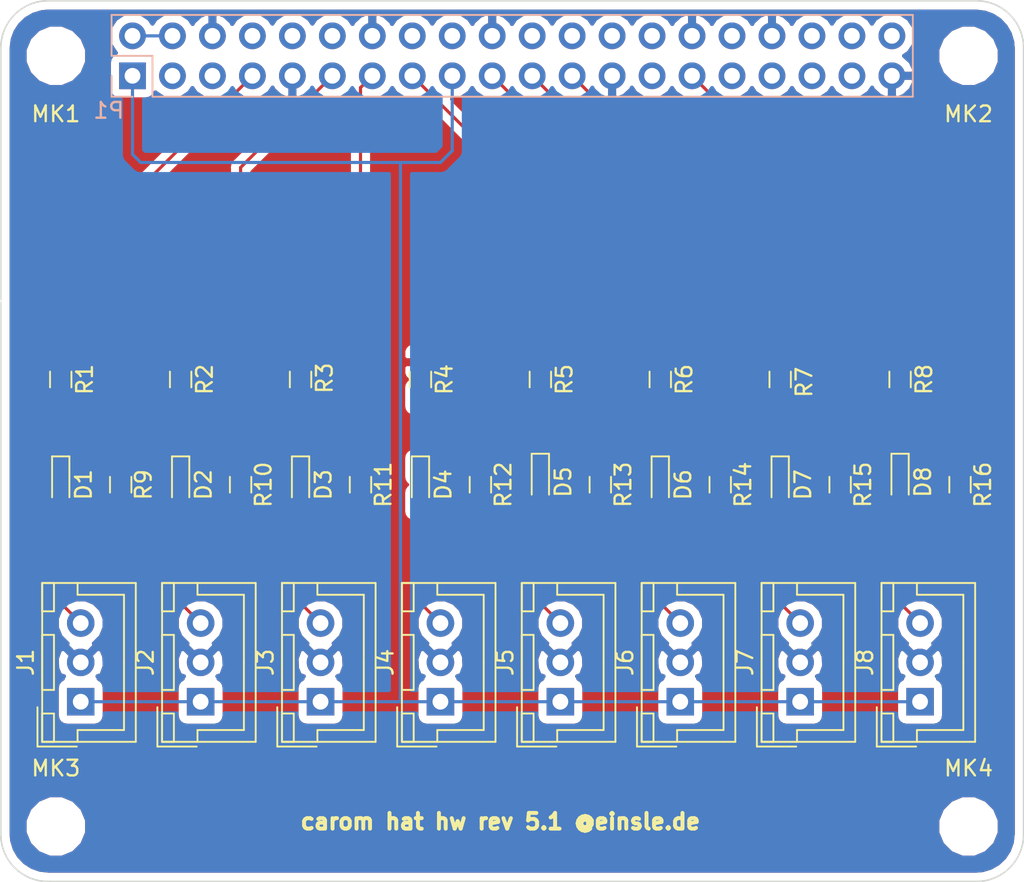
<source format=kicad_pcb>
(kicad_pcb (version 20171130) (host pcbnew "(5.0.0)")

  (general
    (thickness 1.6)
    (drawings 11)
    (tracks 79)
    (zones 0)
    (modules 37)
    (nets 40)
  )

  (page A3)
  (title_block
    (date "15 nov 2012")
  )

  (layers
    (0 F.Cu signal)
    (31 B.Cu signal)
    (32 B.Adhes user)
    (33 F.Adhes user)
    (34 B.Paste user)
    (35 F.Paste user)
    (36 B.SilkS user)
    (37 F.SilkS user)
    (38 B.Mask user)
    (39 F.Mask user)
    (40 Dwgs.User user)
    (41 Cmts.User user)
    (42 Eco1.User user)
    (43 Eco2.User user)
    (44 Edge.Cuts user)
  )

  (setup
    (last_trace_width 0.2)
    (trace_clearance 0.2)
    (zone_clearance 0.508)
    (zone_45_only no)
    (trace_min 0.1524)
    (segment_width 0.1)
    (edge_width 0.1)
    (via_size 0.9)
    (via_drill 0.6)
    (via_min_size 0.8)
    (via_min_drill 0.5)
    (uvia_size 0.5)
    (uvia_drill 0.1)
    (uvias_allowed no)
    (uvia_min_size 0.5)
    (uvia_min_drill 0.1)
    (pcb_text_width 0.3)
    (pcb_text_size 1 1)
    (mod_edge_width 0.15)
    (mod_text_size 1 1)
    (mod_text_width 0.15)
    (pad_size 2.5 2.5)
    (pad_drill 2.5)
    (pad_to_mask_clearance 0)
    (aux_axis_origin 200 150)
    (grid_origin 200 150)
    (visible_elements 7FFFFFFF)
    (pcbplotparams
      (layerselection 0x01030_ffffffff)
      (usegerberextensions true)
      (usegerberattributes false)
      (usegerberadvancedattributes false)
      (creategerberjobfile false)
      (excludeedgelayer true)
      (linewidth 0.150000)
      (plotframeref false)
      (viasonmask false)
      (mode 1)
      (useauxorigin false)
      (hpglpennumber 1)
      (hpglpenspeed 20)
      (hpglpendiameter 15.000000)
      (psnegative false)
      (psa4output false)
      (plotreference true)
      (plotvalue true)
      (plotinvisibletext false)
      (padsonsilk false)
      (subtractmaskfromsilk false)
      (outputformat 1)
      (mirror false)
      (drillshape 0)
      (scaleselection 1)
      (outputdirectory "gerber"))
  )

  (net 0 "")
  (net 1 +3V3)
  (net 2 +5V)
  (net 3 GND)
  (net 4 /ID_SD)
  (net 5 /ID_SC)
  (net 6 /GPIO5)
  (net 7 /GPIO6)
  (net 8 /GPIO26)
  (net 9 /GPIO16)
  (net 10 /GPIO4)
  (net 11 /L1)
  (net 12 /GPIO17)
  (net 13 /L2)
  (net 14 /GPIO27)
  (net 15 /L3)
  (net 16 /L4)
  (net 17 /GPIO22)
  (net 18 /L5)
  (net 19 /GPIO10)
  (net 20 /L6)
  (net 21 /GPIO9)
  (net 22 /GPIO11)
  (net 23 /L7)
  (net 24 /L8)
  (net 25 /GPIO2)
  (net 26 /GPIO3)
  (net 27 /GPIO14)
  (net 28 /GPIO15)
  (net 29 /GPIO18)
  (net 30 /GPIO23)
  (net 31 /GPIO24)
  (net 32 /GPIO25)
  (net 33 /GPIO8)
  (net 34 /GPIO7)
  (net 35 /GPIO12)
  (net 36 /GPIO13)
  (net 37 /GPIO19)
  (net 38 /GPIO20)
  (net 39 /GPIO21)

  (net_class Default "This is the default net class."
    (clearance 0.2)
    (trace_width 0.2)
    (via_dia 0.9)
    (via_drill 0.6)
    (uvia_dia 0.5)
    (uvia_drill 0.1)
    (add_net +3V3)
    (add_net +5V)
    (add_net /GPIO10)
    (add_net /GPIO11)
    (add_net /GPIO12)
    (add_net /GPIO13)
    (add_net /GPIO14)
    (add_net /GPIO15)
    (add_net /GPIO16)
    (add_net /GPIO17)
    (add_net /GPIO18)
    (add_net /GPIO19)
    (add_net /GPIO2)
    (add_net /GPIO20)
    (add_net /GPIO21)
    (add_net /GPIO22)
    (add_net /GPIO23)
    (add_net /GPIO24)
    (add_net /GPIO25)
    (add_net /GPIO26)
    (add_net /GPIO27)
    (add_net /GPIO3)
    (add_net /GPIO4)
    (add_net /GPIO5)
    (add_net /GPIO6)
    (add_net /GPIO7)
    (add_net /GPIO8)
    (add_net /GPIO9)
    (add_net /ID_SC)
    (add_net /ID_SD)
    (add_net /L1)
    (add_net /L2)
    (add_net /L3)
    (add_net /L4)
    (add_net /L5)
    (add_net /L6)
    (add_net /L7)
    (add_net /L8)
    (add_net GND)
  )

  (net_class Power ""
    (clearance 0.2)
    (trace_width 0.5)
    (via_dia 1)
    (via_drill 0.7)
    (uvia_dia 0.5)
    (uvia_drill 0.1)
  )

  (module Connector_PinSocket_2.54mm:PinSocket_2x20_P2.54mm_Vertical (layer B.Cu) (tedit 5A19A433) (tstamp 5A793E9F)
    (at 208.37 98.77 270)
    (descr "Through hole straight socket strip, 2x20, 2.54mm pitch, double cols (from Kicad 4.0.7), script generated")
    (tags "Through hole socket strip THT 2x20 2.54mm double row")
    (path /59AD464A)
    (fp_text reference P1 (at 2.208 1.512) (layer B.SilkS)
      (effects (font (size 1 1) (thickness 0.15)) (justify mirror))
    )
    (fp_text value Conn_02x20_Odd_Even (at -1.27 -51.03 270) (layer B.Fab)
      (effects (font (size 1 1) (thickness 0.15)) (justify mirror))
    )
    (fp_line (start -3.81 1.27) (end 0.27 1.27) (layer B.Fab) (width 0.1))
    (fp_line (start 0.27 1.27) (end 1.27 0.27) (layer B.Fab) (width 0.1))
    (fp_line (start 1.27 0.27) (end 1.27 -49.53) (layer B.Fab) (width 0.1))
    (fp_line (start 1.27 -49.53) (end -3.81 -49.53) (layer B.Fab) (width 0.1))
    (fp_line (start -3.81 -49.53) (end -3.81 1.27) (layer B.Fab) (width 0.1))
    (fp_line (start -3.87 1.33) (end -1.27 1.33) (layer B.SilkS) (width 0.12))
    (fp_line (start -3.87 1.33) (end -3.87 -49.59) (layer B.SilkS) (width 0.12))
    (fp_line (start -3.87 -49.59) (end 1.33 -49.59) (layer B.SilkS) (width 0.12))
    (fp_line (start 1.33 -1.27) (end 1.33 -49.59) (layer B.SilkS) (width 0.12))
    (fp_line (start -1.27 -1.27) (end 1.33 -1.27) (layer B.SilkS) (width 0.12))
    (fp_line (start -1.27 1.33) (end -1.27 -1.27) (layer B.SilkS) (width 0.12))
    (fp_line (start 1.33 1.33) (end 1.33 0) (layer B.SilkS) (width 0.12))
    (fp_line (start 0 1.33) (end 1.33 1.33) (layer B.SilkS) (width 0.12))
    (fp_line (start -4.34 1.8) (end 1.76 1.8) (layer B.CrtYd) (width 0.05))
    (fp_line (start 1.76 1.8) (end 1.76 -50) (layer B.CrtYd) (width 0.05))
    (fp_line (start 1.76 -50) (end -4.34 -50) (layer B.CrtYd) (width 0.05))
    (fp_line (start -4.34 -50) (end -4.34 1.8) (layer B.CrtYd) (width 0.05))
    (fp_text user %R (at -1.27 -24.13 180) (layer B.Fab)
      (effects (font (size 1 1) (thickness 0.15)) (justify mirror))
    )
    (pad 1 thru_hole rect (at 0 0 270) (size 1.7 1.7) (drill 1) (layers *.Cu *.Mask)
      (net 1 +3V3))
    (pad 2 thru_hole oval (at -2.54 0 270) (size 1.7 1.7) (drill 1) (layers *.Cu *.Mask)
      (net 2 +5V))
    (pad 3 thru_hole oval (at 0 -2.54 270) (size 1.7 1.7) (drill 1) (layers *.Cu *.Mask)
      (net 25 /GPIO2))
    (pad 4 thru_hole oval (at -2.54 -2.54 270) (size 1.7 1.7) (drill 1) (layers *.Cu *.Mask)
      (net 2 +5V))
    (pad 5 thru_hole oval (at 0 -5.08 270) (size 1.7 1.7) (drill 1) (layers *.Cu *.Mask)
      (net 26 /GPIO3))
    (pad 6 thru_hole oval (at -2.54 -5.08 270) (size 1.7 1.7) (drill 1) (layers *.Cu *.Mask)
      (net 3 GND))
    (pad 7 thru_hole oval (at 0 -7.62 270) (size 1.7 1.7) (drill 1) (layers *.Cu *.Mask)
      (net 10 /GPIO4))
    (pad 8 thru_hole oval (at -2.54 -7.62 270) (size 1.7 1.7) (drill 1) (layers *.Cu *.Mask)
      (net 27 /GPIO14))
    (pad 9 thru_hole oval (at 0 -10.16 270) (size 1.7 1.7) (drill 1) (layers *.Cu *.Mask)
      (net 3 GND))
    (pad 10 thru_hole oval (at -2.54 -10.16 270) (size 1.7 1.7) (drill 1) (layers *.Cu *.Mask)
      (net 28 /GPIO15))
    (pad 11 thru_hole oval (at 0 -12.7 270) (size 1.7 1.7) (drill 1) (layers *.Cu *.Mask)
      (net 12 /GPIO17))
    (pad 12 thru_hole oval (at -2.54 -12.7 270) (size 1.7 1.7) (drill 1) (layers *.Cu *.Mask)
      (net 29 /GPIO18))
    (pad 13 thru_hole oval (at 0 -15.24 270) (size 1.7 1.7) (drill 1) (layers *.Cu *.Mask)
      (net 14 /GPIO27))
    (pad 14 thru_hole oval (at -2.54 -15.24 270) (size 1.7 1.7) (drill 1) (layers *.Cu *.Mask)
      (net 3 GND))
    (pad 15 thru_hole oval (at 0 -17.78 270) (size 1.7 1.7) (drill 1) (layers *.Cu *.Mask)
      (net 17 /GPIO22))
    (pad 16 thru_hole oval (at -2.54 -17.78 270) (size 1.7 1.7) (drill 1) (layers *.Cu *.Mask)
      (net 30 /GPIO23))
    (pad 17 thru_hole oval (at 0 -20.32 270) (size 1.7 1.7) (drill 1) (layers *.Cu *.Mask)
      (net 1 +3V3))
    (pad 18 thru_hole oval (at -2.54 -20.32 270) (size 1.7 1.7) (drill 1) (layers *.Cu *.Mask)
      (net 31 /GPIO24))
    (pad 19 thru_hole oval (at 0 -22.86 270) (size 1.7 1.7) (drill 1) (layers *.Cu *.Mask)
      (net 19 /GPIO10))
    (pad 20 thru_hole oval (at -2.54 -22.86 270) (size 1.7 1.7) (drill 1) (layers *.Cu *.Mask)
      (net 3 GND))
    (pad 21 thru_hole oval (at 0 -25.4 270) (size 1.7 1.7) (drill 1) (layers *.Cu *.Mask)
      (net 21 /GPIO9))
    (pad 22 thru_hole oval (at -2.54 -25.4 270) (size 1.7 1.7) (drill 1) (layers *.Cu *.Mask)
      (net 32 /GPIO25))
    (pad 23 thru_hole oval (at 0 -27.94 270) (size 1.7 1.7) (drill 1) (layers *.Cu *.Mask)
      (net 22 /GPIO11))
    (pad 24 thru_hole oval (at -2.54 -27.94 270) (size 1.7 1.7) (drill 1) (layers *.Cu *.Mask)
      (net 33 /GPIO8))
    (pad 25 thru_hole oval (at 0 -30.48 270) (size 1.7 1.7) (drill 1) (layers *.Cu *.Mask)
      (net 3 GND))
    (pad 26 thru_hole oval (at -2.54 -30.48 270) (size 1.7 1.7) (drill 1) (layers *.Cu *.Mask)
      (net 34 /GPIO7))
    (pad 27 thru_hole oval (at 0 -33.02 270) (size 1.7 1.7) (drill 1) (layers *.Cu *.Mask)
      (net 4 /ID_SD))
    (pad 28 thru_hole oval (at -2.54 -33.02 270) (size 1.7 1.7) (drill 1) (layers *.Cu *.Mask)
      (net 5 /ID_SC))
    (pad 29 thru_hole oval (at 0 -35.56 270) (size 1.7 1.7) (drill 1) (layers *.Cu *.Mask)
      (net 6 /GPIO5))
    (pad 30 thru_hole oval (at -2.54 -35.56 270) (size 1.7 1.7) (drill 1) (layers *.Cu *.Mask)
      (net 3 GND))
    (pad 31 thru_hole oval (at 0 -38.1 270) (size 1.7 1.7) (drill 1) (layers *.Cu *.Mask)
      (net 7 /GPIO6))
    (pad 32 thru_hole oval (at -2.54 -38.1 270) (size 1.7 1.7) (drill 1) (layers *.Cu *.Mask)
      (net 35 /GPIO12))
    (pad 33 thru_hole oval (at 0 -40.64 270) (size 1.7 1.7) (drill 1) (layers *.Cu *.Mask)
      (net 36 /GPIO13))
    (pad 34 thru_hole oval (at -2.54 -40.64 270) (size 1.7 1.7) (drill 1) (layers *.Cu *.Mask)
      (net 3 GND))
    (pad 35 thru_hole oval (at 0 -43.18 270) (size 1.7 1.7) (drill 1) (layers *.Cu *.Mask)
      (net 37 /GPIO19))
    (pad 36 thru_hole oval (at -2.54 -43.18 270) (size 1.7 1.7) (drill 1) (layers *.Cu *.Mask)
      (net 9 /GPIO16))
    (pad 37 thru_hole oval (at 0 -45.72 270) (size 1.7 1.7) (drill 1) (layers *.Cu *.Mask)
      (net 8 /GPIO26))
    (pad 38 thru_hole oval (at -2.54 -45.72 270) (size 1.7 1.7) (drill 1) (layers *.Cu *.Mask)
      (net 38 /GPIO20))
    (pad 39 thru_hole oval (at 0 -48.26 270) (size 1.7 1.7) (drill 1) (layers *.Cu *.Mask)
      (net 3 GND))
    (pad 40 thru_hole oval (at -2.54 -48.26 270) (size 1.7 1.7) (drill 1) (layers *.Cu *.Mask)
      (net 39 /GPIO21))
    (model ${KISYS3DMOD}/Connector_PinSocket_2.54mm.3dshapes/PinSocket_2x20_P2.54mm_Vertical.wrl
      (at (xyz 0 0 0))
      (scale (xyz 1 1 1))
      (rotate (xyz 0 0 0))
    )
  )

  (module MountingHole:MountingHole_2.7mm_M2.5 (layer F.Cu) (tedit 56D1B4CB) (tstamp 5A793E98)
    (at 261.5 146.5)
    (descr "Mounting Hole 2.7mm, no annular, M2.5")
    (tags "mounting hole 2.7mm no annular m2.5")
    (path /5834FC4F)
    (attr virtual)
    (fp_text reference MK4 (at 0 -3.7) (layer F.SilkS)
      (effects (font (size 1 1) (thickness 0.15)))
    )
    (fp_text value M2.5 (at 0 3.7) (layer F.Fab)
      (effects (font (size 1 1) (thickness 0.15)))
    )
    (fp_circle (center 0 0) (end 2.95 0) (layer F.CrtYd) (width 0.05))
    (fp_circle (center 0 0) (end 2.7 0) (layer Cmts.User) (width 0.15))
    (fp_text user %R (at 0.3 0) (layer F.Fab)
      (effects (font (size 1 1) (thickness 0.15)))
    )
    (pad 1 np_thru_hole circle (at 0 0) (size 2.7 2.7) (drill 2.7) (layers *.Cu *.Mask))
  )

  (module MountingHole:MountingHole_2.7mm_M2.5 (layer F.Cu) (tedit 56D1B4CB) (tstamp 5A793E91)
    (at 203.5 146.5)
    (descr "Mounting Hole 2.7mm, no annular, M2.5")
    (tags "mounting hole 2.7mm no annular m2.5")
    (path /5834FBEF)
    (attr virtual)
    (fp_text reference MK3 (at 0 -3.7) (layer F.SilkS)
      (effects (font (size 1 1) (thickness 0.15)))
    )
    (fp_text value M2.5 (at 0 3.7) (layer F.Fab)
      (effects (font (size 1 1) (thickness 0.15)))
    )
    (fp_text user %R (at 0.3 0) (layer F.Fab)
      (effects (font (size 1 1) (thickness 0.15)))
    )
    (fp_circle (center 0 0) (end 2.7 0) (layer Cmts.User) (width 0.15))
    (fp_circle (center 0 0) (end 2.95 0) (layer F.CrtYd) (width 0.05))
    (pad 1 np_thru_hole circle (at 0 0) (size 2.7 2.7) (drill 2.7) (layers *.Cu *.Mask))
  )

  (module MountingHole:MountingHole_2.7mm_M2.5 (layer F.Cu) (tedit 56D1B4CB) (tstamp 5A793E8A)
    (at 261.5 97.5 180)
    (descr "Mounting Hole 2.7mm, no annular, M2.5")
    (tags "mounting hole 2.7mm no annular m2.5")
    (path /5834FC19)
    (attr virtual)
    (fp_text reference MK2 (at 0 -3.7 180) (layer F.SilkS)
      (effects (font (size 1 1) (thickness 0.15)))
    )
    (fp_text value M2.5 (at 0 3.7 180) (layer F.Fab)
      (effects (font (size 1 1) (thickness 0.15)))
    )
    (fp_circle (center 0 0) (end 2.95 0) (layer F.CrtYd) (width 0.05))
    (fp_circle (center 0 0) (end 2.7 0) (layer Cmts.User) (width 0.15))
    (fp_text user %R (at 0.3 0 180) (layer F.Fab)
      (effects (font (size 1 1) (thickness 0.15)))
    )
    (pad 1 np_thru_hole circle (at 0 0 180) (size 2.7 2.7) (drill 2.7) (layers *.Cu *.Mask))
  )

  (module MountingHole:MountingHole_2.7mm_M2.5 (layer F.Cu) (tedit 56D1B4CB) (tstamp 5A793E83)
    (at 203.5 97.5 180)
    (descr "Mounting Hole 2.7mm, no annular, M2.5")
    (tags "mounting hole 2.7mm no annular m2.5")
    (path /5834FB2E)
    (attr virtual)
    (fp_text reference MK1 (at 0 -3.7 180) (layer F.SilkS)
      (effects (font (size 1 1) (thickness 0.15)))
    )
    (fp_text value M2.5 (at 0 3.7 180) (layer F.Fab)
      (effects (font (size 1 1) (thickness 0.15)))
    )
    (fp_text user %R (at 0.3 0 180) (layer F.Fab)
      (effects (font (size 1 1) (thickness 0.15)))
    )
    (fp_circle (center 0 0) (end 2.7 0) (layer Cmts.User) (width 0.15))
    (fp_circle (center 0 0) (end 2.95 0) (layer F.CrtYd) (width 0.05))
    (pad 1 np_thru_hole circle (at 0 0 180) (size 2.7 2.7) (drill 2.7) (layers *.Cu *.Mask))
  )

  (module LEDs:LED_0603_HandSoldering (layer F.Cu) (tedit 595FC9C0) (tstamp 5B6BFCFD)
    (at 203.81 124.77 270)
    (descr "LED SMD 0603, hand soldering")
    (tags "LED 0603")
    (path /5B6C250B)
    (attr smd)
    (fp_text reference D1 (at 0 -1.45 270) (layer F.SilkS)
      (effects (font (size 1 1) (thickness 0.15)))
    )
    (fp_text value LED (at 0 1.55 270) (layer F.Fab)
      (effects (font (size 1 1) (thickness 0.15)))
    )
    (fp_line (start -0.8 -0.4) (end -0.8 0.4) (layer F.Fab) (width 0.1))
    (fp_line (start 1.95 0.7) (end -1.96 0.7) (layer F.CrtYd) (width 0.05))
    (fp_line (start 1.95 0.7) (end 1.95 -0.7) (layer F.CrtYd) (width 0.05))
    (fp_line (start -1.96 -0.7) (end -1.96 0.7) (layer F.CrtYd) (width 0.05))
    (fp_line (start -1.96 -0.7) (end 1.95 -0.7) (layer F.CrtYd) (width 0.05))
    (fp_line (start -1.8 -0.55) (end 0.8 -0.55) (layer F.SilkS) (width 0.12))
    (fp_line (start -1.8 0.55) (end 0.8 0.55) (layer F.SilkS) (width 0.12))
    (fp_line (start -0.8 -0.4) (end 0.8 -0.4) (layer F.Fab) (width 0.1))
    (fp_line (start 0.8 -0.4) (end 0.8 0.4) (layer F.Fab) (width 0.1))
    (fp_line (start 0.8 0.4) (end -0.8 0.4) (layer F.Fab) (width 0.1))
    (fp_line (start 0.15 -0.2) (end 0.15 0.2) (layer F.Fab) (width 0.1))
    (fp_line (start 0.15 0.2) (end -0.15 0) (layer F.Fab) (width 0.1))
    (fp_line (start -0.15 0) (end 0.15 -0.2) (layer F.Fab) (width 0.1))
    (fp_line (start -0.2 -0.2) (end -0.2 0.2) (layer F.Fab) (width 0.1))
    (fp_line (start -1.8 -0.55) (end -1.8 0.55) (layer F.SilkS) (width 0.12))
    (pad 2 smd rect (at 1.1 0 270) (size 1.2 0.9) (layers F.Cu F.Paste F.Mask)
      (net 10 /GPIO4))
    (pad 1 smd rect (at -1.1 0 270) (size 1.2 0.9) (layers F.Cu F.Paste F.Mask)
      (net 11 /L1))
    (model ${KISYS3DMOD}/LEDs.3dshapes/LED_0603.wrl
      (at (xyz 0 0 0))
      (scale (xyz 1 1 1))
      (rotate (xyz 0 0 180))
    )
  )

  (module LEDs:LED_0603_HandSoldering (layer F.Cu) (tedit 595FC9C0) (tstamp 5B6BFD12)
    (at 211.43 124.77 270)
    (descr "LED SMD 0603, hand soldering")
    (tags "LED 0603")
    (path /5B6CB85C)
    (attr smd)
    (fp_text reference D2 (at 0 -1.45 270) (layer F.SilkS)
      (effects (font (size 1 1) (thickness 0.15)))
    )
    (fp_text value LED (at 0 1.55 270) (layer F.Fab)
      (effects (font (size 1 1) (thickness 0.15)))
    )
    (fp_line (start -0.8 -0.4) (end -0.8 0.4) (layer F.Fab) (width 0.1))
    (fp_line (start 1.95 0.7) (end -1.96 0.7) (layer F.CrtYd) (width 0.05))
    (fp_line (start 1.95 0.7) (end 1.95 -0.7) (layer F.CrtYd) (width 0.05))
    (fp_line (start -1.96 -0.7) (end -1.96 0.7) (layer F.CrtYd) (width 0.05))
    (fp_line (start -1.96 -0.7) (end 1.95 -0.7) (layer F.CrtYd) (width 0.05))
    (fp_line (start -1.8 -0.55) (end 0.8 -0.55) (layer F.SilkS) (width 0.12))
    (fp_line (start -1.8 0.55) (end 0.8 0.55) (layer F.SilkS) (width 0.12))
    (fp_line (start -0.8 -0.4) (end 0.8 -0.4) (layer F.Fab) (width 0.1))
    (fp_line (start 0.8 -0.4) (end 0.8 0.4) (layer F.Fab) (width 0.1))
    (fp_line (start 0.8 0.4) (end -0.8 0.4) (layer F.Fab) (width 0.1))
    (fp_line (start 0.15 -0.2) (end 0.15 0.2) (layer F.Fab) (width 0.1))
    (fp_line (start 0.15 0.2) (end -0.15 0) (layer F.Fab) (width 0.1))
    (fp_line (start -0.15 0) (end 0.15 -0.2) (layer F.Fab) (width 0.1))
    (fp_line (start -0.2 -0.2) (end -0.2 0.2) (layer F.Fab) (width 0.1))
    (fp_line (start -1.8 -0.55) (end -1.8 0.55) (layer F.SilkS) (width 0.12))
    (pad 2 smd rect (at 1.1 0 270) (size 1.2 0.9) (layers F.Cu F.Paste F.Mask)
      (net 12 /GPIO17))
    (pad 1 smd rect (at -1.1 0 270) (size 1.2 0.9) (layers F.Cu F.Paste F.Mask)
      (net 13 /L2))
    (model ${KISYS3DMOD}/LEDs.3dshapes/LED_0603.wrl
      (at (xyz 0 0 0))
      (scale (xyz 1 1 1))
      (rotate (xyz 0 0 180))
    )
  )

  (module LEDs:LED_0603_HandSoldering (layer F.Cu) (tedit 595FC9C0) (tstamp 5B6BFD27)
    (at 219.05 124.77 270)
    (descr "LED SMD 0603, hand soldering")
    (tags "LED 0603")
    (path /5B6CD386)
    (attr smd)
    (fp_text reference D3 (at 0 -1.45 270) (layer F.SilkS)
      (effects (font (size 1 1) (thickness 0.15)))
    )
    (fp_text value LED (at 0 1.55 270) (layer F.Fab)
      (effects (font (size 1 1) (thickness 0.15)))
    )
    (fp_line (start -0.8 -0.4) (end -0.8 0.4) (layer F.Fab) (width 0.1))
    (fp_line (start 1.95 0.7) (end -1.96 0.7) (layer F.CrtYd) (width 0.05))
    (fp_line (start 1.95 0.7) (end 1.95 -0.7) (layer F.CrtYd) (width 0.05))
    (fp_line (start -1.96 -0.7) (end -1.96 0.7) (layer F.CrtYd) (width 0.05))
    (fp_line (start -1.96 -0.7) (end 1.95 -0.7) (layer F.CrtYd) (width 0.05))
    (fp_line (start -1.8 -0.55) (end 0.8 -0.55) (layer F.SilkS) (width 0.12))
    (fp_line (start -1.8 0.55) (end 0.8 0.55) (layer F.SilkS) (width 0.12))
    (fp_line (start -0.8 -0.4) (end 0.8 -0.4) (layer F.Fab) (width 0.1))
    (fp_line (start 0.8 -0.4) (end 0.8 0.4) (layer F.Fab) (width 0.1))
    (fp_line (start 0.8 0.4) (end -0.8 0.4) (layer F.Fab) (width 0.1))
    (fp_line (start 0.15 -0.2) (end 0.15 0.2) (layer F.Fab) (width 0.1))
    (fp_line (start 0.15 0.2) (end -0.15 0) (layer F.Fab) (width 0.1))
    (fp_line (start -0.15 0) (end 0.15 -0.2) (layer F.Fab) (width 0.1))
    (fp_line (start -0.2 -0.2) (end -0.2 0.2) (layer F.Fab) (width 0.1))
    (fp_line (start -1.8 -0.55) (end -1.8 0.55) (layer F.SilkS) (width 0.12))
    (pad 2 smd rect (at 1.1 0 270) (size 1.2 0.9) (layers F.Cu F.Paste F.Mask)
      (net 14 /GPIO27))
    (pad 1 smd rect (at -1.1 0 270) (size 1.2 0.9) (layers F.Cu F.Paste F.Mask)
      (net 15 /L3))
    (model ${KISYS3DMOD}/LEDs.3dshapes/LED_0603.wrl
      (at (xyz 0 0 0))
      (scale (xyz 1 1 1))
      (rotate (xyz 0 0 180))
    )
  )

  (module LEDs:LED_0603_HandSoldering (layer F.Cu) (tedit 595FC9C0) (tstamp 5B6BFD3C)
    (at 226.67 124.77 270)
    (descr "LED SMD 0603, hand soldering")
    (tags "LED 0603")
    (path /5B6CD3C5)
    (attr smd)
    (fp_text reference D4 (at 0 -1.45 270) (layer F.SilkS)
      (effects (font (size 1 1) (thickness 0.15)))
    )
    (fp_text value LED (at 0 1.55 270) (layer F.Fab)
      (effects (font (size 1 1) (thickness 0.15)))
    )
    (fp_line (start -1.8 -0.55) (end -1.8 0.55) (layer F.SilkS) (width 0.12))
    (fp_line (start -0.2 -0.2) (end -0.2 0.2) (layer F.Fab) (width 0.1))
    (fp_line (start -0.15 0) (end 0.15 -0.2) (layer F.Fab) (width 0.1))
    (fp_line (start 0.15 0.2) (end -0.15 0) (layer F.Fab) (width 0.1))
    (fp_line (start 0.15 -0.2) (end 0.15 0.2) (layer F.Fab) (width 0.1))
    (fp_line (start 0.8 0.4) (end -0.8 0.4) (layer F.Fab) (width 0.1))
    (fp_line (start 0.8 -0.4) (end 0.8 0.4) (layer F.Fab) (width 0.1))
    (fp_line (start -0.8 -0.4) (end 0.8 -0.4) (layer F.Fab) (width 0.1))
    (fp_line (start -1.8 0.55) (end 0.8 0.55) (layer F.SilkS) (width 0.12))
    (fp_line (start -1.8 -0.55) (end 0.8 -0.55) (layer F.SilkS) (width 0.12))
    (fp_line (start -1.96 -0.7) (end 1.95 -0.7) (layer F.CrtYd) (width 0.05))
    (fp_line (start -1.96 -0.7) (end -1.96 0.7) (layer F.CrtYd) (width 0.05))
    (fp_line (start 1.95 0.7) (end 1.95 -0.7) (layer F.CrtYd) (width 0.05))
    (fp_line (start 1.95 0.7) (end -1.96 0.7) (layer F.CrtYd) (width 0.05))
    (fp_line (start -0.8 -0.4) (end -0.8 0.4) (layer F.Fab) (width 0.1))
    (pad 1 smd rect (at -1.1 0 270) (size 1.2 0.9) (layers F.Cu F.Paste F.Mask)
      (net 16 /L4))
    (pad 2 smd rect (at 1.1 0 270) (size 1.2 0.9) (layers F.Cu F.Paste F.Mask)
      (net 17 /GPIO22))
    (model ${KISYS3DMOD}/LEDs.3dshapes/LED_0603.wrl
      (at (xyz 0 0 0))
      (scale (xyz 1 1 1))
      (rotate (xyz 0 0 180))
    )
  )

  (module LEDs:LED_0603_HandSoldering (layer F.Cu) (tedit 5B6BFCE2) (tstamp 5B6BFD51)
    (at 234.29 124.6 270)
    (descr "LED SMD 0603, hand soldering")
    (tags "LED 0603")
    (path /5B6D004C)
    (attr smd)
    (fp_text reference D5 (at 0 -1.45 270) (layer F.SilkS)
      (effects (font (size 1 1) (thickness 0.15)))
    )
    (fp_text value LED (at 0 1.55 270) (layer F.Fab)
      (effects (font (size 1 1) (thickness 0.15)))
    )
    (fp_line (start -1.8 -0.55) (end -1.8 0.55) (layer F.SilkS) (width 0.12))
    (fp_line (start -0.2 -0.2) (end -0.2 0.2) (layer F.Fab) (width 0.1))
    (fp_line (start -0.15 0) (end 0.15 -0.2) (layer F.Fab) (width 0.1))
    (fp_line (start 0.15 0.2) (end -0.15 0) (layer F.Fab) (width 0.1))
    (fp_line (start 0.15 -0.2) (end 0.15 0.2) (layer F.Fab) (width 0.1))
    (fp_line (start 0.8 0.4) (end -0.8 0.4) (layer F.Fab) (width 0.1))
    (fp_line (start 0.8 -0.4) (end 0.8 0.4) (layer F.Fab) (width 0.1))
    (fp_line (start -0.8 -0.4) (end 0.8 -0.4) (layer F.Fab) (width 0.1))
    (fp_line (start -1.8 0.55) (end 0.8 0.55) (layer F.SilkS) (width 0.12))
    (fp_line (start -1.8 -0.55) (end 0.8 -0.55) (layer F.SilkS) (width 0.12))
    (fp_line (start -1.96 -0.7) (end 1.95 -0.7) (layer F.CrtYd) (width 0.05))
    (fp_line (start -1.96 -0.7) (end -1.96 0.7) (layer F.CrtYd) (width 0.05))
    (fp_line (start 1.95 0.7) (end 1.95 -0.7) (layer F.CrtYd) (width 0.05))
    (fp_line (start 1.95 0.7) (end -1.96 0.7) (layer F.CrtYd) (width 0.05))
    (fp_line (start -0.8 -0.4) (end -0.8 0.4) (layer F.Fab) (width 0.1))
    (pad 1 smd rect (at -1.1 0 270) (size 1.2 0.9) (layers F.Cu F.Paste F.Mask)
      (net 18 /L5))
    (pad 2 smd rect (at 1.1 0 270) (size 1.2 0.9) (layers F.Cu F.Paste F.Mask)
      (net 19 /GPIO10))
    (model ${KISYS3DMOD}/LEDs.3dshapes/LED_0603.wrl
      (at (xyz 0 0 0))
      (scale (xyz 1 1 1))
      (rotate (xyz 0 0 180))
    )
  )

  (module LEDs:LED_0603_HandSoldering (layer F.Cu) (tedit 595FC9C0) (tstamp 5B6BFD66)
    (at 241.91 124.77 270)
    (descr "LED SMD 0603, hand soldering")
    (tags "LED 0603")
    (path /5B6D008B)
    (attr smd)
    (fp_text reference D6 (at 0 -1.45 270) (layer F.SilkS)
      (effects (font (size 1 1) (thickness 0.15)))
    )
    (fp_text value LED (at 0 1.55 270) (layer F.Fab)
      (effects (font (size 1 1) (thickness 0.15)))
    )
    (fp_line (start -1.8 -0.55) (end -1.8 0.55) (layer F.SilkS) (width 0.12))
    (fp_line (start -0.2 -0.2) (end -0.2 0.2) (layer F.Fab) (width 0.1))
    (fp_line (start -0.15 0) (end 0.15 -0.2) (layer F.Fab) (width 0.1))
    (fp_line (start 0.15 0.2) (end -0.15 0) (layer F.Fab) (width 0.1))
    (fp_line (start 0.15 -0.2) (end 0.15 0.2) (layer F.Fab) (width 0.1))
    (fp_line (start 0.8 0.4) (end -0.8 0.4) (layer F.Fab) (width 0.1))
    (fp_line (start 0.8 -0.4) (end 0.8 0.4) (layer F.Fab) (width 0.1))
    (fp_line (start -0.8 -0.4) (end 0.8 -0.4) (layer F.Fab) (width 0.1))
    (fp_line (start -1.8 0.55) (end 0.8 0.55) (layer F.SilkS) (width 0.12))
    (fp_line (start -1.8 -0.55) (end 0.8 -0.55) (layer F.SilkS) (width 0.12))
    (fp_line (start -1.96 -0.7) (end 1.95 -0.7) (layer F.CrtYd) (width 0.05))
    (fp_line (start -1.96 -0.7) (end -1.96 0.7) (layer F.CrtYd) (width 0.05))
    (fp_line (start 1.95 0.7) (end 1.95 -0.7) (layer F.CrtYd) (width 0.05))
    (fp_line (start 1.95 0.7) (end -1.96 0.7) (layer F.CrtYd) (width 0.05))
    (fp_line (start -0.8 -0.4) (end -0.8 0.4) (layer F.Fab) (width 0.1))
    (pad 1 smd rect (at -1.1 0 270) (size 1.2 0.9) (layers F.Cu F.Paste F.Mask)
      (net 20 /L6))
    (pad 2 smd rect (at 1.1 0 270) (size 1.2 0.9) (layers F.Cu F.Paste F.Mask)
      (net 21 /GPIO9))
    (model ${KISYS3DMOD}/LEDs.3dshapes/LED_0603.wrl
      (at (xyz 0 0 0))
      (scale (xyz 1 1 1))
      (rotate (xyz 0 0 180))
    )
  )

  (module LEDs:LED_0603_HandSoldering (layer F.Cu) (tedit 595FC9C0) (tstamp 5B6BFD7B)
    (at 249.53 124.77 270)
    (descr "LED SMD 0603, hand soldering")
    (tags "LED 0603")
    (path /5B6D00CA)
    (attr smd)
    (fp_text reference D7 (at 0 -1.45 270) (layer F.SilkS)
      (effects (font (size 1 1) (thickness 0.15)))
    )
    (fp_text value LED (at 0 1.55 270) (layer F.Fab)
      (effects (font (size 1 1) (thickness 0.15)))
    )
    (fp_line (start -0.8 -0.4) (end -0.8 0.4) (layer F.Fab) (width 0.1))
    (fp_line (start 1.95 0.7) (end -1.96 0.7) (layer F.CrtYd) (width 0.05))
    (fp_line (start 1.95 0.7) (end 1.95 -0.7) (layer F.CrtYd) (width 0.05))
    (fp_line (start -1.96 -0.7) (end -1.96 0.7) (layer F.CrtYd) (width 0.05))
    (fp_line (start -1.96 -0.7) (end 1.95 -0.7) (layer F.CrtYd) (width 0.05))
    (fp_line (start -1.8 -0.55) (end 0.8 -0.55) (layer F.SilkS) (width 0.12))
    (fp_line (start -1.8 0.55) (end 0.8 0.55) (layer F.SilkS) (width 0.12))
    (fp_line (start -0.8 -0.4) (end 0.8 -0.4) (layer F.Fab) (width 0.1))
    (fp_line (start 0.8 -0.4) (end 0.8 0.4) (layer F.Fab) (width 0.1))
    (fp_line (start 0.8 0.4) (end -0.8 0.4) (layer F.Fab) (width 0.1))
    (fp_line (start 0.15 -0.2) (end 0.15 0.2) (layer F.Fab) (width 0.1))
    (fp_line (start 0.15 0.2) (end -0.15 0) (layer F.Fab) (width 0.1))
    (fp_line (start -0.15 0) (end 0.15 -0.2) (layer F.Fab) (width 0.1))
    (fp_line (start -0.2 -0.2) (end -0.2 0.2) (layer F.Fab) (width 0.1))
    (fp_line (start -1.8 -0.55) (end -1.8 0.55) (layer F.SilkS) (width 0.12))
    (pad 2 smd rect (at 1.1 0 270) (size 1.2 0.9) (layers F.Cu F.Paste F.Mask)
      (net 22 /GPIO11))
    (pad 1 smd rect (at -1.1 0 270) (size 1.2 0.9) (layers F.Cu F.Paste F.Mask)
      (net 23 /L7))
    (model ${KISYS3DMOD}/LEDs.3dshapes/LED_0603.wrl
      (at (xyz 0 0 0))
      (scale (xyz 1 1 1))
      (rotate (xyz 0 0 180))
    )
  )

  (module LEDs:LED_0603_HandSoldering (layer F.Cu) (tedit 595FC9C0) (tstamp 5B6BFD90)
    (at 257.15 124.6 270)
    (descr "LED SMD 0603, hand soldering")
    (tags "LED 0603")
    (path /5B6D0109)
    (attr smd)
    (fp_text reference D8 (at 0 -1.45 270) (layer F.SilkS)
      (effects (font (size 1 1) (thickness 0.15)))
    )
    (fp_text value LED (at 0 1.55 270) (layer F.Fab)
      (effects (font (size 1 1) (thickness 0.15)))
    )
    (fp_line (start -1.8 -0.55) (end -1.8 0.55) (layer F.SilkS) (width 0.12))
    (fp_line (start -0.2 -0.2) (end -0.2 0.2) (layer F.Fab) (width 0.1))
    (fp_line (start -0.15 0) (end 0.15 -0.2) (layer F.Fab) (width 0.1))
    (fp_line (start 0.15 0.2) (end -0.15 0) (layer F.Fab) (width 0.1))
    (fp_line (start 0.15 -0.2) (end 0.15 0.2) (layer F.Fab) (width 0.1))
    (fp_line (start 0.8 0.4) (end -0.8 0.4) (layer F.Fab) (width 0.1))
    (fp_line (start 0.8 -0.4) (end 0.8 0.4) (layer F.Fab) (width 0.1))
    (fp_line (start -0.8 -0.4) (end 0.8 -0.4) (layer F.Fab) (width 0.1))
    (fp_line (start -1.8 0.55) (end 0.8 0.55) (layer F.SilkS) (width 0.12))
    (fp_line (start -1.8 -0.55) (end 0.8 -0.55) (layer F.SilkS) (width 0.12))
    (fp_line (start -1.96 -0.7) (end 1.95 -0.7) (layer F.CrtYd) (width 0.05))
    (fp_line (start -1.96 -0.7) (end -1.96 0.7) (layer F.CrtYd) (width 0.05))
    (fp_line (start 1.95 0.7) (end 1.95 -0.7) (layer F.CrtYd) (width 0.05))
    (fp_line (start 1.95 0.7) (end -1.96 0.7) (layer F.CrtYd) (width 0.05))
    (fp_line (start -0.8 -0.4) (end -0.8 0.4) (layer F.Fab) (width 0.1))
    (pad 1 smd rect (at -1.1 0 270) (size 1.2 0.9) (layers F.Cu F.Paste F.Mask)
      (net 24 /L8))
    (pad 2 smd rect (at 1.1 0 270) (size 1.2 0.9) (layers F.Cu F.Paste F.Mask)
      (net 6 /GPIO5))
    (model ${KISYS3DMOD}/LEDs.3dshapes/LED_0603.wrl
      (at (xyz 0 0 0))
      (scale (xyz 1 1 1))
      (rotate (xyz 0 0 180))
    )
  )

  (module Connectors_JST:JST_XH_B03B-XH-A_03x2.50mm_Straight (layer F.Cu) (tedit 58EAE7F0) (tstamp 5B6BFDBA)
    (at 205.08 138.57 90)
    (descr "JST XH series connector, B03B-XH-A, top entry type, through hole")
    (tags "connector jst xh tht top vertical 2.50mm")
    (path /5B6C05F2)
    (fp_text reference J1 (at 2.5 -3.5 90) (layer F.SilkS)
      (effects (font (size 1 1) (thickness 0.15)))
    )
    (fp_text value Conn_01x03 (at 2.5 4.5 90) (layer F.Fab)
      (effects (font (size 1 1) (thickness 0.15)))
    )
    (fp_line (start -2.45 -2.35) (end -2.45 3.4) (layer F.Fab) (width 0.1))
    (fp_line (start -2.45 3.4) (end 7.45 3.4) (layer F.Fab) (width 0.1))
    (fp_line (start 7.45 3.4) (end 7.45 -2.35) (layer F.Fab) (width 0.1))
    (fp_line (start 7.45 -2.35) (end -2.45 -2.35) (layer F.Fab) (width 0.1))
    (fp_line (start -2.95 -2.85) (end -2.95 3.9) (layer F.CrtYd) (width 0.05))
    (fp_line (start -2.95 3.9) (end 7.95 3.9) (layer F.CrtYd) (width 0.05))
    (fp_line (start 7.95 3.9) (end 7.95 -2.85) (layer F.CrtYd) (width 0.05))
    (fp_line (start 7.95 -2.85) (end -2.95 -2.85) (layer F.CrtYd) (width 0.05))
    (fp_line (start -2.55 -2.45) (end -2.55 3.5) (layer F.SilkS) (width 0.12))
    (fp_line (start -2.55 3.5) (end 7.55 3.5) (layer F.SilkS) (width 0.12))
    (fp_line (start 7.55 3.5) (end 7.55 -2.45) (layer F.SilkS) (width 0.12))
    (fp_line (start 7.55 -2.45) (end -2.55 -2.45) (layer F.SilkS) (width 0.12))
    (fp_line (start 0.75 -2.45) (end 0.75 -1.7) (layer F.SilkS) (width 0.12))
    (fp_line (start 0.75 -1.7) (end 4.25 -1.7) (layer F.SilkS) (width 0.12))
    (fp_line (start 4.25 -1.7) (end 4.25 -2.45) (layer F.SilkS) (width 0.12))
    (fp_line (start 4.25 -2.45) (end 0.75 -2.45) (layer F.SilkS) (width 0.12))
    (fp_line (start -2.55 -2.45) (end -2.55 -1.7) (layer F.SilkS) (width 0.12))
    (fp_line (start -2.55 -1.7) (end -0.75 -1.7) (layer F.SilkS) (width 0.12))
    (fp_line (start -0.75 -1.7) (end -0.75 -2.45) (layer F.SilkS) (width 0.12))
    (fp_line (start -0.75 -2.45) (end -2.55 -2.45) (layer F.SilkS) (width 0.12))
    (fp_line (start 5.75 -2.45) (end 5.75 -1.7) (layer F.SilkS) (width 0.12))
    (fp_line (start 5.75 -1.7) (end 7.55 -1.7) (layer F.SilkS) (width 0.12))
    (fp_line (start 7.55 -1.7) (end 7.55 -2.45) (layer F.SilkS) (width 0.12))
    (fp_line (start 7.55 -2.45) (end 5.75 -2.45) (layer F.SilkS) (width 0.12))
    (fp_line (start -2.55 -0.2) (end -1.8 -0.2) (layer F.SilkS) (width 0.12))
    (fp_line (start -1.8 -0.2) (end -1.8 2.75) (layer F.SilkS) (width 0.12))
    (fp_line (start -1.8 2.75) (end 2.5 2.75) (layer F.SilkS) (width 0.12))
    (fp_line (start 7.55 -0.2) (end 6.8 -0.2) (layer F.SilkS) (width 0.12))
    (fp_line (start 6.8 -0.2) (end 6.8 2.75) (layer F.SilkS) (width 0.12))
    (fp_line (start 6.8 2.75) (end 2.5 2.75) (layer F.SilkS) (width 0.12))
    (fp_line (start -0.35 -2.75) (end -2.85 -2.75) (layer F.SilkS) (width 0.12))
    (fp_line (start -2.85 -2.75) (end -2.85 -0.25) (layer F.SilkS) (width 0.12))
    (fp_line (start -0.35 -2.75) (end -2.85 -2.75) (layer F.Fab) (width 0.1))
    (fp_line (start -2.85 -2.75) (end -2.85 -0.25) (layer F.Fab) (width 0.1))
    (fp_text user %R (at 2.5 2.5 90) (layer F.Fab)
      (effects (font (size 1 1) (thickness 0.15)))
    )
    (pad 1 thru_hole rect (at 0 0 90) (size 1.75 1.75) (drill 1) (layers *.Cu *.Mask)
      (net 1 +3V3))
    (pad 2 thru_hole circle (at 2.5 0 90) (size 1.75 1.75) (drill 1) (layers *.Cu *.Mask)
      (net 3 GND))
    (pad 3 thru_hole circle (at 5 0 90) (size 1.75 1.75) (drill 1) (layers *.Cu *.Mask)
      (net 10 /GPIO4))
    (model Connectors_JST.3dshapes/JST_XH_B03B-XH-A_03x2.50mm_Straight.wrl
      (at (xyz 0 0 0))
      (scale (xyz 1 1 1))
      (rotate (xyz 0 0 0))
    )
  )

  (module Connectors_JST:JST_XH_B03B-XH-A_03x2.50mm_Straight (layer F.Cu) (tedit 58EAE7F0) (tstamp 5B6BFDE4)
    (at 212.7 138.57 90)
    (descr "JST XH series connector, B03B-XH-A, top entry type, through hole")
    (tags "connector jst xh tht top vertical 2.50mm")
    (path /5B6CB845)
    (fp_text reference J2 (at 2.5 -3.5 90) (layer F.SilkS)
      (effects (font (size 1 1) (thickness 0.15)))
    )
    (fp_text value Conn_01x03 (at 2.5 4.5 90) (layer F.Fab)
      (effects (font (size 1 1) (thickness 0.15)))
    )
    (fp_text user %R (at 2.5 2.5 90) (layer F.Fab)
      (effects (font (size 1 1) (thickness 0.15)))
    )
    (fp_line (start -2.85 -2.75) (end -2.85 -0.25) (layer F.Fab) (width 0.1))
    (fp_line (start -0.35 -2.75) (end -2.85 -2.75) (layer F.Fab) (width 0.1))
    (fp_line (start -2.85 -2.75) (end -2.85 -0.25) (layer F.SilkS) (width 0.12))
    (fp_line (start -0.35 -2.75) (end -2.85 -2.75) (layer F.SilkS) (width 0.12))
    (fp_line (start 6.8 2.75) (end 2.5 2.75) (layer F.SilkS) (width 0.12))
    (fp_line (start 6.8 -0.2) (end 6.8 2.75) (layer F.SilkS) (width 0.12))
    (fp_line (start 7.55 -0.2) (end 6.8 -0.2) (layer F.SilkS) (width 0.12))
    (fp_line (start -1.8 2.75) (end 2.5 2.75) (layer F.SilkS) (width 0.12))
    (fp_line (start -1.8 -0.2) (end -1.8 2.75) (layer F.SilkS) (width 0.12))
    (fp_line (start -2.55 -0.2) (end -1.8 -0.2) (layer F.SilkS) (width 0.12))
    (fp_line (start 7.55 -2.45) (end 5.75 -2.45) (layer F.SilkS) (width 0.12))
    (fp_line (start 7.55 -1.7) (end 7.55 -2.45) (layer F.SilkS) (width 0.12))
    (fp_line (start 5.75 -1.7) (end 7.55 -1.7) (layer F.SilkS) (width 0.12))
    (fp_line (start 5.75 -2.45) (end 5.75 -1.7) (layer F.SilkS) (width 0.12))
    (fp_line (start -0.75 -2.45) (end -2.55 -2.45) (layer F.SilkS) (width 0.12))
    (fp_line (start -0.75 -1.7) (end -0.75 -2.45) (layer F.SilkS) (width 0.12))
    (fp_line (start -2.55 -1.7) (end -0.75 -1.7) (layer F.SilkS) (width 0.12))
    (fp_line (start -2.55 -2.45) (end -2.55 -1.7) (layer F.SilkS) (width 0.12))
    (fp_line (start 4.25 -2.45) (end 0.75 -2.45) (layer F.SilkS) (width 0.12))
    (fp_line (start 4.25 -1.7) (end 4.25 -2.45) (layer F.SilkS) (width 0.12))
    (fp_line (start 0.75 -1.7) (end 4.25 -1.7) (layer F.SilkS) (width 0.12))
    (fp_line (start 0.75 -2.45) (end 0.75 -1.7) (layer F.SilkS) (width 0.12))
    (fp_line (start 7.55 -2.45) (end -2.55 -2.45) (layer F.SilkS) (width 0.12))
    (fp_line (start 7.55 3.5) (end 7.55 -2.45) (layer F.SilkS) (width 0.12))
    (fp_line (start -2.55 3.5) (end 7.55 3.5) (layer F.SilkS) (width 0.12))
    (fp_line (start -2.55 -2.45) (end -2.55 3.5) (layer F.SilkS) (width 0.12))
    (fp_line (start 7.95 -2.85) (end -2.95 -2.85) (layer F.CrtYd) (width 0.05))
    (fp_line (start 7.95 3.9) (end 7.95 -2.85) (layer F.CrtYd) (width 0.05))
    (fp_line (start -2.95 3.9) (end 7.95 3.9) (layer F.CrtYd) (width 0.05))
    (fp_line (start -2.95 -2.85) (end -2.95 3.9) (layer F.CrtYd) (width 0.05))
    (fp_line (start 7.45 -2.35) (end -2.45 -2.35) (layer F.Fab) (width 0.1))
    (fp_line (start 7.45 3.4) (end 7.45 -2.35) (layer F.Fab) (width 0.1))
    (fp_line (start -2.45 3.4) (end 7.45 3.4) (layer F.Fab) (width 0.1))
    (fp_line (start -2.45 -2.35) (end -2.45 3.4) (layer F.Fab) (width 0.1))
    (pad 3 thru_hole circle (at 5 0 90) (size 1.75 1.75) (drill 1) (layers *.Cu *.Mask)
      (net 12 /GPIO17))
    (pad 2 thru_hole circle (at 2.5 0 90) (size 1.75 1.75) (drill 1) (layers *.Cu *.Mask)
      (net 3 GND))
    (pad 1 thru_hole rect (at 0 0 90) (size 1.75 1.75) (drill 1) (layers *.Cu *.Mask)
      (net 1 +3V3))
    (model Connectors_JST.3dshapes/JST_XH_B03B-XH-A_03x2.50mm_Straight.wrl
      (at (xyz 0 0 0))
      (scale (xyz 1 1 1))
      (rotate (xyz 0 0 0))
    )
  )

  (module Connectors_JST:JST_XH_B03B-XH-A_03x2.50mm_Straight (layer F.Cu) (tedit 58EAE7F0) (tstamp 5B6BFE0E)
    (at 220.32 138.57 90)
    (descr "JST XH series connector, B03B-XH-A, top entry type, through hole")
    (tags "connector jst xh tht top vertical 2.50mm")
    (path /5B6CD36F)
    (fp_text reference J3 (at 2.5 -3.5 90) (layer F.SilkS)
      (effects (font (size 1 1) (thickness 0.15)))
    )
    (fp_text value Conn_01x03 (at 2.5 4.5 90) (layer F.Fab)
      (effects (font (size 1 1) (thickness 0.15)))
    )
    (fp_line (start -2.45 -2.35) (end -2.45 3.4) (layer F.Fab) (width 0.1))
    (fp_line (start -2.45 3.4) (end 7.45 3.4) (layer F.Fab) (width 0.1))
    (fp_line (start 7.45 3.4) (end 7.45 -2.35) (layer F.Fab) (width 0.1))
    (fp_line (start 7.45 -2.35) (end -2.45 -2.35) (layer F.Fab) (width 0.1))
    (fp_line (start -2.95 -2.85) (end -2.95 3.9) (layer F.CrtYd) (width 0.05))
    (fp_line (start -2.95 3.9) (end 7.95 3.9) (layer F.CrtYd) (width 0.05))
    (fp_line (start 7.95 3.9) (end 7.95 -2.85) (layer F.CrtYd) (width 0.05))
    (fp_line (start 7.95 -2.85) (end -2.95 -2.85) (layer F.CrtYd) (width 0.05))
    (fp_line (start -2.55 -2.45) (end -2.55 3.5) (layer F.SilkS) (width 0.12))
    (fp_line (start -2.55 3.5) (end 7.55 3.5) (layer F.SilkS) (width 0.12))
    (fp_line (start 7.55 3.5) (end 7.55 -2.45) (layer F.SilkS) (width 0.12))
    (fp_line (start 7.55 -2.45) (end -2.55 -2.45) (layer F.SilkS) (width 0.12))
    (fp_line (start 0.75 -2.45) (end 0.75 -1.7) (layer F.SilkS) (width 0.12))
    (fp_line (start 0.75 -1.7) (end 4.25 -1.7) (layer F.SilkS) (width 0.12))
    (fp_line (start 4.25 -1.7) (end 4.25 -2.45) (layer F.SilkS) (width 0.12))
    (fp_line (start 4.25 -2.45) (end 0.75 -2.45) (layer F.SilkS) (width 0.12))
    (fp_line (start -2.55 -2.45) (end -2.55 -1.7) (layer F.SilkS) (width 0.12))
    (fp_line (start -2.55 -1.7) (end -0.75 -1.7) (layer F.SilkS) (width 0.12))
    (fp_line (start -0.75 -1.7) (end -0.75 -2.45) (layer F.SilkS) (width 0.12))
    (fp_line (start -0.75 -2.45) (end -2.55 -2.45) (layer F.SilkS) (width 0.12))
    (fp_line (start 5.75 -2.45) (end 5.75 -1.7) (layer F.SilkS) (width 0.12))
    (fp_line (start 5.75 -1.7) (end 7.55 -1.7) (layer F.SilkS) (width 0.12))
    (fp_line (start 7.55 -1.7) (end 7.55 -2.45) (layer F.SilkS) (width 0.12))
    (fp_line (start 7.55 -2.45) (end 5.75 -2.45) (layer F.SilkS) (width 0.12))
    (fp_line (start -2.55 -0.2) (end -1.8 -0.2) (layer F.SilkS) (width 0.12))
    (fp_line (start -1.8 -0.2) (end -1.8 2.75) (layer F.SilkS) (width 0.12))
    (fp_line (start -1.8 2.75) (end 2.5 2.75) (layer F.SilkS) (width 0.12))
    (fp_line (start 7.55 -0.2) (end 6.8 -0.2) (layer F.SilkS) (width 0.12))
    (fp_line (start 6.8 -0.2) (end 6.8 2.75) (layer F.SilkS) (width 0.12))
    (fp_line (start 6.8 2.75) (end 2.5 2.75) (layer F.SilkS) (width 0.12))
    (fp_line (start -0.35 -2.75) (end -2.85 -2.75) (layer F.SilkS) (width 0.12))
    (fp_line (start -2.85 -2.75) (end -2.85 -0.25) (layer F.SilkS) (width 0.12))
    (fp_line (start -0.35 -2.75) (end -2.85 -2.75) (layer F.Fab) (width 0.1))
    (fp_line (start -2.85 -2.75) (end -2.85 -0.25) (layer F.Fab) (width 0.1))
    (fp_text user %R (at 2.5 2.5 90) (layer F.Fab)
      (effects (font (size 1 1) (thickness 0.15)))
    )
    (pad 1 thru_hole rect (at 0 0 90) (size 1.75 1.75) (drill 1) (layers *.Cu *.Mask)
      (net 1 +3V3))
    (pad 2 thru_hole circle (at 2.5 0 90) (size 1.75 1.75) (drill 1) (layers *.Cu *.Mask)
      (net 3 GND))
    (pad 3 thru_hole circle (at 5 0 90) (size 1.75 1.75) (drill 1) (layers *.Cu *.Mask)
      (net 14 /GPIO27))
    (model Connectors_JST.3dshapes/JST_XH_B03B-XH-A_03x2.50mm_Straight.wrl
      (at (xyz 0 0 0))
      (scale (xyz 1 1 1))
      (rotate (xyz 0 0 0))
    )
  )

  (module Connectors_JST:JST_XH_B03B-XH-A_03x2.50mm_Straight (layer F.Cu) (tedit 58EAE7F0) (tstamp 5B6BFE38)
    (at 227.94 138.57 90)
    (descr "JST XH series connector, B03B-XH-A, top entry type, through hole")
    (tags "connector jst xh tht top vertical 2.50mm")
    (path /5B6CD3AE)
    (fp_text reference J4 (at 2.5 -3.5 90) (layer F.SilkS)
      (effects (font (size 1 1) (thickness 0.15)))
    )
    (fp_text value Conn_01x03 (at 2.5 4.5 90) (layer F.Fab)
      (effects (font (size 1 1) (thickness 0.15)))
    )
    (fp_text user %R (at 2.5 2.5 90) (layer F.Fab)
      (effects (font (size 1 1) (thickness 0.15)))
    )
    (fp_line (start -2.85 -2.75) (end -2.85 -0.25) (layer F.Fab) (width 0.1))
    (fp_line (start -0.35 -2.75) (end -2.85 -2.75) (layer F.Fab) (width 0.1))
    (fp_line (start -2.85 -2.75) (end -2.85 -0.25) (layer F.SilkS) (width 0.12))
    (fp_line (start -0.35 -2.75) (end -2.85 -2.75) (layer F.SilkS) (width 0.12))
    (fp_line (start 6.8 2.75) (end 2.5 2.75) (layer F.SilkS) (width 0.12))
    (fp_line (start 6.8 -0.2) (end 6.8 2.75) (layer F.SilkS) (width 0.12))
    (fp_line (start 7.55 -0.2) (end 6.8 -0.2) (layer F.SilkS) (width 0.12))
    (fp_line (start -1.8 2.75) (end 2.5 2.75) (layer F.SilkS) (width 0.12))
    (fp_line (start -1.8 -0.2) (end -1.8 2.75) (layer F.SilkS) (width 0.12))
    (fp_line (start -2.55 -0.2) (end -1.8 -0.2) (layer F.SilkS) (width 0.12))
    (fp_line (start 7.55 -2.45) (end 5.75 -2.45) (layer F.SilkS) (width 0.12))
    (fp_line (start 7.55 -1.7) (end 7.55 -2.45) (layer F.SilkS) (width 0.12))
    (fp_line (start 5.75 -1.7) (end 7.55 -1.7) (layer F.SilkS) (width 0.12))
    (fp_line (start 5.75 -2.45) (end 5.75 -1.7) (layer F.SilkS) (width 0.12))
    (fp_line (start -0.75 -2.45) (end -2.55 -2.45) (layer F.SilkS) (width 0.12))
    (fp_line (start -0.75 -1.7) (end -0.75 -2.45) (layer F.SilkS) (width 0.12))
    (fp_line (start -2.55 -1.7) (end -0.75 -1.7) (layer F.SilkS) (width 0.12))
    (fp_line (start -2.55 -2.45) (end -2.55 -1.7) (layer F.SilkS) (width 0.12))
    (fp_line (start 4.25 -2.45) (end 0.75 -2.45) (layer F.SilkS) (width 0.12))
    (fp_line (start 4.25 -1.7) (end 4.25 -2.45) (layer F.SilkS) (width 0.12))
    (fp_line (start 0.75 -1.7) (end 4.25 -1.7) (layer F.SilkS) (width 0.12))
    (fp_line (start 0.75 -2.45) (end 0.75 -1.7) (layer F.SilkS) (width 0.12))
    (fp_line (start 7.55 -2.45) (end -2.55 -2.45) (layer F.SilkS) (width 0.12))
    (fp_line (start 7.55 3.5) (end 7.55 -2.45) (layer F.SilkS) (width 0.12))
    (fp_line (start -2.55 3.5) (end 7.55 3.5) (layer F.SilkS) (width 0.12))
    (fp_line (start -2.55 -2.45) (end -2.55 3.5) (layer F.SilkS) (width 0.12))
    (fp_line (start 7.95 -2.85) (end -2.95 -2.85) (layer F.CrtYd) (width 0.05))
    (fp_line (start 7.95 3.9) (end 7.95 -2.85) (layer F.CrtYd) (width 0.05))
    (fp_line (start -2.95 3.9) (end 7.95 3.9) (layer F.CrtYd) (width 0.05))
    (fp_line (start -2.95 -2.85) (end -2.95 3.9) (layer F.CrtYd) (width 0.05))
    (fp_line (start 7.45 -2.35) (end -2.45 -2.35) (layer F.Fab) (width 0.1))
    (fp_line (start 7.45 3.4) (end 7.45 -2.35) (layer F.Fab) (width 0.1))
    (fp_line (start -2.45 3.4) (end 7.45 3.4) (layer F.Fab) (width 0.1))
    (fp_line (start -2.45 -2.35) (end -2.45 3.4) (layer F.Fab) (width 0.1))
    (pad 3 thru_hole circle (at 5 0 90) (size 1.75 1.75) (drill 1) (layers *.Cu *.Mask)
      (net 17 /GPIO22))
    (pad 2 thru_hole circle (at 2.5 0 90) (size 1.75 1.75) (drill 1) (layers *.Cu *.Mask)
      (net 3 GND))
    (pad 1 thru_hole rect (at 0 0 90) (size 1.75 1.75) (drill 1) (layers *.Cu *.Mask)
      (net 1 +3V3))
    (model Connectors_JST.3dshapes/JST_XH_B03B-XH-A_03x2.50mm_Straight.wrl
      (at (xyz 0 0 0))
      (scale (xyz 1 1 1))
      (rotate (xyz 0 0 0))
    )
  )

  (module Connectors_JST:JST_XH_B03B-XH-A_03x2.50mm_Straight (layer F.Cu) (tedit 58EAE7F0) (tstamp 5B6BFE62)
    (at 235.56 138.57 90)
    (descr "JST XH series connector, B03B-XH-A, top entry type, through hole")
    (tags "connector jst xh tht top vertical 2.50mm")
    (path /5B6D0035)
    (fp_text reference J5 (at 2.5 -3.5 90) (layer F.SilkS)
      (effects (font (size 1 1) (thickness 0.15)))
    )
    (fp_text value Conn_01x03 (at 2.5 4.5 90) (layer F.Fab)
      (effects (font (size 1 1) (thickness 0.15)))
    )
    (fp_line (start -2.45 -2.35) (end -2.45 3.4) (layer F.Fab) (width 0.1))
    (fp_line (start -2.45 3.4) (end 7.45 3.4) (layer F.Fab) (width 0.1))
    (fp_line (start 7.45 3.4) (end 7.45 -2.35) (layer F.Fab) (width 0.1))
    (fp_line (start 7.45 -2.35) (end -2.45 -2.35) (layer F.Fab) (width 0.1))
    (fp_line (start -2.95 -2.85) (end -2.95 3.9) (layer F.CrtYd) (width 0.05))
    (fp_line (start -2.95 3.9) (end 7.95 3.9) (layer F.CrtYd) (width 0.05))
    (fp_line (start 7.95 3.9) (end 7.95 -2.85) (layer F.CrtYd) (width 0.05))
    (fp_line (start 7.95 -2.85) (end -2.95 -2.85) (layer F.CrtYd) (width 0.05))
    (fp_line (start -2.55 -2.45) (end -2.55 3.5) (layer F.SilkS) (width 0.12))
    (fp_line (start -2.55 3.5) (end 7.55 3.5) (layer F.SilkS) (width 0.12))
    (fp_line (start 7.55 3.5) (end 7.55 -2.45) (layer F.SilkS) (width 0.12))
    (fp_line (start 7.55 -2.45) (end -2.55 -2.45) (layer F.SilkS) (width 0.12))
    (fp_line (start 0.75 -2.45) (end 0.75 -1.7) (layer F.SilkS) (width 0.12))
    (fp_line (start 0.75 -1.7) (end 4.25 -1.7) (layer F.SilkS) (width 0.12))
    (fp_line (start 4.25 -1.7) (end 4.25 -2.45) (layer F.SilkS) (width 0.12))
    (fp_line (start 4.25 -2.45) (end 0.75 -2.45) (layer F.SilkS) (width 0.12))
    (fp_line (start -2.55 -2.45) (end -2.55 -1.7) (layer F.SilkS) (width 0.12))
    (fp_line (start -2.55 -1.7) (end -0.75 -1.7) (layer F.SilkS) (width 0.12))
    (fp_line (start -0.75 -1.7) (end -0.75 -2.45) (layer F.SilkS) (width 0.12))
    (fp_line (start -0.75 -2.45) (end -2.55 -2.45) (layer F.SilkS) (width 0.12))
    (fp_line (start 5.75 -2.45) (end 5.75 -1.7) (layer F.SilkS) (width 0.12))
    (fp_line (start 5.75 -1.7) (end 7.55 -1.7) (layer F.SilkS) (width 0.12))
    (fp_line (start 7.55 -1.7) (end 7.55 -2.45) (layer F.SilkS) (width 0.12))
    (fp_line (start 7.55 -2.45) (end 5.75 -2.45) (layer F.SilkS) (width 0.12))
    (fp_line (start -2.55 -0.2) (end -1.8 -0.2) (layer F.SilkS) (width 0.12))
    (fp_line (start -1.8 -0.2) (end -1.8 2.75) (layer F.SilkS) (width 0.12))
    (fp_line (start -1.8 2.75) (end 2.5 2.75) (layer F.SilkS) (width 0.12))
    (fp_line (start 7.55 -0.2) (end 6.8 -0.2) (layer F.SilkS) (width 0.12))
    (fp_line (start 6.8 -0.2) (end 6.8 2.75) (layer F.SilkS) (width 0.12))
    (fp_line (start 6.8 2.75) (end 2.5 2.75) (layer F.SilkS) (width 0.12))
    (fp_line (start -0.35 -2.75) (end -2.85 -2.75) (layer F.SilkS) (width 0.12))
    (fp_line (start -2.85 -2.75) (end -2.85 -0.25) (layer F.SilkS) (width 0.12))
    (fp_line (start -0.35 -2.75) (end -2.85 -2.75) (layer F.Fab) (width 0.1))
    (fp_line (start -2.85 -2.75) (end -2.85 -0.25) (layer F.Fab) (width 0.1))
    (fp_text user %R (at 2.5 2.5 90) (layer F.Fab)
      (effects (font (size 1 1) (thickness 0.15)))
    )
    (pad 1 thru_hole rect (at 0 0 90) (size 1.75 1.75) (drill 1) (layers *.Cu *.Mask)
      (net 1 +3V3))
    (pad 2 thru_hole circle (at 2.5 0 90) (size 1.75 1.75) (drill 1) (layers *.Cu *.Mask)
      (net 3 GND))
    (pad 3 thru_hole circle (at 5 0 90) (size 1.75 1.75) (drill 1) (layers *.Cu *.Mask)
      (net 19 /GPIO10))
    (model Connectors_JST.3dshapes/JST_XH_B03B-XH-A_03x2.50mm_Straight.wrl
      (at (xyz 0 0 0))
      (scale (xyz 1 1 1))
      (rotate (xyz 0 0 0))
    )
  )

  (module Connectors_JST:JST_XH_B03B-XH-A_03x2.50mm_Straight (layer F.Cu) (tedit 58EAE7F0) (tstamp 5B6BFE8C)
    (at 243.18 138.57 90)
    (descr "JST XH series connector, B03B-XH-A, top entry type, through hole")
    (tags "connector jst xh tht top vertical 2.50mm")
    (path /5B6D0074)
    (fp_text reference J6 (at 2.5 -3.5 90) (layer F.SilkS)
      (effects (font (size 1 1) (thickness 0.15)))
    )
    (fp_text value Conn_01x03 (at 2.5 4.5 90) (layer F.Fab)
      (effects (font (size 1 1) (thickness 0.15)))
    )
    (fp_line (start -2.45 -2.35) (end -2.45 3.4) (layer F.Fab) (width 0.1))
    (fp_line (start -2.45 3.4) (end 7.45 3.4) (layer F.Fab) (width 0.1))
    (fp_line (start 7.45 3.4) (end 7.45 -2.35) (layer F.Fab) (width 0.1))
    (fp_line (start 7.45 -2.35) (end -2.45 -2.35) (layer F.Fab) (width 0.1))
    (fp_line (start -2.95 -2.85) (end -2.95 3.9) (layer F.CrtYd) (width 0.05))
    (fp_line (start -2.95 3.9) (end 7.95 3.9) (layer F.CrtYd) (width 0.05))
    (fp_line (start 7.95 3.9) (end 7.95 -2.85) (layer F.CrtYd) (width 0.05))
    (fp_line (start 7.95 -2.85) (end -2.95 -2.85) (layer F.CrtYd) (width 0.05))
    (fp_line (start -2.55 -2.45) (end -2.55 3.5) (layer F.SilkS) (width 0.12))
    (fp_line (start -2.55 3.5) (end 7.55 3.5) (layer F.SilkS) (width 0.12))
    (fp_line (start 7.55 3.5) (end 7.55 -2.45) (layer F.SilkS) (width 0.12))
    (fp_line (start 7.55 -2.45) (end -2.55 -2.45) (layer F.SilkS) (width 0.12))
    (fp_line (start 0.75 -2.45) (end 0.75 -1.7) (layer F.SilkS) (width 0.12))
    (fp_line (start 0.75 -1.7) (end 4.25 -1.7) (layer F.SilkS) (width 0.12))
    (fp_line (start 4.25 -1.7) (end 4.25 -2.45) (layer F.SilkS) (width 0.12))
    (fp_line (start 4.25 -2.45) (end 0.75 -2.45) (layer F.SilkS) (width 0.12))
    (fp_line (start -2.55 -2.45) (end -2.55 -1.7) (layer F.SilkS) (width 0.12))
    (fp_line (start -2.55 -1.7) (end -0.75 -1.7) (layer F.SilkS) (width 0.12))
    (fp_line (start -0.75 -1.7) (end -0.75 -2.45) (layer F.SilkS) (width 0.12))
    (fp_line (start -0.75 -2.45) (end -2.55 -2.45) (layer F.SilkS) (width 0.12))
    (fp_line (start 5.75 -2.45) (end 5.75 -1.7) (layer F.SilkS) (width 0.12))
    (fp_line (start 5.75 -1.7) (end 7.55 -1.7) (layer F.SilkS) (width 0.12))
    (fp_line (start 7.55 -1.7) (end 7.55 -2.45) (layer F.SilkS) (width 0.12))
    (fp_line (start 7.55 -2.45) (end 5.75 -2.45) (layer F.SilkS) (width 0.12))
    (fp_line (start -2.55 -0.2) (end -1.8 -0.2) (layer F.SilkS) (width 0.12))
    (fp_line (start -1.8 -0.2) (end -1.8 2.75) (layer F.SilkS) (width 0.12))
    (fp_line (start -1.8 2.75) (end 2.5 2.75) (layer F.SilkS) (width 0.12))
    (fp_line (start 7.55 -0.2) (end 6.8 -0.2) (layer F.SilkS) (width 0.12))
    (fp_line (start 6.8 -0.2) (end 6.8 2.75) (layer F.SilkS) (width 0.12))
    (fp_line (start 6.8 2.75) (end 2.5 2.75) (layer F.SilkS) (width 0.12))
    (fp_line (start -0.35 -2.75) (end -2.85 -2.75) (layer F.SilkS) (width 0.12))
    (fp_line (start -2.85 -2.75) (end -2.85 -0.25) (layer F.SilkS) (width 0.12))
    (fp_line (start -0.35 -2.75) (end -2.85 -2.75) (layer F.Fab) (width 0.1))
    (fp_line (start -2.85 -2.75) (end -2.85 -0.25) (layer F.Fab) (width 0.1))
    (fp_text user %R (at 2.5 2.5 90) (layer F.Fab)
      (effects (font (size 1 1) (thickness 0.15)))
    )
    (pad 1 thru_hole rect (at 0 0 90) (size 1.75 1.75) (drill 1) (layers *.Cu *.Mask)
      (net 1 +3V3))
    (pad 2 thru_hole circle (at 2.5 0 90) (size 1.75 1.75) (drill 1) (layers *.Cu *.Mask)
      (net 3 GND))
    (pad 3 thru_hole circle (at 5 0 90) (size 1.75 1.75) (drill 1) (layers *.Cu *.Mask)
      (net 21 /GPIO9))
    (model Connectors_JST.3dshapes/JST_XH_B03B-XH-A_03x2.50mm_Straight.wrl
      (at (xyz 0 0 0))
      (scale (xyz 1 1 1))
      (rotate (xyz 0 0 0))
    )
  )

  (module Connectors_JST:JST_XH_B03B-XH-A_03x2.50mm_Straight (layer F.Cu) (tedit 58EAE7F0) (tstamp 5B6BFEB6)
    (at 250.8 138.57 90)
    (descr "JST XH series connector, B03B-XH-A, top entry type, through hole")
    (tags "connector jst xh tht top vertical 2.50mm")
    (path /5B6D00B3)
    (fp_text reference J7 (at 2.5 -3.5 90) (layer F.SilkS)
      (effects (font (size 1 1) (thickness 0.15)))
    )
    (fp_text value Conn_01x03 (at 2.5 4.5 90) (layer F.Fab)
      (effects (font (size 1 1) (thickness 0.15)))
    )
    (fp_text user %R (at 2.5 2.5 90) (layer F.Fab)
      (effects (font (size 1 1) (thickness 0.15)))
    )
    (fp_line (start -2.85 -2.75) (end -2.85 -0.25) (layer F.Fab) (width 0.1))
    (fp_line (start -0.35 -2.75) (end -2.85 -2.75) (layer F.Fab) (width 0.1))
    (fp_line (start -2.85 -2.75) (end -2.85 -0.25) (layer F.SilkS) (width 0.12))
    (fp_line (start -0.35 -2.75) (end -2.85 -2.75) (layer F.SilkS) (width 0.12))
    (fp_line (start 6.8 2.75) (end 2.5 2.75) (layer F.SilkS) (width 0.12))
    (fp_line (start 6.8 -0.2) (end 6.8 2.75) (layer F.SilkS) (width 0.12))
    (fp_line (start 7.55 -0.2) (end 6.8 -0.2) (layer F.SilkS) (width 0.12))
    (fp_line (start -1.8 2.75) (end 2.5 2.75) (layer F.SilkS) (width 0.12))
    (fp_line (start -1.8 -0.2) (end -1.8 2.75) (layer F.SilkS) (width 0.12))
    (fp_line (start -2.55 -0.2) (end -1.8 -0.2) (layer F.SilkS) (width 0.12))
    (fp_line (start 7.55 -2.45) (end 5.75 -2.45) (layer F.SilkS) (width 0.12))
    (fp_line (start 7.55 -1.7) (end 7.55 -2.45) (layer F.SilkS) (width 0.12))
    (fp_line (start 5.75 -1.7) (end 7.55 -1.7) (layer F.SilkS) (width 0.12))
    (fp_line (start 5.75 -2.45) (end 5.75 -1.7) (layer F.SilkS) (width 0.12))
    (fp_line (start -0.75 -2.45) (end -2.55 -2.45) (layer F.SilkS) (width 0.12))
    (fp_line (start -0.75 -1.7) (end -0.75 -2.45) (layer F.SilkS) (width 0.12))
    (fp_line (start -2.55 -1.7) (end -0.75 -1.7) (layer F.SilkS) (width 0.12))
    (fp_line (start -2.55 -2.45) (end -2.55 -1.7) (layer F.SilkS) (width 0.12))
    (fp_line (start 4.25 -2.45) (end 0.75 -2.45) (layer F.SilkS) (width 0.12))
    (fp_line (start 4.25 -1.7) (end 4.25 -2.45) (layer F.SilkS) (width 0.12))
    (fp_line (start 0.75 -1.7) (end 4.25 -1.7) (layer F.SilkS) (width 0.12))
    (fp_line (start 0.75 -2.45) (end 0.75 -1.7) (layer F.SilkS) (width 0.12))
    (fp_line (start 7.55 -2.45) (end -2.55 -2.45) (layer F.SilkS) (width 0.12))
    (fp_line (start 7.55 3.5) (end 7.55 -2.45) (layer F.SilkS) (width 0.12))
    (fp_line (start -2.55 3.5) (end 7.55 3.5) (layer F.SilkS) (width 0.12))
    (fp_line (start -2.55 -2.45) (end -2.55 3.5) (layer F.SilkS) (width 0.12))
    (fp_line (start 7.95 -2.85) (end -2.95 -2.85) (layer F.CrtYd) (width 0.05))
    (fp_line (start 7.95 3.9) (end 7.95 -2.85) (layer F.CrtYd) (width 0.05))
    (fp_line (start -2.95 3.9) (end 7.95 3.9) (layer F.CrtYd) (width 0.05))
    (fp_line (start -2.95 -2.85) (end -2.95 3.9) (layer F.CrtYd) (width 0.05))
    (fp_line (start 7.45 -2.35) (end -2.45 -2.35) (layer F.Fab) (width 0.1))
    (fp_line (start 7.45 3.4) (end 7.45 -2.35) (layer F.Fab) (width 0.1))
    (fp_line (start -2.45 3.4) (end 7.45 3.4) (layer F.Fab) (width 0.1))
    (fp_line (start -2.45 -2.35) (end -2.45 3.4) (layer F.Fab) (width 0.1))
    (pad 3 thru_hole circle (at 5 0 90) (size 1.75 1.75) (drill 1) (layers *.Cu *.Mask)
      (net 22 /GPIO11))
    (pad 2 thru_hole circle (at 2.5 0 90) (size 1.75 1.75) (drill 1) (layers *.Cu *.Mask)
      (net 3 GND))
    (pad 1 thru_hole rect (at 0 0 90) (size 1.75 1.75) (drill 1) (layers *.Cu *.Mask)
      (net 1 +3V3))
    (model Connectors_JST.3dshapes/JST_XH_B03B-XH-A_03x2.50mm_Straight.wrl
      (at (xyz 0 0 0))
      (scale (xyz 1 1 1))
      (rotate (xyz 0 0 0))
    )
  )

  (module Connectors_JST:JST_XH_B03B-XH-A_03x2.50mm_Straight (layer F.Cu) (tedit 58EAE7F0) (tstamp 5B6BFEE0)
    (at 258.42 138.57 90)
    (descr "JST XH series connector, B03B-XH-A, top entry type, through hole")
    (tags "connector jst xh tht top vertical 2.50mm")
    (path /5B6D00F2)
    (fp_text reference J8 (at 2.5 -3.5 90) (layer F.SilkS)
      (effects (font (size 1 1) (thickness 0.15)))
    )
    (fp_text value Conn_01x03 (at 2.5 4.5 90) (layer F.Fab)
      (effects (font (size 1 1) (thickness 0.15)))
    )
    (fp_text user %R (at 2.5 2.5 90) (layer F.Fab)
      (effects (font (size 1 1) (thickness 0.15)))
    )
    (fp_line (start -2.85 -2.75) (end -2.85 -0.25) (layer F.Fab) (width 0.1))
    (fp_line (start -0.35 -2.75) (end -2.85 -2.75) (layer F.Fab) (width 0.1))
    (fp_line (start -2.85 -2.75) (end -2.85 -0.25) (layer F.SilkS) (width 0.12))
    (fp_line (start -0.35 -2.75) (end -2.85 -2.75) (layer F.SilkS) (width 0.12))
    (fp_line (start 6.8 2.75) (end 2.5 2.75) (layer F.SilkS) (width 0.12))
    (fp_line (start 6.8 -0.2) (end 6.8 2.75) (layer F.SilkS) (width 0.12))
    (fp_line (start 7.55 -0.2) (end 6.8 -0.2) (layer F.SilkS) (width 0.12))
    (fp_line (start -1.8 2.75) (end 2.5 2.75) (layer F.SilkS) (width 0.12))
    (fp_line (start -1.8 -0.2) (end -1.8 2.75) (layer F.SilkS) (width 0.12))
    (fp_line (start -2.55 -0.2) (end -1.8 -0.2) (layer F.SilkS) (width 0.12))
    (fp_line (start 7.55 -2.45) (end 5.75 -2.45) (layer F.SilkS) (width 0.12))
    (fp_line (start 7.55 -1.7) (end 7.55 -2.45) (layer F.SilkS) (width 0.12))
    (fp_line (start 5.75 -1.7) (end 7.55 -1.7) (layer F.SilkS) (width 0.12))
    (fp_line (start 5.75 -2.45) (end 5.75 -1.7) (layer F.SilkS) (width 0.12))
    (fp_line (start -0.75 -2.45) (end -2.55 -2.45) (layer F.SilkS) (width 0.12))
    (fp_line (start -0.75 -1.7) (end -0.75 -2.45) (layer F.SilkS) (width 0.12))
    (fp_line (start -2.55 -1.7) (end -0.75 -1.7) (layer F.SilkS) (width 0.12))
    (fp_line (start -2.55 -2.45) (end -2.55 -1.7) (layer F.SilkS) (width 0.12))
    (fp_line (start 4.25 -2.45) (end 0.75 -2.45) (layer F.SilkS) (width 0.12))
    (fp_line (start 4.25 -1.7) (end 4.25 -2.45) (layer F.SilkS) (width 0.12))
    (fp_line (start 0.75 -1.7) (end 4.25 -1.7) (layer F.SilkS) (width 0.12))
    (fp_line (start 0.75 -2.45) (end 0.75 -1.7) (layer F.SilkS) (width 0.12))
    (fp_line (start 7.55 -2.45) (end -2.55 -2.45) (layer F.SilkS) (width 0.12))
    (fp_line (start 7.55 3.5) (end 7.55 -2.45) (layer F.SilkS) (width 0.12))
    (fp_line (start -2.55 3.5) (end 7.55 3.5) (layer F.SilkS) (width 0.12))
    (fp_line (start -2.55 -2.45) (end -2.55 3.5) (layer F.SilkS) (width 0.12))
    (fp_line (start 7.95 -2.85) (end -2.95 -2.85) (layer F.CrtYd) (width 0.05))
    (fp_line (start 7.95 3.9) (end 7.95 -2.85) (layer F.CrtYd) (width 0.05))
    (fp_line (start -2.95 3.9) (end 7.95 3.9) (layer F.CrtYd) (width 0.05))
    (fp_line (start -2.95 -2.85) (end -2.95 3.9) (layer F.CrtYd) (width 0.05))
    (fp_line (start 7.45 -2.35) (end -2.45 -2.35) (layer F.Fab) (width 0.1))
    (fp_line (start 7.45 3.4) (end 7.45 -2.35) (layer F.Fab) (width 0.1))
    (fp_line (start -2.45 3.4) (end 7.45 3.4) (layer F.Fab) (width 0.1))
    (fp_line (start -2.45 -2.35) (end -2.45 3.4) (layer F.Fab) (width 0.1))
    (pad 3 thru_hole circle (at 5 0 90) (size 1.75 1.75) (drill 1) (layers *.Cu *.Mask)
      (net 6 /GPIO5))
    (pad 2 thru_hole circle (at 2.5 0 90) (size 1.75 1.75) (drill 1) (layers *.Cu *.Mask)
      (net 3 GND))
    (pad 1 thru_hole rect (at 0 0 90) (size 1.75 1.75) (drill 1) (layers *.Cu *.Mask)
      (net 1 +3V3))
    (model Connectors_JST.3dshapes/JST_XH_B03B-XH-A_03x2.50mm_Straight.wrl
      (at (xyz 0 0 0))
      (scale (xyz 1 1 1))
      (rotate (xyz 0 0 0))
    )
  )

  (module Resistors_SMD:R_0603_HandSoldering (layer F.Cu) (tedit 58E0A804) (tstamp 5B6BFEF1)
    (at 203.81 118.08 90)
    (descr "Resistor SMD 0603, hand soldering")
    (tags "resistor 0603")
    (path /5B6C25EF)
    (attr smd)
    (fp_text reference R1 (at 0 1.524 90) (layer F.SilkS)
      (effects (font (size 1 1) (thickness 0.15)))
    )
    (fp_text value 68 (at 0 1.55 90) (layer F.Fab)
      (effects (font (size 1 1) (thickness 0.15)))
    )
    (fp_text user %R (at 0 0 90) (layer F.Fab)
      (effects (font (size 0.4 0.4) (thickness 0.075)))
    )
    (fp_line (start -0.8 0.4) (end -0.8 -0.4) (layer F.Fab) (width 0.1))
    (fp_line (start 0.8 0.4) (end -0.8 0.4) (layer F.Fab) (width 0.1))
    (fp_line (start 0.8 -0.4) (end 0.8 0.4) (layer F.Fab) (width 0.1))
    (fp_line (start -0.8 -0.4) (end 0.8 -0.4) (layer F.Fab) (width 0.1))
    (fp_line (start 0.5 0.68) (end -0.5 0.68) (layer F.SilkS) (width 0.12))
    (fp_line (start -0.5 -0.68) (end 0.5 -0.68) (layer F.SilkS) (width 0.12))
    (fp_line (start -1.96 -0.7) (end 1.95 -0.7) (layer F.CrtYd) (width 0.05))
    (fp_line (start -1.96 -0.7) (end -1.96 0.7) (layer F.CrtYd) (width 0.05))
    (fp_line (start 1.95 0.7) (end 1.95 -0.7) (layer F.CrtYd) (width 0.05))
    (fp_line (start 1.95 0.7) (end -1.96 0.7) (layer F.CrtYd) (width 0.05))
    (pad 1 smd rect (at -1.1 0 90) (size 1.2 0.9) (layers F.Cu F.Paste F.Mask)
      (net 11 /L1))
    (pad 2 smd rect (at 1.1 0 90) (size 1.2 0.9) (layers F.Cu F.Paste F.Mask)
      (net 3 GND))
    (model ${KISYS3DMOD}/Resistors_SMD.3dshapes/R_0603.wrl
      (at (xyz 0 0 0))
      (scale (xyz 1 1 1))
      (rotate (xyz 0 0 0))
    )
  )

  (module Resistors_SMD:R_0603_HandSoldering (layer F.Cu) (tedit 58E0A804) (tstamp 5B6BFF02)
    (at 211.43 118.08 90)
    (descr "Resistor SMD 0603, hand soldering")
    (tags "resistor 0603")
    (path /5B6CB863)
    (attr smd)
    (fp_text reference R2 (at 0 1.524 90) (layer F.SilkS)
      (effects (font (size 1 1) (thickness 0.15)))
    )
    (fp_text value 68 (at 0 1.55 90) (layer F.Fab)
      (effects (font (size 1 1) (thickness 0.15)))
    )
    (fp_line (start 1.95 0.7) (end -1.96 0.7) (layer F.CrtYd) (width 0.05))
    (fp_line (start 1.95 0.7) (end 1.95 -0.7) (layer F.CrtYd) (width 0.05))
    (fp_line (start -1.96 -0.7) (end -1.96 0.7) (layer F.CrtYd) (width 0.05))
    (fp_line (start -1.96 -0.7) (end 1.95 -0.7) (layer F.CrtYd) (width 0.05))
    (fp_line (start -0.5 -0.68) (end 0.5 -0.68) (layer F.SilkS) (width 0.12))
    (fp_line (start 0.5 0.68) (end -0.5 0.68) (layer F.SilkS) (width 0.12))
    (fp_line (start -0.8 -0.4) (end 0.8 -0.4) (layer F.Fab) (width 0.1))
    (fp_line (start 0.8 -0.4) (end 0.8 0.4) (layer F.Fab) (width 0.1))
    (fp_line (start 0.8 0.4) (end -0.8 0.4) (layer F.Fab) (width 0.1))
    (fp_line (start -0.8 0.4) (end -0.8 -0.4) (layer F.Fab) (width 0.1))
    (fp_text user %R (at 0 0 90) (layer F.Fab)
      (effects (font (size 0.4 0.4) (thickness 0.075)))
    )
    (pad 2 smd rect (at 1.1 0 90) (size 1.2 0.9) (layers F.Cu F.Paste F.Mask)
      (net 3 GND))
    (pad 1 smd rect (at -1.1 0 90) (size 1.2 0.9) (layers F.Cu F.Paste F.Mask)
      (net 13 /L2))
    (model ${KISYS3DMOD}/Resistors_SMD.3dshapes/R_0603.wrl
      (at (xyz 0 0 0))
      (scale (xyz 1 1 1))
      (rotate (xyz 0 0 0))
    )
  )

  (module Resistors_SMD:R_0603_HandSoldering (layer F.Cu) (tedit 58E0A804) (tstamp 5B6BFF13)
    (at 219.05 118.08 90)
    (descr "Resistor SMD 0603, hand soldering")
    (tags "resistor 0603")
    (path /5B6CD38D)
    (attr smd)
    (fp_text reference R3 (at 0.084 1.524 90) (layer F.SilkS)
      (effects (font (size 1 1) (thickness 0.15)))
    )
    (fp_text value 68 (at 0 1.55 90) (layer F.Fab)
      (effects (font (size 1 1) (thickness 0.15)))
    )
    (fp_line (start 1.95 0.7) (end -1.96 0.7) (layer F.CrtYd) (width 0.05))
    (fp_line (start 1.95 0.7) (end 1.95 -0.7) (layer F.CrtYd) (width 0.05))
    (fp_line (start -1.96 -0.7) (end -1.96 0.7) (layer F.CrtYd) (width 0.05))
    (fp_line (start -1.96 -0.7) (end 1.95 -0.7) (layer F.CrtYd) (width 0.05))
    (fp_line (start -0.5 -0.68) (end 0.5 -0.68) (layer F.SilkS) (width 0.12))
    (fp_line (start 0.5 0.68) (end -0.5 0.68) (layer F.SilkS) (width 0.12))
    (fp_line (start -0.8 -0.4) (end 0.8 -0.4) (layer F.Fab) (width 0.1))
    (fp_line (start 0.8 -0.4) (end 0.8 0.4) (layer F.Fab) (width 0.1))
    (fp_line (start 0.8 0.4) (end -0.8 0.4) (layer F.Fab) (width 0.1))
    (fp_line (start -0.8 0.4) (end -0.8 -0.4) (layer F.Fab) (width 0.1))
    (fp_text user %R (at 0 0 90) (layer F.Fab)
      (effects (font (size 0.4 0.4) (thickness 0.075)))
    )
    (pad 2 smd rect (at 1.1 0 90) (size 1.2 0.9) (layers F.Cu F.Paste F.Mask)
      (net 3 GND))
    (pad 1 smd rect (at -1.1 0 90) (size 1.2 0.9) (layers F.Cu F.Paste F.Mask)
      (net 15 /L3))
    (model ${KISYS3DMOD}/Resistors_SMD.3dshapes/R_0603.wrl
      (at (xyz 0 0 0))
      (scale (xyz 1 1 1))
      (rotate (xyz 0 0 0))
    )
  )

  (module Resistors_SMD:R_0603_HandSoldering (layer F.Cu) (tedit 58E0A804) (tstamp 5B6BFF24)
    (at 226.67 118.08 90)
    (descr "Resistor SMD 0603, hand soldering")
    (tags "resistor 0603")
    (path /5B6CD3CC)
    (attr smd)
    (fp_text reference R4 (at 0 1.524 90) (layer F.SilkS)
      (effects (font (size 1 1) (thickness 0.15)))
    )
    (fp_text value 68 (at 0 1.55 90) (layer F.Fab)
      (effects (font (size 1 1) (thickness 0.15)))
    )
    (fp_text user %R (at 0 0 90) (layer F.Fab)
      (effects (font (size 0.4 0.4) (thickness 0.075)))
    )
    (fp_line (start -0.8 0.4) (end -0.8 -0.4) (layer F.Fab) (width 0.1))
    (fp_line (start 0.8 0.4) (end -0.8 0.4) (layer F.Fab) (width 0.1))
    (fp_line (start 0.8 -0.4) (end 0.8 0.4) (layer F.Fab) (width 0.1))
    (fp_line (start -0.8 -0.4) (end 0.8 -0.4) (layer F.Fab) (width 0.1))
    (fp_line (start 0.5 0.68) (end -0.5 0.68) (layer F.SilkS) (width 0.12))
    (fp_line (start -0.5 -0.68) (end 0.5 -0.68) (layer F.SilkS) (width 0.12))
    (fp_line (start -1.96 -0.7) (end 1.95 -0.7) (layer F.CrtYd) (width 0.05))
    (fp_line (start -1.96 -0.7) (end -1.96 0.7) (layer F.CrtYd) (width 0.05))
    (fp_line (start 1.95 0.7) (end 1.95 -0.7) (layer F.CrtYd) (width 0.05))
    (fp_line (start 1.95 0.7) (end -1.96 0.7) (layer F.CrtYd) (width 0.05))
    (pad 1 smd rect (at -1.1 0 90) (size 1.2 0.9) (layers F.Cu F.Paste F.Mask)
      (net 16 /L4))
    (pad 2 smd rect (at 1.1 0 90) (size 1.2 0.9) (layers F.Cu F.Paste F.Mask)
      (net 3 GND))
    (model ${KISYS3DMOD}/Resistors_SMD.3dshapes/R_0603.wrl
      (at (xyz 0 0 0))
      (scale (xyz 1 1 1))
      (rotate (xyz 0 0 0))
    )
  )

  (module Resistors_SMD:R_0603_HandSoldering (layer F.Cu) (tedit 58E0A804) (tstamp 5B6BFF35)
    (at 234.29 118.08 90)
    (descr "Resistor SMD 0603, hand soldering")
    (tags "resistor 0603")
    (path /5B6D0053)
    (attr smd)
    (fp_text reference R5 (at 0 1.524 90) (layer F.SilkS)
      (effects (font (size 1 1) (thickness 0.15)))
    )
    (fp_text value 68 (at 0 1.55 90) (layer F.Fab)
      (effects (font (size 1 1) (thickness 0.15)))
    )
    (fp_text user %R (at 0 0 90) (layer F.Fab)
      (effects (font (size 0.4 0.4) (thickness 0.075)))
    )
    (fp_line (start -0.8 0.4) (end -0.8 -0.4) (layer F.Fab) (width 0.1))
    (fp_line (start 0.8 0.4) (end -0.8 0.4) (layer F.Fab) (width 0.1))
    (fp_line (start 0.8 -0.4) (end 0.8 0.4) (layer F.Fab) (width 0.1))
    (fp_line (start -0.8 -0.4) (end 0.8 -0.4) (layer F.Fab) (width 0.1))
    (fp_line (start 0.5 0.68) (end -0.5 0.68) (layer F.SilkS) (width 0.12))
    (fp_line (start -0.5 -0.68) (end 0.5 -0.68) (layer F.SilkS) (width 0.12))
    (fp_line (start -1.96 -0.7) (end 1.95 -0.7) (layer F.CrtYd) (width 0.05))
    (fp_line (start -1.96 -0.7) (end -1.96 0.7) (layer F.CrtYd) (width 0.05))
    (fp_line (start 1.95 0.7) (end 1.95 -0.7) (layer F.CrtYd) (width 0.05))
    (fp_line (start 1.95 0.7) (end -1.96 0.7) (layer F.CrtYd) (width 0.05))
    (pad 1 smd rect (at -1.1 0 90) (size 1.2 0.9) (layers F.Cu F.Paste F.Mask)
      (net 18 /L5))
    (pad 2 smd rect (at 1.1 0 90) (size 1.2 0.9) (layers F.Cu F.Paste F.Mask)
      (net 3 GND))
    (model ${KISYS3DMOD}/Resistors_SMD.3dshapes/R_0603.wrl
      (at (xyz 0 0 0))
      (scale (xyz 1 1 1))
      (rotate (xyz 0 0 0))
    )
  )

  (module Resistors_SMD:R_0603_HandSoldering (layer F.Cu) (tedit 58E0A804) (tstamp 5B6BFF46)
    (at 241.91 118.08 90)
    (descr "Resistor SMD 0603, hand soldering")
    (tags "resistor 0603")
    (path /5B6D0092)
    (attr smd)
    (fp_text reference R6 (at 0 1.524 90) (layer F.SilkS)
      (effects (font (size 1 1) (thickness 0.15)))
    )
    (fp_text value 68 (at 0 1.55 90) (layer F.Fab)
      (effects (font (size 1 1) (thickness 0.15)))
    )
    (fp_line (start 1.95 0.7) (end -1.96 0.7) (layer F.CrtYd) (width 0.05))
    (fp_line (start 1.95 0.7) (end 1.95 -0.7) (layer F.CrtYd) (width 0.05))
    (fp_line (start -1.96 -0.7) (end -1.96 0.7) (layer F.CrtYd) (width 0.05))
    (fp_line (start -1.96 -0.7) (end 1.95 -0.7) (layer F.CrtYd) (width 0.05))
    (fp_line (start -0.5 -0.68) (end 0.5 -0.68) (layer F.SilkS) (width 0.12))
    (fp_line (start 0.5 0.68) (end -0.5 0.68) (layer F.SilkS) (width 0.12))
    (fp_line (start -0.8 -0.4) (end 0.8 -0.4) (layer F.Fab) (width 0.1))
    (fp_line (start 0.8 -0.4) (end 0.8 0.4) (layer F.Fab) (width 0.1))
    (fp_line (start 0.8 0.4) (end -0.8 0.4) (layer F.Fab) (width 0.1))
    (fp_line (start -0.8 0.4) (end -0.8 -0.4) (layer F.Fab) (width 0.1))
    (fp_text user %R (at 0 0 90) (layer F.Fab)
      (effects (font (size 0.4 0.4) (thickness 0.075)))
    )
    (pad 2 smd rect (at 1.1 0 90) (size 1.2 0.9) (layers F.Cu F.Paste F.Mask)
      (net 3 GND))
    (pad 1 smd rect (at -1.1 0 90) (size 1.2 0.9) (layers F.Cu F.Paste F.Mask)
      (net 20 /L6))
    (model ${KISYS3DMOD}/Resistors_SMD.3dshapes/R_0603.wrl
      (at (xyz 0 0 0))
      (scale (xyz 1 1 1))
      (rotate (xyz 0 0 0))
    )
  )

  (module Resistors_SMD:R_0603_HandSoldering (layer F.Cu) (tedit 58E0A804) (tstamp 5B6BFF57)
    (at 249.53 118.08 90)
    (descr "Resistor SMD 0603, hand soldering")
    (tags "resistor 0603")
    (path /5B6D00D1)
    (attr smd)
    (fp_text reference R7 (at -0.17 1.524 90) (layer F.SilkS)
      (effects (font (size 1 1) (thickness 0.15)))
    )
    (fp_text value 68 (at 0 1.55 90) (layer F.Fab)
      (effects (font (size 1 1) (thickness 0.15)))
    )
    (fp_line (start 1.95 0.7) (end -1.96 0.7) (layer F.CrtYd) (width 0.05))
    (fp_line (start 1.95 0.7) (end 1.95 -0.7) (layer F.CrtYd) (width 0.05))
    (fp_line (start -1.96 -0.7) (end -1.96 0.7) (layer F.CrtYd) (width 0.05))
    (fp_line (start -1.96 -0.7) (end 1.95 -0.7) (layer F.CrtYd) (width 0.05))
    (fp_line (start -0.5 -0.68) (end 0.5 -0.68) (layer F.SilkS) (width 0.12))
    (fp_line (start 0.5 0.68) (end -0.5 0.68) (layer F.SilkS) (width 0.12))
    (fp_line (start -0.8 -0.4) (end 0.8 -0.4) (layer F.Fab) (width 0.1))
    (fp_line (start 0.8 -0.4) (end 0.8 0.4) (layer F.Fab) (width 0.1))
    (fp_line (start 0.8 0.4) (end -0.8 0.4) (layer F.Fab) (width 0.1))
    (fp_line (start -0.8 0.4) (end -0.8 -0.4) (layer F.Fab) (width 0.1))
    (fp_text user %R (at 0 0 90) (layer F.Fab)
      (effects (font (size 0.4 0.4) (thickness 0.075)))
    )
    (pad 2 smd rect (at 1.1 0 90) (size 1.2 0.9) (layers F.Cu F.Paste F.Mask)
      (net 3 GND))
    (pad 1 smd rect (at -1.1 0 90) (size 1.2 0.9) (layers F.Cu F.Paste F.Mask)
      (net 23 /L7))
    (model ${KISYS3DMOD}/Resistors_SMD.3dshapes/R_0603.wrl
      (at (xyz 0 0 0))
      (scale (xyz 1 1 1))
      (rotate (xyz 0 0 0))
    )
  )

  (module Resistors_SMD:R_0603_HandSoldering (layer F.Cu) (tedit 58E0A804) (tstamp 5B6BFF68)
    (at 257.15 118.08 90)
    (descr "Resistor SMD 0603, hand soldering")
    (tags "resistor 0603")
    (path /5B6D0110)
    (attr smd)
    (fp_text reference R8 (at 0 1.524 90) (layer F.SilkS)
      (effects (font (size 1 1) (thickness 0.15)))
    )
    (fp_text value 68 (at 0 1.55 90) (layer F.Fab)
      (effects (font (size 1 1) (thickness 0.15)))
    )
    (fp_line (start 1.95 0.7) (end -1.96 0.7) (layer F.CrtYd) (width 0.05))
    (fp_line (start 1.95 0.7) (end 1.95 -0.7) (layer F.CrtYd) (width 0.05))
    (fp_line (start -1.96 -0.7) (end -1.96 0.7) (layer F.CrtYd) (width 0.05))
    (fp_line (start -1.96 -0.7) (end 1.95 -0.7) (layer F.CrtYd) (width 0.05))
    (fp_line (start -0.5 -0.68) (end 0.5 -0.68) (layer F.SilkS) (width 0.12))
    (fp_line (start 0.5 0.68) (end -0.5 0.68) (layer F.SilkS) (width 0.12))
    (fp_line (start -0.8 -0.4) (end 0.8 -0.4) (layer F.Fab) (width 0.1))
    (fp_line (start 0.8 -0.4) (end 0.8 0.4) (layer F.Fab) (width 0.1))
    (fp_line (start 0.8 0.4) (end -0.8 0.4) (layer F.Fab) (width 0.1))
    (fp_line (start -0.8 0.4) (end -0.8 -0.4) (layer F.Fab) (width 0.1))
    (fp_text user %R (at 0 0 90) (layer F.Fab)
      (effects (font (size 0.4 0.4) (thickness 0.075)))
    )
    (pad 2 smd rect (at 1.1 0 90) (size 1.2 0.9) (layers F.Cu F.Paste F.Mask)
      (net 3 GND))
    (pad 1 smd rect (at -1.1 0 90) (size 1.2 0.9) (layers F.Cu F.Paste F.Mask)
      (net 24 /L8))
    (model ${KISYS3DMOD}/Resistors_SMD.3dshapes/R_0603.wrl
      (at (xyz 0 0 0))
      (scale (xyz 1 1 1))
      (rotate (xyz 0 0 0))
    )
  )

  (module Resistors_SMD:R_0603_HandSoldering (layer F.Cu) (tedit 58E0A804) (tstamp 5B6BFF79)
    (at 207.62 124.77 270)
    (descr "Resistor SMD 0603, hand soldering")
    (tags "resistor 0603")
    (path /5B6C26C6)
    (attr smd)
    (fp_text reference R9 (at 0 -1.45 270) (layer F.SilkS)
      (effects (font (size 1 1) (thickness 0.15)))
    )
    (fp_text value 100k (at 0 1.55 270) (layer F.Fab)
      (effects (font (size 1 1) (thickness 0.15)))
    )
    (fp_line (start 1.95 0.7) (end -1.96 0.7) (layer F.CrtYd) (width 0.05))
    (fp_line (start 1.95 0.7) (end 1.95 -0.7) (layer F.CrtYd) (width 0.05))
    (fp_line (start -1.96 -0.7) (end -1.96 0.7) (layer F.CrtYd) (width 0.05))
    (fp_line (start -1.96 -0.7) (end 1.95 -0.7) (layer F.CrtYd) (width 0.05))
    (fp_line (start -0.5 -0.68) (end 0.5 -0.68) (layer F.SilkS) (width 0.12))
    (fp_line (start 0.5 0.68) (end -0.5 0.68) (layer F.SilkS) (width 0.12))
    (fp_line (start -0.8 -0.4) (end 0.8 -0.4) (layer F.Fab) (width 0.1))
    (fp_line (start 0.8 -0.4) (end 0.8 0.4) (layer F.Fab) (width 0.1))
    (fp_line (start 0.8 0.4) (end -0.8 0.4) (layer F.Fab) (width 0.1))
    (fp_line (start -0.8 0.4) (end -0.8 -0.4) (layer F.Fab) (width 0.1))
    (fp_text user %R (at 0 0 270) (layer F.Fab)
      (effects (font (size 0.4 0.4) (thickness 0.075)))
    )
    (pad 2 smd rect (at 1.1 0 270) (size 1.2 0.9) (layers F.Cu F.Paste F.Mask)
      (net 3 GND))
    (pad 1 smd rect (at -1.1 0 270) (size 1.2 0.9) (layers F.Cu F.Paste F.Mask)
      (net 10 /GPIO4))
    (model ${KISYS3DMOD}/Resistors_SMD.3dshapes/R_0603.wrl
      (at (xyz 0 0 0))
      (scale (xyz 1 1 1))
      (rotate (xyz 0 0 0))
    )
  )

  (module Resistors_SMD:R_0603_HandSoldering (layer F.Cu) (tedit 58E0A804) (tstamp 5B6BFF8A)
    (at 215.24 124.77 270)
    (descr "Resistor SMD 0603, hand soldering")
    (tags "resistor 0603")
    (path /5B6CB86A)
    (attr smd)
    (fp_text reference R10 (at 0 -1.45 270) (layer F.SilkS)
      (effects (font (size 1 1) (thickness 0.15)))
    )
    (fp_text value 100k (at 0 1.55 270) (layer F.Fab)
      (effects (font (size 1 1) (thickness 0.15)))
    )
    (fp_text user %R (at 0 0 270) (layer F.Fab)
      (effects (font (size 0.4 0.4) (thickness 0.075)))
    )
    (fp_line (start -0.8 0.4) (end -0.8 -0.4) (layer F.Fab) (width 0.1))
    (fp_line (start 0.8 0.4) (end -0.8 0.4) (layer F.Fab) (width 0.1))
    (fp_line (start 0.8 -0.4) (end 0.8 0.4) (layer F.Fab) (width 0.1))
    (fp_line (start -0.8 -0.4) (end 0.8 -0.4) (layer F.Fab) (width 0.1))
    (fp_line (start 0.5 0.68) (end -0.5 0.68) (layer F.SilkS) (width 0.12))
    (fp_line (start -0.5 -0.68) (end 0.5 -0.68) (layer F.SilkS) (width 0.12))
    (fp_line (start -1.96 -0.7) (end 1.95 -0.7) (layer F.CrtYd) (width 0.05))
    (fp_line (start -1.96 -0.7) (end -1.96 0.7) (layer F.CrtYd) (width 0.05))
    (fp_line (start 1.95 0.7) (end 1.95 -0.7) (layer F.CrtYd) (width 0.05))
    (fp_line (start 1.95 0.7) (end -1.96 0.7) (layer F.CrtYd) (width 0.05))
    (pad 1 smd rect (at -1.1 0 270) (size 1.2 0.9) (layers F.Cu F.Paste F.Mask)
      (net 12 /GPIO17))
    (pad 2 smd rect (at 1.1 0 270) (size 1.2 0.9) (layers F.Cu F.Paste F.Mask)
      (net 3 GND))
    (model ${KISYS3DMOD}/Resistors_SMD.3dshapes/R_0603.wrl
      (at (xyz 0 0 0))
      (scale (xyz 1 1 1))
      (rotate (xyz 0 0 0))
    )
  )

  (module Resistors_SMD:R_0603_HandSoldering (layer F.Cu) (tedit 58E0A804) (tstamp 5B6BFF9B)
    (at 222.86 124.77 270)
    (descr "Resistor SMD 0603, hand soldering")
    (tags "resistor 0603")
    (path /5B6CD394)
    (attr smd)
    (fp_text reference R11 (at 0 -1.45 270) (layer F.SilkS)
      (effects (font (size 1 1) (thickness 0.15)))
    )
    (fp_text value 100k (at 0 1.55 270) (layer F.Fab)
      (effects (font (size 1 1) (thickness 0.15)))
    )
    (fp_text user %R (at 0 0 270) (layer F.Fab)
      (effects (font (size 0.4 0.4) (thickness 0.075)))
    )
    (fp_line (start -0.8 0.4) (end -0.8 -0.4) (layer F.Fab) (width 0.1))
    (fp_line (start 0.8 0.4) (end -0.8 0.4) (layer F.Fab) (width 0.1))
    (fp_line (start 0.8 -0.4) (end 0.8 0.4) (layer F.Fab) (width 0.1))
    (fp_line (start -0.8 -0.4) (end 0.8 -0.4) (layer F.Fab) (width 0.1))
    (fp_line (start 0.5 0.68) (end -0.5 0.68) (layer F.SilkS) (width 0.12))
    (fp_line (start -0.5 -0.68) (end 0.5 -0.68) (layer F.SilkS) (width 0.12))
    (fp_line (start -1.96 -0.7) (end 1.95 -0.7) (layer F.CrtYd) (width 0.05))
    (fp_line (start -1.96 -0.7) (end -1.96 0.7) (layer F.CrtYd) (width 0.05))
    (fp_line (start 1.95 0.7) (end 1.95 -0.7) (layer F.CrtYd) (width 0.05))
    (fp_line (start 1.95 0.7) (end -1.96 0.7) (layer F.CrtYd) (width 0.05))
    (pad 1 smd rect (at -1.1 0 270) (size 1.2 0.9) (layers F.Cu F.Paste F.Mask)
      (net 14 /GPIO27))
    (pad 2 smd rect (at 1.1 0 270) (size 1.2 0.9) (layers F.Cu F.Paste F.Mask)
      (net 3 GND))
    (model ${KISYS3DMOD}/Resistors_SMD.3dshapes/R_0603.wrl
      (at (xyz 0 0 0))
      (scale (xyz 1 1 1))
      (rotate (xyz 0 0 0))
    )
  )

  (module Resistors_SMD:R_0603_HandSoldering (layer F.Cu) (tedit 58E0A804) (tstamp 5B6BFFAC)
    (at 230.48 124.77 270)
    (descr "Resistor SMD 0603, hand soldering")
    (tags "resistor 0603")
    (path /5B6CD3D3)
    (attr smd)
    (fp_text reference R12 (at 0 -1.45 270) (layer F.SilkS)
      (effects (font (size 1 1) (thickness 0.15)))
    )
    (fp_text value 100k (at 0 1.55 270) (layer F.Fab)
      (effects (font (size 1 1) (thickness 0.15)))
    )
    (fp_line (start 1.95 0.7) (end -1.96 0.7) (layer F.CrtYd) (width 0.05))
    (fp_line (start 1.95 0.7) (end 1.95 -0.7) (layer F.CrtYd) (width 0.05))
    (fp_line (start -1.96 -0.7) (end -1.96 0.7) (layer F.CrtYd) (width 0.05))
    (fp_line (start -1.96 -0.7) (end 1.95 -0.7) (layer F.CrtYd) (width 0.05))
    (fp_line (start -0.5 -0.68) (end 0.5 -0.68) (layer F.SilkS) (width 0.12))
    (fp_line (start 0.5 0.68) (end -0.5 0.68) (layer F.SilkS) (width 0.12))
    (fp_line (start -0.8 -0.4) (end 0.8 -0.4) (layer F.Fab) (width 0.1))
    (fp_line (start 0.8 -0.4) (end 0.8 0.4) (layer F.Fab) (width 0.1))
    (fp_line (start 0.8 0.4) (end -0.8 0.4) (layer F.Fab) (width 0.1))
    (fp_line (start -0.8 0.4) (end -0.8 -0.4) (layer F.Fab) (width 0.1))
    (fp_text user %R (at 0 0 270) (layer F.Fab)
      (effects (font (size 0.4 0.4) (thickness 0.075)))
    )
    (pad 2 smd rect (at 1.1 0 270) (size 1.2 0.9) (layers F.Cu F.Paste F.Mask)
      (net 3 GND))
    (pad 1 smd rect (at -1.1 0 270) (size 1.2 0.9) (layers F.Cu F.Paste F.Mask)
      (net 17 /GPIO22))
    (model ${KISYS3DMOD}/Resistors_SMD.3dshapes/R_0603.wrl
      (at (xyz 0 0 0))
      (scale (xyz 1 1 1))
      (rotate (xyz 0 0 0))
    )
  )

  (module Resistors_SMD:R_0603_HandSoldering (layer F.Cu) (tedit 58E0A804) (tstamp 5B6BFFBD)
    (at 238.1 124.77 270)
    (descr "Resistor SMD 0603, hand soldering")
    (tags "resistor 0603")
    (path /5B6D005A)
    (attr smd)
    (fp_text reference R13 (at 0 -1.45 270) (layer F.SilkS)
      (effects (font (size 1 1) (thickness 0.15)))
    )
    (fp_text value 100k (at 0 1.55 270) (layer F.Fab)
      (effects (font (size 1 1) (thickness 0.15)))
    )
    (fp_line (start 1.95 0.7) (end -1.96 0.7) (layer F.CrtYd) (width 0.05))
    (fp_line (start 1.95 0.7) (end 1.95 -0.7) (layer F.CrtYd) (width 0.05))
    (fp_line (start -1.96 -0.7) (end -1.96 0.7) (layer F.CrtYd) (width 0.05))
    (fp_line (start -1.96 -0.7) (end 1.95 -0.7) (layer F.CrtYd) (width 0.05))
    (fp_line (start -0.5 -0.68) (end 0.5 -0.68) (layer F.SilkS) (width 0.12))
    (fp_line (start 0.5 0.68) (end -0.5 0.68) (layer F.SilkS) (width 0.12))
    (fp_line (start -0.8 -0.4) (end 0.8 -0.4) (layer F.Fab) (width 0.1))
    (fp_line (start 0.8 -0.4) (end 0.8 0.4) (layer F.Fab) (width 0.1))
    (fp_line (start 0.8 0.4) (end -0.8 0.4) (layer F.Fab) (width 0.1))
    (fp_line (start -0.8 0.4) (end -0.8 -0.4) (layer F.Fab) (width 0.1))
    (fp_text user %R (at 0 0 270) (layer F.Fab)
      (effects (font (size 0.4 0.4) (thickness 0.075)))
    )
    (pad 2 smd rect (at 1.1 0 270) (size 1.2 0.9) (layers F.Cu F.Paste F.Mask)
      (net 3 GND))
    (pad 1 smd rect (at -1.1 0 270) (size 1.2 0.9) (layers F.Cu F.Paste F.Mask)
      (net 19 /GPIO10))
    (model ${KISYS3DMOD}/Resistors_SMD.3dshapes/R_0603.wrl
      (at (xyz 0 0 0))
      (scale (xyz 1 1 1))
      (rotate (xyz 0 0 0))
    )
  )

  (module Resistors_SMD:R_0603_HandSoldering (layer F.Cu) (tedit 58E0A804) (tstamp 5B6BFFCE)
    (at 245.72 124.77 270)
    (descr "Resistor SMD 0603, hand soldering")
    (tags "resistor 0603")
    (path /5B6D0099)
    (attr smd)
    (fp_text reference R14 (at 0 -1.45 270) (layer F.SilkS)
      (effects (font (size 1 1) (thickness 0.15)))
    )
    (fp_text value 100k (at 0 1.55 270) (layer F.Fab)
      (effects (font (size 1 1) (thickness 0.15)))
    )
    (fp_text user %R (at 0 0 270) (layer F.Fab)
      (effects (font (size 0.4 0.4) (thickness 0.075)))
    )
    (fp_line (start -0.8 0.4) (end -0.8 -0.4) (layer F.Fab) (width 0.1))
    (fp_line (start 0.8 0.4) (end -0.8 0.4) (layer F.Fab) (width 0.1))
    (fp_line (start 0.8 -0.4) (end 0.8 0.4) (layer F.Fab) (width 0.1))
    (fp_line (start -0.8 -0.4) (end 0.8 -0.4) (layer F.Fab) (width 0.1))
    (fp_line (start 0.5 0.68) (end -0.5 0.68) (layer F.SilkS) (width 0.12))
    (fp_line (start -0.5 -0.68) (end 0.5 -0.68) (layer F.SilkS) (width 0.12))
    (fp_line (start -1.96 -0.7) (end 1.95 -0.7) (layer F.CrtYd) (width 0.05))
    (fp_line (start -1.96 -0.7) (end -1.96 0.7) (layer F.CrtYd) (width 0.05))
    (fp_line (start 1.95 0.7) (end 1.95 -0.7) (layer F.CrtYd) (width 0.05))
    (fp_line (start 1.95 0.7) (end -1.96 0.7) (layer F.CrtYd) (width 0.05))
    (pad 1 smd rect (at -1.1 0 270) (size 1.2 0.9) (layers F.Cu F.Paste F.Mask)
      (net 21 /GPIO9))
    (pad 2 smd rect (at 1.1 0 270) (size 1.2 0.9) (layers F.Cu F.Paste F.Mask)
      (net 3 GND))
    (model ${KISYS3DMOD}/Resistors_SMD.3dshapes/R_0603.wrl
      (at (xyz 0 0 0))
      (scale (xyz 1 1 1))
      (rotate (xyz 0 0 0))
    )
  )

  (module Resistors_SMD:R_0603_HandSoldering (layer F.Cu) (tedit 58E0A804) (tstamp 5B6BFFDF)
    (at 253.34 124.77 270)
    (descr "Resistor SMD 0603, hand soldering")
    (tags "resistor 0603")
    (path /5B6D00D8)
    (attr smd)
    (fp_text reference R15 (at 0 -1.45 270) (layer F.SilkS)
      (effects (font (size 1 1) (thickness 0.15)))
    )
    (fp_text value 100k (at 0 1.55 270) (layer F.Fab)
      (effects (font (size 1 1) (thickness 0.15)))
    )
    (fp_text user %R (at 0 0 270) (layer F.Fab)
      (effects (font (size 0.4 0.4) (thickness 0.075)))
    )
    (fp_line (start -0.8 0.4) (end -0.8 -0.4) (layer F.Fab) (width 0.1))
    (fp_line (start 0.8 0.4) (end -0.8 0.4) (layer F.Fab) (width 0.1))
    (fp_line (start 0.8 -0.4) (end 0.8 0.4) (layer F.Fab) (width 0.1))
    (fp_line (start -0.8 -0.4) (end 0.8 -0.4) (layer F.Fab) (width 0.1))
    (fp_line (start 0.5 0.68) (end -0.5 0.68) (layer F.SilkS) (width 0.12))
    (fp_line (start -0.5 -0.68) (end 0.5 -0.68) (layer F.SilkS) (width 0.12))
    (fp_line (start -1.96 -0.7) (end 1.95 -0.7) (layer F.CrtYd) (width 0.05))
    (fp_line (start -1.96 -0.7) (end -1.96 0.7) (layer F.CrtYd) (width 0.05))
    (fp_line (start 1.95 0.7) (end 1.95 -0.7) (layer F.CrtYd) (width 0.05))
    (fp_line (start 1.95 0.7) (end -1.96 0.7) (layer F.CrtYd) (width 0.05))
    (pad 1 smd rect (at -1.1 0 270) (size 1.2 0.9) (layers F.Cu F.Paste F.Mask)
      (net 22 /GPIO11))
    (pad 2 smd rect (at 1.1 0 270) (size 1.2 0.9) (layers F.Cu F.Paste F.Mask)
      (net 3 GND))
    (model ${KISYS3DMOD}/Resistors_SMD.3dshapes/R_0603.wrl
      (at (xyz 0 0 0))
      (scale (xyz 1 1 1))
      (rotate (xyz 0 0 0))
    )
  )

  (module Resistors_SMD:R_0603_HandSoldering (layer F.Cu) (tedit 58E0A804) (tstamp 5B6BFFF0)
    (at 260.96 124.77 270)
    (descr "Resistor SMD 0603, hand soldering")
    (tags "resistor 0603")
    (path /5B6D0117)
    (attr smd)
    (fp_text reference R16 (at 0 -1.45 270) (layer F.SilkS)
      (effects (font (size 1 1) (thickness 0.15)))
    )
    (fp_text value 100k (at 0 1.55 270) (layer F.Fab)
      (effects (font (size 1 1) (thickness 0.15)))
    )
    (fp_text user %R (at 0 0 270) (layer F.Fab)
      (effects (font (size 0.4 0.4) (thickness 0.075)))
    )
    (fp_line (start -0.8 0.4) (end -0.8 -0.4) (layer F.Fab) (width 0.1))
    (fp_line (start 0.8 0.4) (end -0.8 0.4) (layer F.Fab) (width 0.1))
    (fp_line (start 0.8 -0.4) (end 0.8 0.4) (layer F.Fab) (width 0.1))
    (fp_line (start -0.8 -0.4) (end 0.8 -0.4) (layer F.Fab) (width 0.1))
    (fp_line (start 0.5 0.68) (end -0.5 0.68) (layer F.SilkS) (width 0.12))
    (fp_line (start -0.5 -0.68) (end 0.5 -0.68) (layer F.SilkS) (width 0.12))
    (fp_line (start -1.96 -0.7) (end 1.95 -0.7) (layer F.CrtYd) (width 0.05))
    (fp_line (start -1.96 -0.7) (end -1.96 0.7) (layer F.CrtYd) (width 0.05))
    (fp_line (start 1.95 0.7) (end 1.95 -0.7) (layer F.CrtYd) (width 0.05))
    (fp_line (start 1.95 0.7) (end -1.96 0.7) (layer F.CrtYd) (width 0.05))
    (pad 1 smd rect (at -1.1 0 270) (size 1.2 0.9) (layers F.Cu F.Paste F.Mask)
      (net 6 /GPIO5))
    (pad 2 smd rect (at 1.1 0 270) (size 1.2 0.9) (layers F.Cu F.Paste F.Mask)
      (net 3 GND))
    (model ${KISYS3DMOD}/Resistors_SMD.3dshapes/R_0603.wrl
      (at (xyz 0 0 0))
      (scale (xyz 1 1 1))
      (rotate (xyz 0 0 0))
    )
  )

  (gr_text "carom hat hw rev 5.1 @einsle.de" (at 231.75 146.19) (layer F.SilkS)
    (effects (font (size 1 1) (thickness 0.25)))
  )
  (gr_line (start 200 113.17) (end 200 130.95) (layer Edge.Cuts) (width 0.1))
  (gr_line (start 200 97) (end 200 113) (layer Edge.Cuts) (width 0.1))
  (gr_arc (start 262 97) (end 262 94) (angle 90) (layer Edge.Cuts) (width 0.1))
  (gr_arc (start 262 147) (end 265 147) (angle 90) (layer Edge.Cuts) (width 0.1))
  (gr_arc (start 203 147) (end 203 150) (angle 90) (layer Edge.Cuts) (width 0.1))
  (gr_arc (start 203 97) (end 200 97) (angle 90) (layer Edge.Cuts) (width 0.1))
  (gr_line (start 262 94) (end 203 94) (layer Edge.Cuts) (width 0.1))
  (gr_line (start 265 147) (end 265 97) (layer Edge.Cuts) (width 0.1))
  (gr_line (start 203 150) (end 262 150) (layer Edge.Cuts) (width 0.1))
  (gr_line (start 200 131) (end 200 147) (layer Edge.Cuts) (width 0.1))

  (segment (start 205.08 138.57) (end 212.7 138.57) (width 0.2) (layer B.Cu) (net 1))
  (segment (start 212.7 138.57) (end 220.32 138.57) (width 0.2) (layer B.Cu) (net 1))
  (segment (start 227.94 138.57) (end 235.56 138.57) (width 0.2) (layer B.Cu) (net 1))
  (segment (start 243.18 138.57) (end 250.8 138.57) (width 0.2) (layer B.Cu) (net 1))
  (segment (start 250.8 138.57) (end 258.42 138.57) (width 0.2) (layer B.Cu) (net 1))
  (segment (start 228.69 103.53) (end 228.69 98.77) (width 0.2) (layer B.Cu) (net 1))
  (segment (start 227.94 104.28) (end 228.69 103.53) (width 0.2) (layer B.Cu) (net 1))
  (segment (start 208.37 98.77) (end 208.37 103.76) (width 0.2) (layer B.Cu) (net 1))
  (segment (start 208.37 103.76) (end 208.89 104.28) (width 0.2) (layer B.Cu) (net 1))
  (segment (start 225.4 104.28) (end 225.4 138.57) (width 0.2) (layer B.Cu) (net 1))
  (segment (start 225.4 138.57) (end 227.94 138.57) (width 0.2) (layer B.Cu) (net 1))
  (segment (start 220.32 138.57) (end 225.4 138.57) (width 0.2) (layer B.Cu) (net 1))
  (segment (start 225.4 104.28) (end 227.94 104.28) (width 0.2) (layer B.Cu) (net 1))
  (segment (start 208.89 104.28) (end 225.4 104.28) (width 0.2) (layer B.Cu) (net 1))
  (segment (start 235.56 138.57) (end 243.18 138.57) (width 0.2) (layer B.Cu) (net 1))
  (segment (start 208.37 96.23) (end 210.91 96.23) (width 0.2) (layer B.Cu) (net 2))
  (segment (start 257.15 132.3) (end 258.42 133.57) (width 0.2) (layer F.Cu) (net 6))
  (segment (start 257.15 125.7) (end 257.15 132.3) (width 0.2) (layer F.Cu) (net 6))
  (segment (start 260.96 123.82) (end 260.96 123.67) (width 0.2) (layer F.Cu) (net 6))
  (segment (start 259.08 125.7) (end 260.96 123.82) (width 0.2) (layer F.Cu) (net 6))
  (segment (start 257.15 125.7) (end 259.08 125.7) (width 0.2) (layer F.Cu) (net 6))
  (segment (start 260.96 115.8) (end 243.93 98.77) (width 0.2) (layer F.Cu) (net 6))
  (segment (start 260.96 123.67) (end 260.96 115.8) (width 0.2) (layer F.Cu) (net 6))
  (segment (start 203.81 132.3) (end 205.08 133.57) (width 0.2) (layer F.Cu) (net 10))
  (segment (start 203.81 125.87) (end 203.81 132.3) (width 0.2) (layer F.Cu) (net 10))
  (segment (start 207.62 123.82) (end 207.62 123.67) (width 0.2) (layer F.Cu) (net 10))
  (segment (start 205.57 125.87) (end 207.62 123.82) (width 0.2) (layer F.Cu) (net 10))
  (segment (start 203.81 125.87) (end 205.57 125.87) (width 0.2) (layer F.Cu) (net 10))
  (segment (start 207.62 107.14) (end 215.99 98.77) (width 0.2) (layer F.Cu) (net 10))
  (segment (start 207.62 123.67) (end 207.62 107.14) (width 0.2) (layer F.Cu) (net 10))
  (segment (start 203.81 123.67) (end 203.81 119.18) (width 0.2) (layer F.Cu) (net 11))
  (segment (start 211.43 132.3) (end 212.7 133.57) (width 0.2) (layer F.Cu) (net 12))
  (segment (start 211.43 125.87) (end 211.43 132.3) (width 0.2) (layer F.Cu) (net 12))
  (segment (start 215.24 123.82) (end 215.24 123.67) (width 0.2) (layer F.Cu) (net 12))
  (segment (start 213.19 125.87) (end 215.24 123.82) (width 0.2) (layer F.Cu) (net 12))
  (segment (start 211.43 125.87) (end 213.19 125.87) (width 0.2) (layer F.Cu) (net 12))
  (segment (start 215.24 104.6) (end 221.07 98.77) (width 0.2) (layer F.Cu) (net 12))
  (segment (start 215.24 123.67) (end 215.24 104.6) (width 0.2) (layer F.Cu) (net 12))
  (segment (start 211.43 123.67) (end 211.43 119.18) (width 0.2) (layer F.Cu) (net 13))
  (segment (start 219.05 132.3) (end 220.32 133.57) (width 0.2) (layer F.Cu) (net 14))
  (segment (start 219.05 125.87) (end 219.05 132.3) (width 0.2) (layer F.Cu) (net 14))
  (segment (start 222.86 123.82) (end 222.86 123.67) (width 0.2) (layer F.Cu) (net 14))
  (segment (start 220.81 125.87) (end 222.86 123.82) (width 0.2) (layer F.Cu) (net 14))
  (segment (start 219.05 125.87) (end 220.81 125.87) (width 0.2) (layer F.Cu) (net 14))
  (segment (start 222.86 99.52) (end 223.61 98.77) (width 0.2) (layer F.Cu) (net 14))
  (segment (start 222.86 123.67) (end 222.86 99.52) (width 0.2) (layer F.Cu) (net 14))
  (segment (start 219.05 123.67) (end 219.05 119.18) (width 0.2) (layer F.Cu) (net 15))
  (segment (start 226.67 123.67) (end 226.67 119.52) (width 0.2) (layer F.Cu) (net 16))
  (segment (start 226.67 132.3) (end 227.94 133.57) (width 0.2) (layer F.Cu) (net 17))
  (segment (start 226.67 125.87) (end 226.67 132.3) (width 0.2) (layer F.Cu) (net 17))
  (segment (start 230.48 123.82) (end 230.48 123.67) (width 0.2) (layer F.Cu) (net 17))
  (segment (start 228.43 125.87) (end 230.48 123.82) (width 0.2) (layer F.Cu) (net 17))
  (segment (start 226.67 125.87) (end 228.43 125.87) (width 0.2) (layer F.Cu) (net 17))
  (segment (start 230.48 103.1) (end 226.15 98.77) (width 0.2) (layer F.Cu) (net 17))
  (segment (start 230.48 123.67) (end 230.48 103.1) (width 0.2) (layer F.Cu) (net 17))
  (segment (start 234.29 123.5) (end 234.29 119.18) (width 0.2) (layer F.Cu) (net 18))
  (segment (start 234.29 132.3) (end 235.56 133.57) (width 0.2) (layer F.Cu) (net 19))
  (segment (start 234.29 125.7) (end 234.29 132.3) (width 0.2) (layer F.Cu) (net 19))
  (segment (start 238.1 123.82) (end 238.1 123.67) (width 0.2) (layer F.Cu) (net 19))
  (segment (start 236.22 125.7) (end 238.1 123.82) (width 0.2) (layer F.Cu) (net 19))
  (segment (start 234.29 125.7) (end 236.22 125.7) (width 0.2) (layer F.Cu) (net 19))
  (segment (start 238.1 105.64) (end 231.23 98.77) (width 0.2) (layer F.Cu) (net 19))
  (segment (start 238.1 123.67) (end 238.1 105.64) (width 0.2) (layer F.Cu) (net 19))
  (segment (start 241.91 123.67) (end 241.91 119.18) (width 0.2) (layer F.Cu) (net 20))
  (segment (start 241.91 132.3) (end 243.18 133.57) (width 0.2) (layer F.Cu) (net 21))
  (segment (start 241.91 125.87) (end 241.91 132.3) (width 0.2) (layer F.Cu) (net 21))
  (segment (start 243.67 125.87) (end 245.72 123.82) (width 0.2) (layer F.Cu) (net 21))
  (segment (start 241.91 125.87) (end 243.67 125.87) (width 0.2) (layer F.Cu) (net 21))
  (segment (start 245.72 110.72) (end 233.77 98.77) (width 0.2) (layer F.Cu) (net 21))
  (segment (start 245.72 123.67) (end 245.72 110.72) (width 0.2) (layer F.Cu) (net 21))
  (segment (start 249.53 132.3) (end 250.8 133.57) (width 0.2) (layer F.Cu) (net 22))
  (segment (start 249.53 125.87) (end 249.53 132.3) (width 0.2) (layer F.Cu) (net 22))
  (segment (start 253.34 123.82) (end 253.34 123.67) (width 0.2) (layer F.Cu) (net 22))
  (segment (start 251.29 125.87) (end 253.34 123.82) (width 0.2) (layer F.Cu) (net 22))
  (segment (start 249.53 125.87) (end 251.29 125.87) (width 0.2) (layer F.Cu) (net 22))
  (segment (start 253.34 115.8) (end 236.31 98.77) (width 0.2) (layer F.Cu) (net 22))
  (segment (start 253.34 123.67) (end 253.34 115.8) (width 0.2) (layer F.Cu) (net 22))
  (segment (start 249.53 123.67) (end 249.53 119.18) (width 0.2) (layer F.Cu) (net 23))
  (segment (start 257.15 123.5) (end 257.15 119.18) (width 0.2) (layer F.Cu) (net 24))

  (zone (net 3) (net_name GND) (layer B.Cu) (tstamp 5B6C486C) (hatch edge 0.508)
    (connect_pads (clearance 0.508))
    (min_thickness 0.254)
    (fill yes (arc_segments 16) (thermal_gap 0.508) (thermal_bridge_width 0.508))
    (polygon
      (pts
        (xy 200 94.12) (xy 200 150) (xy 264.77 150) (xy 264.77 94.12)
      )
    )
    (filled_polygon
      (pts
        (xy 262.531494 94.751605) (xy 263.034485 94.934182) (xy 263.481979 95.227572) (xy 263.849977 95.616039) (xy 264.118738 96.078745)
        (xy 264.276565 96.599847) (xy 264.315001 97.030517) (xy 264.315 146.960206) (xy 264.248395 147.531494) (xy 264.065819 148.034483)
        (xy 263.772427 148.48198) (xy 263.383961 148.849977) (xy 262.921253 149.118739) (xy 262.400153 149.276565) (xy 261.969495 149.315)
        (xy 203.039794 149.315) (xy 202.468506 149.248395) (xy 201.965517 149.065819) (xy 201.51802 148.772427) (xy 201.150023 148.383961)
        (xy 200.881261 147.921253) (xy 200.723435 147.400153) (xy 200.685 146.969495) (xy 200.685 146.105159) (xy 201.515 146.105159)
        (xy 201.515 146.894841) (xy 201.817199 147.624412) (xy 202.375588 148.182801) (xy 203.105159 148.485) (xy 203.894841 148.485)
        (xy 204.624412 148.182801) (xy 205.182801 147.624412) (xy 205.485 146.894841) (xy 205.485 146.105159) (xy 259.515 146.105159)
        (xy 259.515 146.894841) (xy 259.817199 147.624412) (xy 260.375588 148.182801) (xy 261.105159 148.485) (xy 261.894841 148.485)
        (xy 262.624412 148.182801) (xy 263.182801 147.624412) (xy 263.485 146.894841) (xy 263.485 146.105159) (xy 263.182801 145.375588)
        (xy 262.624412 144.817199) (xy 261.894841 144.515) (xy 261.105159 144.515) (xy 260.375588 144.817199) (xy 259.817199 145.375588)
        (xy 259.515 146.105159) (xy 205.485 146.105159) (xy 205.182801 145.375588) (xy 204.624412 144.817199) (xy 203.894841 144.515)
        (xy 203.105159 144.515) (xy 202.375588 144.817199) (xy 201.817199 145.375588) (xy 201.515 146.105159) (xy 200.685 146.105159)
        (xy 200.685 137.695) (xy 203.55756 137.695) (xy 203.55756 139.445) (xy 203.606843 139.692765) (xy 203.747191 139.902809)
        (xy 203.957235 140.043157) (xy 204.205 140.09244) (xy 205.955 140.09244) (xy 206.202765 140.043157) (xy 206.412809 139.902809)
        (xy 206.553157 139.692765) (xy 206.60244 139.445) (xy 206.60244 139.305) (xy 211.17756 139.305) (xy 211.17756 139.445)
        (xy 211.226843 139.692765) (xy 211.367191 139.902809) (xy 211.577235 140.043157) (xy 211.825 140.09244) (xy 213.575 140.09244)
        (xy 213.822765 140.043157) (xy 214.032809 139.902809) (xy 214.173157 139.692765) (xy 214.22244 139.445) (xy 214.22244 139.305)
        (xy 218.79756 139.305) (xy 218.79756 139.445) (xy 218.846843 139.692765) (xy 218.987191 139.902809) (xy 219.197235 140.043157)
        (xy 219.445 140.09244) (xy 221.195 140.09244) (xy 221.442765 140.043157) (xy 221.652809 139.902809) (xy 221.793157 139.692765)
        (xy 221.84244 139.445) (xy 221.84244 139.305) (xy 225.327612 139.305) (xy 225.4 139.319399) (xy 225.472388 139.305)
        (xy 226.41756 139.305) (xy 226.41756 139.445) (xy 226.466843 139.692765) (xy 226.607191 139.902809) (xy 226.817235 140.043157)
        (xy 227.065 140.09244) (xy 228.815 140.09244) (xy 229.062765 140.043157) (xy 229.272809 139.902809) (xy 229.413157 139.692765)
        (xy 229.46244 139.445) (xy 229.46244 139.305) (xy 234.03756 139.305) (xy 234.03756 139.445) (xy 234.086843 139.692765)
        (xy 234.227191 139.902809) (xy 234.437235 140.043157) (xy 234.685 140.09244) (xy 236.435 140.09244) (xy 236.682765 140.043157)
        (xy 236.892809 139.902809) (xy 237.033157 139.692765) (xy 237.08244 139.445) (xy 237.08244 139.305) (xy 241.65756 139.305)
        (xy 241.65756 139.445) (xy 241.706843 139.692765) (xy 241.847191 139.902809) (xy 242.057235 140.043157) (xy 242.305 140.09244)
        (xy 244.055 140.09244) (xy 244.302765 140.043157) (xy 244.512809 139.902809) (xy 244.653157 139.692765) (xy 244.70244 139.445)
        (xy 244.70244 139.305) (xy 249.27756 139.305) (xy 249.27756 139.445) (xy 249.326843 139.692765) (xy 249.467191 139.902809)
        (xy 249.677235 140.043157) (xy 249.925 140.09244) (xy 251.675 140.09244) (xy 251.922765 140.043157) (xy 252.132809 139.902809)
        (xy 252.273157 139.692765) (xy 252.32244 139.445) (xy 252.32244 139.305) (xy 256.89756 139.305) (xy 256.89756 139.445)
        (xy 256.946843 139.692765) (xy 257.087191 139.902809) (xy 257.297235 140.043157) (xy 257.545 140.09244) (xy 259.295 140.09244)
        (xy 259.542765 140.043157) (xy 259.752809 139.902809) (xy 259.893157 139.692765) (xy 259.94244 139.445) (xy 259.94244 137.695)
        (xy 259.893157 137.447235) (xy 259.752809 137.237191) (xy 259.557255 137.106525) (xy 259.596694 137.067086) (xy 259.482062 136.952454)
        (xy 259.735953 136.869116) (xy 259.94159 136.304694) (xy 259.915579 135.704542) (xy 259.735953 135.270884) (xy 259.48206 135.187545)
        (xy 258.599605 136.07) (xy 258.613748 136.084143) (xy 258.434143 136.263748) (xy 258.42 136.249605) (xy 258.405858 136.263748)
        (xy 258.226253 136.084143) (xy 258.240395 136.07) (xy 257.35794 135.187545) (xy 257.104047 135.270884) (xy 256.89841 135.835306)
        (xy 256.924421 136.435458) (xy 257.104047 136.869116) (xy 257.357938 136.952454) (xy 257.243306 137.067086) (xy 257.282745 137.106525)
        (xy 257.087191 137.237191) (xy 256.946843 137.447235) (xy 256.89756 137.695) (xy 256.89756 137.835) (xy 252.32244 137.835)
        (xy 252.32244 137.695) (xy 252.273157 137.447235) (xy 252.132809 137.237191) (xy 251.937255 137.106525) (xy 251.976694 137.067086)
        (xy 251.862062 136.952454) (xy 252.115953 136.869116) (xy 252.32159 136.304694) (xy 252.295579 135.704542) (xy 252.115953 135.270884)
        (xy 251.86206 135.187545) (xy 250.979605 136.07) (xy 250.993748 136.084143) (xy 250.814143 136.263748) (xy 250.8 136.249605)
        (xy 250.785858 136.263748) (xy 250.606253 136.084143) (xy 250.620395 136.07) (xy 249.73794 135.187545) (xy 249.484047 135.270884)
        (xy 249.27841 135.835306) (xy 249.304421 136.435458) (xy 249.484047 136.869116) (xy 249.737938 136.952454) (xy 249.623306 137.067086)
        (xy 249.662745 137.106525) (xy 249.467191 137.237191) (xy 249.326843 137.447235) (xy 249.27756 137.695) (xy 249.27756 137.835)
        (xy 244.70244 137.835) (xy 244.70244 137.695) (xy 244.653157 137.447235) (xy 244.512809 137.237191) (xy 244.317255 137.106525)
        (xy 244.356694 137.067086) (xy 244.242062 136.952454) (xy 244.495953 136.869116) (xy 244.70159 136.304694) (xy 244.675579 135.704542)
        (xy 244.495953 135.270884) (xy 244.24206 135.187545) (xy 243.359605 136.07) (xy 243.373748 136.084143) (xy 243.194143 136.263748)
        (xy 243.18 136.249605) (xy 243.165858 136.263748) (xy 242.986253 136.084143) (xy 243.000395 136.07) (xy 242.11794 135.187545)
        (xy 241.864047 135.270884) (xy 241.65841 135.835306) (xy 241.684421 136.435458) (xy 241.864047 136.869116) (xy 242.117938 136.952454)
        (xy 242.003306 137.067086) (xy 242.042745 137.106525) (xy 241.847191 137.237191) (xy 241.706843 137.447235) (xy 241.65756 137.695)
        (xy 241.65756 137.835) (xy 237.08244 137.835) (xy 237.08244 137.695) (xy 237.033157 137.447235) (xy 236.892809 137.237191)
        (xy 236.697255 137.106525) (xy 236.736694 137.067086) (xy 236.622062 136.952454) (xy 236.875953 136.869116) (xy 237.08159 136.304694)
        (xy 237.055579 135.704542) (xy 236.875953 135.270884) (xy 236.62206 135.187545) (xy 235.739605 136.07) (xy 235.753748 136.084143)
        (xy 235.574143 136.263748) (xy 235.56 136.249605) (xy 235.545858 136.263748) (xy 235.366253 136.084143) (xy 235.380395 136.07)
        (xy 234.49794 135.187545) (xy 234.244047 135.270884) (xy 234.03841 135.835306) (xy 234.064421 136.435458) (xy 234.244047 136.869116)
        (xy 234.497938 136.952454) (xy 234.383306 137.067086) (xy 234.422745 137.106525) (xy 234.227191 137.237191) (xy 234.086843 137.447235)
        (xy 234.03756 137.695) (xy 234.03756 137.835) (xy 229.46244 137.835) (xy 229.46244 137.695) (xy 229.413157 137.447235)
        (xy 229.272809 137.237191) (xy 229.077255 137.106525) (xy 229.116694 137.067086) (xy 229.002062 136.952454) (xy 229.255953 136.869116)
        (xy 229.46159 136.304694) (xy 229.435579 135.704542) (xy 229.255953 135.270884) (xy 229.00206 135.187545) (xy 228.119605 136.07)
        (xy 228.133748 136.084143) (xy 227.954143 136.263748) (xy 227.94 136.249605) (xy 227.925858 136.263748) (xy 227.746253 136.084143)
        (xy 227.760395 136.07) (xy 226.87794 135.187545) (xy 226.624047 135.270884) (xy 226.41841 135.835306) (xy 226.444421 136.435458)
        (xy 226.624047 136.869116) (xy 226.877938 136.952454) (xy 226.763306 137.067086) (xy 226.802745 137.106525) (xy 226.607191 137.237191)
        (xy 226.466843 137.447235) (xy 226.41756 137.695) (xy 226.41756 137.835) (xy 226.135 137.835) (xy 226.135 133.269642)
        (xy 226.43 133.269642) (xy 226.43 133.870358) (xy 226.659884 134.425346) (xy 227.084654 134.850116) (xy 227.106394 134.859121)
        (xy 227.057545 135.00794) (xy 227.94 135.890395) (xy 228.822455 135.00794) (xy 228.773606 134.859121) (xy 228.795346 134.850116)
        (xy 229.220116 134.425346) (xy 229.45 133.870358) (xy 229.45 133.269642) (xy 234.05 133.269642) (xy 234.05 133.870358)
        (xy 234.279884 134.425346) (xy 234.704654 134.850116) (xy 234.726394 134.859121) (xy 234.677545 135.00794) (xy 235.56 135.890395)
        (xy 236.442455 135.00794) (xy 236.393606 134.859121) (xy 236.415346 134.850116) (xy 236.840116 134.425346) (xy 237.07 133.870358)
        (xy 237.07 133.269642) (xy 241.67 133.269642) (xy 241.67 133.870358) (xy 241.899884 134.425346) (xy 242.324654 134.850116)
        (xy 242.346394 134.859121) (xy 242.297545 135.00794) (xy 243.18 135.890395) (xy 244.062455 135.00794) (xy 244.013606 134.859121)
        (xy 244.035346 134.850116) (xy 244.460116 134.425346) (xy 244.69 133.870358) (xy 244.69 133.269642) (xy 249.29 133.269642)
        (xy 249.29 133.870358) (xy 249.519884 134.425346) (xy 249.944654 134.850116) (xy 249.966394 134.859121) (xy 249.917545 135.00794)
        (xy 250.8 135.890395) (xy 251.682455 135.00794) (xy 251.633606 134.859121) (xy 251.655346 134.850116) (xy 252.080116 134.425346)
        (xy 252.31 133.870358) (xy 252.31 133.269642) (xy 256.91 133.269642) (xy 256.91 133.870358) (xy 257.139884 134.425346)
        (xy 257.564654 134.850116) (xy 257.586394 134.859121) (xy 257.537545 135.00794) (xy 258.42 135.890395) (xy 259.302455 135.00794)
        (xy 259.253606 134.859121) (xy 259.275346 134.850116) (xy 259.700116 134.425346) (xy 259.93 133.870358) (xy 259.93 133.269642)
        (xy 259.700116 132.714654) (xy 259.275346 132.289884) (xy 258.720358 132.06) (xy 258.119642 132.06) (xy 257.564654 132.289884)
        (xy 257.139884 132.714654) (xy 256.91 133.269642) (xy 252.31 133.269642) (xy 252.080116 132.714654) (xy 251.655346 132.289884)
        (xy 251.100358 132.06) (xy 250.499642 132.06) (xy 249.944654 132.289884) (xy 249.519884 132.714654) (xy 249.29 133.269642)
        (xy 244.69 133.269642) (xy 244.460116 132.714654) (xy 244.035346 132.289884) (xy 243.480358 132.06) (xy 242.879642 132.06)
        (xy 242.324654 132.289884) (xy 241.899884 132.714654) (xy 241.67 133.269642) (xy 237.07 133.269642) (xy 236.840116 132.714654)
        (xy 236.415346 132.289884) (xy 235.860358 132.06) (xy 235.259642 132.06) (xy 234.704654 132.289884) (xy 234.279884 132.714654)
        (xy 234.05 133.269642) (xy 229.45 133.269642) (xy 229.220116 132.714654) (xy 228.795346 132.289884) (xy 228.240358 132.06)
        (xy 227.639642 132.06) (xy 227.084654 132.289884) (xy 226.659884 132.714654) (xy 226.43 133.269642) (xy 226.135 133.269642)
        (xy 226.135 105.015) (xy 227.867616 105.015) (xy 227.94 105.029398) (xy 228.012384 105.015) (xy 228.012388 105.015)
        (xy 228.226783 104.972354) (xy 228.469905 104.809905) (xy 228.510911 104.748535) (xy 229.158538 104.100909) (xy 229.219905 104.059905)
        (xy 229.382354 103.816783) (xy 229.425 103.602388) (xy 229.425 103.602385) (xy 229.439398 103.530001) (xy 229.425 103.457617)
        (xy 229.425 100.064882) (xy 229.760625 99.840625) (xy 229.96 99.542239) (xy 230.159375 99.840625) (xy 230.650582 100.168839)
        (xy 231.083744 100.255) (xy 231.376256 100.255) (xy 231.809418 100.168839) (xy 232.300625 99.840625) (xy 232.5 99.542239)
        (xy 232.699375 99.840625) (xy 233.190582 100.168839) (xy 233.623744 100.255) (xy 233.916256 100.255) (xy 234.349418 100.168839)
        (xy 234.840625 99.840625) (xy 235.04 99.542239) (xy 235.239375 99.840625) (xy 235.730582 100.168839) (xy 236.163744 100.255)
        (xy 236.456256 100.255) (xy 236.889418 100.168839) (xy 237.380625 99.840625) (xy 237.593843 99.521522) (xy 237.654817 99.651358)
        (xy 238.083076 100.041645) (xy 238.49311 100.211476) (xy 238.723 100.090155) (xy 238.723 98.897) (xy 238.703 98.897)
        (xy 238.703 98.643) (xy 238.723 98.643) (xy 238.723 98.623) (xy 238.977 98.623) (xy 238.977 98.643)
        (xy 238.997 98.643) (xy 238.997 98.897) (xy 238.977 98.897) (xy 238.977 100.090155) (xy 239.20689 100.211476)
        (xy 239.616924 100.041645) (xy 240.045183 99.651358) (xy 240.106157 99.521522) (xy 240.319375 99.840625) (xy 240.810582 100.168839)
        (xy 241.243744 100.255) (xy 241.536256 100.255) (xy 241.969418 100.168839) (xy 242.460625 99.840625) (xy 242.66 99.542239)
        (xy 242.859375 99.840625) (xy 243.350582 100.168839) (xy 243.783744 100.255) (xy 244.076256 100.255) (xy 244.509418 100.168839)
        (xy 245.000625 99.840625) (xy 245.2 99.542239) (xy 245.399375 99.840625) (xy 245.890582 100.168839) (xy 246.323744 100.255)
        (xy 246.616256 100.255) (xy 247.049418 100.168839) (xy 247.540625 99.840625) (xy 247.74 99.542239) (xy 247.939375 99.840625)
        (xy 248.430582 100.168839) (xy 248.863744 100.255) (xy 249.156256 100.255) (xy 249.589418 100.168839) (xy 250.080625 99.840625)
        (xy 250.28 99.542239) (xy 250.479375 99.840625) (xy 250.970582 100.168839) (xy 251.403744 100.255) (xy 251.696256 100.255)
        (xy 252.129418 100.168839) (xy 252.620625 99.840625) (xy 252.82 99.542239) (xy 253.019375 99.840625) (xy 253.510582 100.168839)
        (xy 253.943744 100.255) (xy 254.236256 100.255) (xy 254.669418 100.168839) (xy 255.160625 99.840625) (xy 255.373843 99.521522)
        (xy 255.434817 99.651358) (xy 255.863076 100.041645) (xy 256.27311 100.211476) (xy 256.503 100.090155) (xy 256.503 98.897)
        (xy 256.757 98.897) (xy 256.757 100.090155) (xy 256.98689 100.211476) (xy 257.396924 100.041645) (xy 257.825183 99.651358)
        (xy 258.071486 99.126892) (xy 257.950819 98.897) (xy 256.757 98.897) (xy 256.503 98.897) (xy 256.483 98.897)
        (xy 256.483 98.643) (xy 256.503 98.643) (xy 256.503 98.623) (xy 256.757 98.623) (xy 256.757 98.643)
        (xy 257.950819 98.643) (xy 258.071486 98.413108) (xy 257.825183 97.888642) (xy 257.400214 97.501353) (xy 257.700625 97.300625)
        (xy 257.831231 97.105159) (xy 259.515 97.105159) (xy 259.515 97.894841) (xy 259.817199 98.624412) (xy 260.375588 99.182801)
        (xy 261.105159 99.485) (xy 261.894841 99.485) (xy 262.624412 99.182801) (xy 263.182801 98.624412) (xy 263.485 97.894841)
        (xy 263.485 97.105159) (xy 263.182801 96.375588) (xy 262.624412 95.817199) (xy 261.894841 95.515) (xy 261.105159 95.515)
        (xy 260.375588 95.817199) (xy 259.817199 96.375588) (xy 259.515 97.105159) (xy 257.831231 97.105159) (xy 258.028839 96.809418)
        (xy 258.144092 96.23) (xy 258.028839 95.650582) (xy 257.700625 95.159375) (xy 257.209418 94.831161) (xy 256.776256 94.745)
        (xy 256.483744 94.745) (xy 256.050582 94.831161) (xy 255.559375 95.159375) (xy 255.36 95.457761) (xy 255.160625 95.159375)
        (xy 254.669418 94.831161) (xy 254.236256 94.745) (xy 253.943744 94.745) (xy 253.510582 94.831161) (xy 253.019375 95.159375)
        (xy 252.82 95.457761) (xy 252.620625 95.159375) (xy 252.129418 94.831161) (xy 251.696256 94.745) (xy 251.403744 94.745)
        (xy 250.970582 94.831161) (xy 250.479375 95.159375) (xy 250.266157 95.478478) (xy 250.205183 95.348642) (xy 249.776924 94.958355)
        (xy 249.36689 94.788524) (xy 249.137 94.909845) (xy 249.137 96.103) (xy 249.157 96.103) (xy 249.157 96.357)
        (xy 249.137 96.357) (xy 249.137 96.377) (xy 248.883 96.377) (xy 248.883 96.357) (xy 248.863 96.357)
        (xy 248.863 96.103) (xy 248.883 96.103) (xy 248.883 94.909845) (xy 248.65311 94.788524) (xy 248.243076 94.958355)
        (xy 247.814817 95.348642) (xy 247.753843 95.478478) (xy 247.540625 95.159375) (xy 247.049418 94.831161) (xy 246.616256 94.745)
        (xy 246.323744 94.745) (xy 245.890582 94.831161) (xy 245.399375 95.159375) (xy 245.186157 95.478478) (xy 245.125183 95.348642)
        (xy 244.696924 94.958355) (xy 244.28689 94.788524) (xy 244.057 94.909845) (xy 244.057 96.103) (xy 244.077 96.103)
        (xy 244.077 96.357) (xy 244.057 96.357) (xy 244.057 96.377) (xy 243.803 96.377) (xy 243.803 96.357)
        (xy 243.783 96.357) (xy 243.783 96.103) (xy 243.803 96.103) (xy 243.803 94.909845) (xy 243.57311 94.788524)
        (xy 243.163076 94.958355) (xy 242.734817 95.348642) (xy 242.673843 95.478478) (xy 242.460625 95.159375) (xy 241.969418 94.831161)
        (xy 241.536256 94.745) (xy 241.243744 94.745) (xy 240.810582 94.831161) (xy 240.319375 95.159375) (xy 240.12 95.457761)
        (xy 239.920625 95.159375) (xy 239.429418 94.831161) (xy 238.996256 94.745) (xy 238.703744 94.745) (xy 238.270582 94.831161)
        (xy 237.779375 95.159375) (xy 237.58 95.457761) (xy 237.380625 95.159375) (xy 236.889418 94.831161) (xy 236.456256 94.745)
        (xy 236.163744 94.745) (xy 235.730582 94.831161) (xy 235.239375 95.159375) (xy 235.04 95.457761) (xy 234.840625 95.159375)
        (xy 234.349418 94.831161) (xy 233.916256 94.745) (xy 233.623744 94.745) (xy 233.190582 94.831161) (xy 232.699375 95.159375)
        (xy 232.486157 95.478478) (xy 232.425183 95.348642) (xy 231.996924 94.958355) (xy 231.58689 94.788524) (xy 231.357 94.909845)
        (xy 231.357 96.103) (xy 231.377 96.103) (xy 231.377 96.357) (xy 231.357 96.357) (xy 231.357 96.377)
        (xy 231.103 96.377) (xy 231.103 96.357) (xy 231.083 96.357) (xy 231.083 96.103) (xy 231.103 96.103)
        (xy 231.103 94.909845) (xy 230.87311 94.788524) (xy 230.463076 94.958355) (xy 230.034817 95.348642) (xy 229.973843 95.478478)
        (xy 229.760625 95.159375) (xy 229.269418 94.831161) (xy 228.836256 94.745) (xy 228.543744 94.745) (xy 228.110582 94.831161)
        (xy 227.619375 95.159375) (xy 227.42 95.457761) (xy 227.220625 95.159375) (xy 226.729418 94.831161) (xy 226.296256 94.745)
        (xy 226.003744 94.745) (xy 225.570582 94.831161) (xy 225.079375 95.159375) (xy 224.866157 95.478478) (xy 224.805183 95.348642)
        (xy 224.376924 94.958355) (xy 223.96689 94.788524) (xy 223.737 94.909845) (xy 223.737 96.103) (xy 223.757 96.103)
        (xy 223.757 96.357) (xy 223.737 96.357) (xy 223.737 96.377) (xy 223.483 96.377) (xy 223.483 96.357)
        (xy 223.463 96.357) (xy 223.463 96.103) (xy 223.483 96.103) (xy 223.483 94.909845) (xy 223.25311 94.788524)
        (xy 222.843076 94.958355) (xy 222.414817 95.348642) (xy 222.353843 95.478478) (xy 222.140625 95.159375) (xy 221.649418 94.831161)
        (xy 221.216256 94.745) (xy 220.923744 94.745) (xy 220.490582 94.831161) (xy 219.999375 95.159375) (xy 219.8 95.457761)
        (xy 219.600625 95.159375) (xy 219.109418 94.831161) (xy 218.676256 94.745) (xy 218.383744 94.745) (xy 217.950582 94.831161)
        (xy 217.459375 95.159375) (xy 217.26 95.457761) (xy 217.060625 95.159375) (xy 216.569418 94.831161) (xy 216.136256 94.745)
        (xy 215.843744 94.745) (xy 215.410582 94.831161) (xy 214.919375 95.159375) (xy 214.706157 95.478478) (xy 214.645183 95.348642)
        (xy 214.216924 94.958355) (xy 213.80689 94.788524) (xy 213.577 94.909845) (xy 213.577 96.103) (xy 213.597 96.103)
        (xy 213.597 96.357) (xy 213.577 96.357) (xy 213.577 96.377) (xy 213.323 96.377) (xy 213.323 96.357)
        (xy 213.303 96.357) (xy 213.303 96.103) (xy 213.323 96.103) (xy 213.323 94.909845) (xy 213.09311 94.788524)
        (xy 212.683076 94.958355) (xy 212.254817 95.348642) (xy 212.193843 95.478478) (xy 211.980625 95.159375) (xy 211.489418 94.831161)
        (xy 211.056256 94.745) (xy 210.763744 94.745) (xy 210.330582 94.831161) (xy 209.839375 95.159375) (xy 209.64 95.457761)
        (xy 209.440625 95.159375) (xy 208.949418 94.831161) (xy 208.516256 94.745) (xy 208.223744 94.745) (xy 207.790582 94.831161)
        (xy 207.299375 95.159375) (xy 206.971161 95.650582) (xy 206.855908 96.23) (xy 206.971161 96.809418) (xy 207.299375 97.300625)
        (xy 207.317619 97.312816) (xy 207.272235 97.321843) (xy 207.062191 97.462191) (xy 206.921843 97.672235) (xy 206.87256 97.92)
        (xy 206.87256 99.62) (xy 206.921843 99.867765) (xy 207.062191 100.077809) (xy 207.272235 100.218157) (xy 207.52 100.26744)
        (xy 207.635 100.26744) (xy 207.635001 103.687611) (xy 207.620602 103.76) (xy 207.677646 104.046782) (xy 207.78511 104.207613)
        (xy 207.840096 104.289905) (xy 207.901463 104.330909) (xy 208.31909 104.748537) (xy 208.360095 104.809905) (xy 208.603217 104.972354)
        (xy 208.817612 105.015) (xy 208.817615 105.015) (xy 208.889999 105.029398) (xy 208.962383 105.015) (xy 224.665 105.015)
        (xy 224.665001 137.835) (xy 221.84244 137.835) (xy 221.84244 137.695) (xy 221.793157 137.447235) (xy 221.652809 137.237191)
        (xy 221.457255 137.106525) (xy 221.496694 137.067086) (xy 221.382062 136.952454) (xy 221.635953 136.869116) (xy 221.84159 136.304694)
        (xy 221.815579 135.704542) (xy 221.635953 135.270884) (xy 221.38206 135.187545) (xy 220.499605 136.07) (xy 220.513748 136.084143)
        (xy 220.334143 136.263748) (xy 220.32 136.249605) (xy 220.305858 136.263748) (xy 220.126253 136.084143) (xy 220.140395 136.07)
        (xy 219.25794 135.187545) (xy 219.004047 135.270884) (xy 218.79841 135.835306) (xy 218.824421 136.435458) (xy 219.004047 136.869116)
        (xy 219.257938 136.952454) (xy 219.143306 137.067086) (xy 219.182745 137.106525) (xy 218.987191 137.237191) (xy 218.846843 137.447235)
        (xy 218.79756 137.695) (xy 218.79756 137.835) (xy 214.22244 137.835) (xy 214.22244 137.695) (xy 214.173157 137.447235)
        (xy 214.032809 137.237191) (xy 213.837255 137.106525) (xy 213.876694 137.067086) (xy 213.762062 136.952454) (xy 214.015953 136.869116)
        (xy 214.22159 136.304694) (xy 214.195579 135.704542) (xy 214.015953 135.270884) (xy 213.76206 135.187545) (xy 212.879605 136.07)
        (xy 212.893748 136.084143) (xy 212.714143 136.263748) (xy 212.7 136.249605) (xy 212.685858 136.263748) (xy 212.506253 136.084143)
        (xy 212.520395 136.07) (xy 211.63794 135.187545) (xy 211.384047 135.270884) (xy 211.17841 135.835306) (xy 211.204421 136.435458)
        (xy 211.384047 136.869116) (xy 211.637938 136.952454) (xy 211.523306 137.067086) (xy 211.562745 137.106525) (xy 211.367191 137.237191)
        (xy 211.226843 137.447235) (xy 211.17756 137.695) (xy 211.17756 137.835) (xy 206.60244 137.835) (xy 206.60244 137.695)
        (xy 206.553157 137.447235) (xy 206.412809 137.237191) (xy 206.217255 137.106525) (xy 206.256694 137.067086) (xy 206.142062 136.952454)
        (xy 206.395953 136.869116) (xy 206.60159 136.304694) (xy 206.575579 135.704542) (xy 206.395953 135.270884) (xy 206.14206 135.187545)
        (xy 205.259605 136.07) (xy 205.273748 136.084143) (xy 205.094143 136.263748) (xy 205.08 136.249605) (xy 205.065858 136.263748)
        (xy 204.886253 136.084143) (xy 204.900395 136.07) (xy 204.01794 135.187545) (xy 203.764047 135.270884) (xy 203.55841 135.835306)
        (xy 203.584421 136.435458) (xy 203.764047 136.869116) (xy 204.017938 136.952454) (xy 203.903306 137.067086) (xy 203.942745 137.106525)
        (xy 203.747191 137.237191) (xy 203.606843 137.447235) (xy 203.55756 137.695) (xy 200.685 137.695) (xy 200.685 133.269642)
        (xy 203.57 133.269642) (xy 203.57 133.870358) (xy 203.799884 134.425346) (xy 204.224654 134.850116) (xy 204.246394 134.859121)
        (xy 204.197545 135.00794) (xy 205.08 135.890395) (xy 205.962455 135.00794) (xy 205.913606 134.859121) (xy 205.935346 134.850116)
        (xy 206.360116 134.425346) (xy 206.59 133.870358) (xy 206.59 133.269642) (xy 211.19 133.269642) (xy 211.19 133.870358)
        (xy 211.419884 134.425346) (xy 211.844654 134.850116) (xy 211.866394 134.859121) (xy 211.817545 135.00794) (xy 212.7 135.890395)
        (xy 213.582455 135.00794) (xy 213.533606 134.859121) (xy 213.555346 134.850116) (xy 213.980116 134.425346) (xy 214.21 133.870358)
        (xy 214.21 133.269642) (xy 218.81 133.269642) (xy 218.81 133.870358) (xy 219.039884 134.425346) (xy 219.464654 134.850116)
        (xy 219.486394 134.859121) (xy 219.437545 135.00794) (xy 220.32 135.890395) (xy 221.202455 135.00794) (xy 221.153606 134.859121)
        (xy 221.175346 134.850116) (xy 221.600116 134.425346) (xy 221.83 133.870358) (xy 221.83 133.269642) (xy 221.600116 132.714654)
        (xy 221.175346 132.289884) (xy 220.620358 132.06) (xy 220.019642 132.06) (xy 219.464654 132.289884) (xy 219.039884 132.714654)
        (xy 218.81 133.269642) (xy 214.21 133.269642) (xy 213.980116 132.714654) (xy 213.555346 132.289884) (xy 213.000358 132.06)
        (xy 212.399642 132.06) (xy 211.844654 132.289884) (xy 211.419884 132.714654) (xy 211.19 133.269642) (xy 206.59 133.269642)
        (xy 206.360116 132.714654) (xy 205.935346 132.289884) (xy 205.380358 132.06) (xy 204.779642 132.06) (xy 204.224654 132.289884)
        (xy 203.799884 132.714654) (xy 203.57 133.269642) (xy 200.685 133.269642) (xy 200.685 113.102538) (xy 200.681511 113.085)
        (xy 200.685 113.067462) (xy 200.685 97.105159) (xy 201.515 97.105159) (xy 201.515 97.894841) (xy 201.817199 98.624412)
        (xy 202.375588 99.182801) (xy 203.105159 99.485) (xy 203.894841 99.485) (xy 204.624412 99.182801) (xy 205.182801 98.624412)
        (xy 205.485 97.894841) (xy 205.485 97.105159) (xy 205.182801 96.375588) (xy 204.624412 95.817199) (xy 203.894841 95.515)
        (xy 203.105159 95.515) (xy 202.375588 95.817199) (xy 201.817199 96.375588) (xy 201.515 97.105159) (xy 200.685 97.105159)
        (xy 200.685 97.039793) (xy 200.751605 96.468506) (xy 200.934182 95.965515) (xy 201.227572 95.518021) (xy 201.616039 95.150023)
        (xy 202.078745 94.881262) (xy 202.599847 94.723435) (xy 203.030505 94.685) (xy 261.960207 94.685)
      )
    )
    (filled_polygon
      (pts
        (xy 218.657 98.643) (xy 218.677 98.643) (xy 218.677 98.897) (xy 218.657 98.897) (xy 218.657 100.090155)
        (xy 218.88689 100.211476) (xy 219.296924 100.041645) (xy 219.725183 99.651358) (xy 219.786157 99.521522) (xy 219.999375 99.840625)
        (xy 220.490582 100.168839) (xy 220.923744 100.255) (xy 221.216256 100.255) (xy 221.649418 100.168839) (xy 222.140625 99.840625)
        (xy 222.34 99.542239) (xy 222.539375 99.840625) (xy 223.030582 100.168839) (xy 223.463744 100.255) (xy 223.756256 100.255)
        (xy 224.189418 100.168839) (xy 224.680625 99.840625) (xy 224.88 99.542239) (xy 225.079375 99.840625) (xy 225.570582 100.168839)
        (xy 226.003744 100.255) (xy 226.296256 100.255) (xy 226.729418 100.168839) (xy 227.220625 99.840625) (xy 227.42 99.542239)
        (xy 227.619375 99.840625) (xy 227.955001 100.064883) (xy 227.955 103.225553) (xy 227.635554 103.545) (xy 225.472388 103.545)
        (xy 225.4 103.530601) (xy 225.327612 103.545) (xy 209.194447 103.545) (xy 209.105 103.455554) (xy 209.105 100.26744)
        (xy 209.22 100.26744) (xy 209.467765 100.218157) (xy 209.677809 100.077809) (xy 209.818157 99.867765) (xy 209.827184 99.822381)
        (xy 209.839375 99.840625) (xy 210.330582 100.168839) (xy 210.763744 100.255) (xy 211.056256 100.255) (xy 211.489418 100.168839)
        (xy 211.980625 99.840625) (xy 212.18 99.542239) (xy 212.379375 99.840625) (xy 212.870582 100.168839) (xy 213.303744 100.255)
        (xy 213.596256 100.255) (xy 214.029418 100.168839) (xy 214.520625 99.840625) (xy 214.72 99.542239) (xy 214.919375 99.840625)
        (xy 215.410582 100.168839) (xy 215.843744 100.255) (xy 216.136256 100.255) (xy 216.569418 100.168839) (xy 217.060625 99.840625)
        (xy 217.273843 99.521522) (xy 217.334817 99.651358) (xy 217.763076 100.041645) (xy 218.17311 100.211476) (xy 218.403 100.090155)
        (xy 218.403 98.897) (xy 218.383 98.897) (xy 218.383 98.643) (xy 218.403 98.643) (xy 218.403 98.623)
        (xy 218.657 98.623)
      )
    )
  )
  (zone (net 3) (net_name GND) (layer F.Cu) (tstamp 5B6C4869) (hatch edge 0.508)
    (connect_pads (clearance 0.508))
    (min_thickness 0.254)
    (fill yes (arc_segments 16) (thermal_gap 0.508) (thermal_bridge_width 0.508))
    (polygon
      (pts
        (xy 200 94.12) (xy 200 150) (xy 264.77 150) (xy 264.77 94.12)
      )
    )
    (filled_polygon
      (pts
        (xy 262.531494 94.751605) (xy 263.034485 94.934182) (xy 263.481979 95.227572) (xy 263.849977 95.616039) (xy 264.118738 96.078745)
        (xy 264.276565 96.599847) (xy 264.315001 97.030517) (xy 264.315 146.960206) (xy 264.248395 147.531494) (xy 264.065819 148.034483)
        (xy 263.772427 148.48198) (xy 263.383961 148.849977) (xy 262.921253 149.118739) (xy 262.400153 149.276565) (xy 261.969495 149.315)
        (xy 203.039794 149.315) (xy 202.468506 149.248395) (xy 201.965517 149.065819) (xy 201.51802 148.772427) (xy 201.150023 148.383961)
        (xy 200.881261 147.921253) (xy 200.723435 147.400153) (xy 200.685 146.969495) (xy 200.685 146.105159) (xy 201.515 146.105159)
        (xy 201.515 146.894841) (xy 201.817199 147.624412) (xy 202.375588 148.182801) (xy 203.105159 148.485) (xy 203.894841 148.485)
        (xy 204.624412 148.182801) (xy 205.182801 147.624412) (xy 205.485 146.894841) (xy 205.485 146.105159) (xy 259.515 146.105159)
        (xy 259.515 146.894841) (xy 259.817199 147.624412) (xy 260.375588 148.182801) (xy 261.105159 148.485) (xy 261.894841 148.485)
        (xy 262.624412 148.182801) (xy 263.182801 147.624412) (xy 263.485 146.894841) (xy 263.485 146.105159) (xy 263.182801 145.375588)
        (xy 262.624412 144.817199) (xy 261.894841 144.515) (xy 261.105159 144.515) (xy 260.375588 144.817199) (xy 259.817199 145.375588)
        (xy 259.515 146.105159) (xy 205.485 146.105159) (xy 205.182801 145.375588) (xy 204.624412 144.817199) (xy 203.894841 144.515)
        (xy 203.105159 144.515) (xy 202.375588 144.817199) (xy 201.817199 145.375588) (xy 201.515 146.105159) (xy 200.685 146.105159)
        (xy 200.685 137.695) (xy 203.55756 137.695) (xy 203.55756 139.445) (xy 203.606843 139.692765) (xy 203.747191 139.902809)
        (xy 203.957235 140.043157) (xy 204.205 140.09244) (xy 205.955 140.09244) (xy 206.202765 140.043157) (xy 206.412809 139.902809)
        (xy 206.553157 139.692765) (xy 206.60244 139.445) (xy 206.60244 137.695) (xy 211.17756 137.695) (xy 211.17756 139.445)
        (xy 211.226843 139.692765) (xy 211.367191 139.902809) (xy 211.577235 140.043157) (xy 211.825 140.09244) (xy 213.575 140.09244)
        (xy 213.822765 140.043157) (xy 214.032809 139.902809) (xy 214.173157 139.692765) (xy 214.22244 139.445) (xy 214.22244 137.695)
        (xy 218.79756 137.695) (xy 218.79756 139.445) (xy 218.846843 139.692765) (xy 218.987191 139.902809) (xy 219.197235 140.043157)
        (xy 219.445 140.09244) (xy 221.195 140.09244) (xy 221.442765 140.043157) (xy 221.652809 139.902809) (xy 221.793157 139.692765)
        (xy 221.84244 139.445) (xy 221.84244 137.695) (xy 226.41756 137.695) (xy 226.41756 139.445) (xy 226.466843 139.692765)
        (xy 226.607191 139.902809) (xy 226.817235 140.043157) (xy 227.065 140.09244) (xy 228.815 140.09244) (xy 229.062765 140.043157)
        (xy 229.272809 139.902809) (xy 229.413157 139.692765) (xy 229.46244 139.445) (xy 229.46244 137.695) (xy 234.03756 137.695)
        (xy 234.03756 139.445) (xy 234.086843 139.692765) (xy 234.227191 139.902809) (xy 234.437235 140.043157) (xy 234.685 140.09244)
        (xy 236.435 140.09244) (xy 236.682765 140.043157) (xy 236.892809 139.902809) (xy 237.033157 139.692765) (xy 237.08244 139.445)
        (xy 237.08244 137.695) (xy 241.65756 137.695) (xy 241.65756 139.445) (xy 241.706843 139.692765) (xy 241.847191 139.902809)
        (xy 242.057235 140.043157) (xy 242.305 140.09244) (xy 244.055 140.09244) (xy 244.302765 140.043157) (xy 244.512809 139.902809)
        (xy 244.653157 139.692765) (xy 244.70244 139.445) (xy 244.70244 137.695) (xy 249.27756 137.695) (xy 249.27756 139.445)
        (xy 249.326843 139.692765) (xy 249.467191 139.902809) (xy 249.677235 140.043157) (xy 249.925 140.09244) (xy 251.675 140.09244)
        (xy 251.922765 140.043157) (xy 252.132809 139.902809) (xy 252.273157 139.692765) (xy 252.32244 139.445) (xy 252.32244 137.695)
        (xy 256.89756 137.695) (xy 256.89756 139.445) (xy 256.946843 139.692765) (xy 257.087191 139.902809) (xy 257.297235 140.043157)
        (xy 257.545 140.09244) (xy 259.295 140.09244) (xy 259.542765 140.043157) (xy 259.752809 139.902809) (xy 259.893157 139.692765)
        (xy 259.94244 139.445) (xy 259.94244 137.695) (xy 259.893157 137.447235) (xy 259.752809 137.237191) (xy 259.557255 137.106525)
        (xy 259.596694 137.067086) (xy 259.482062 136.952454) (xy 259.735953 136.869116) (xy 259.94159 136.304694) (xy 259.915579 135.704542)
        (xy 259.735953 135.270884) (xy 259.48206 135.187545) (xy 258.599605 136.07) (xy 258.613748 136.084143) (xy 258.434143 136.263748)
        (xy 258.42 136.249605) (xy 258.405858 136.263748) (xy 258.226253 136.084143) (xy 258.240395 136.07) (xy 257.35794 135.187545)
        (xy 257.104047 135.270884) (xy 256.89841 135.835306) (xy 256.924421 136.435458) (xy 257.104047 136.869116) (xy 257.357938 136.952454)
        (xy 257.243306 137.067086) (xy 257.282745 137.106525) (xy 257.087191 137.237191) (xy 256.946843 137.447235) (xy 256.89756 137.695)
        (xy 252.32244 137.695) (xy 252.273157 137.447235) (xy 252.132809 137.237191) (xy 251.937255 137.106525) (xy 251.976694 137.067086)
        (xy 251.862062 136.952454) (xy 252.115953 136.869116) (xy 252.32159 136.304694) (xy 252.295579 135.704542) (xy 252.115953 135.270884)
        (xy 251.86206 135.187545) (xy 250.979605 136.07) (xy 250.993748 136.084143) (xy 250.814143 136.263748) (xy 250.8 136.249605)
        (xy 250.785858 136.263748) (xy 250.606253 136.084143) (xy 250.620395 136.07) (xy 249.73794 135.187545) (xy 249.484047 135.270884)
        (xy 249.27841 135.835306) (xy 249.304421 136.435458) (xy 249.484047 136.869116) (xy 249.737938 136.952454) (xy 249.623306 137.067086)
        (xy 249.662745 137.106525) (xy 249.467191 137.237191) (xy 249.326843 137.447235) (xy 249.27756 137.695) (xy 244.70244 137.695)
        (xy 244.653157 137.447235) (xy 244.512809 137.237191) (xy 244.317255 137.106525) (xy 244.356694 137.067086) (xy 244.242062 136.952454)
        (xy 244.495953 136.869116) (xy 244.70159 136.304694) (xy 244.675579 135.704542) (xy 244.495953 135.270884) (xy 244.24206 135.187545)
        (xy 243.359605 136.07) (xy 243.373748 136.084143) (xy 243.194143 136.263748) (xy 243.18 136.249605) (xy 243.165858 136.263748)
        (xy 242.986253 136.084143) (xy 243.000395 136.07) (xy 242.11794 135.187545) (xy 241.864047 135.270884) (xy 241.65841 135.835306)
        (xy 241.684421 136.435458) (xy 241.864047 136.869116) (xy 242.117938 136.952454) (xy 242.003306 137.067086) (xy 242.042745 137.106525)
        (xy 241.847191 137.237191) (xy 241.706843 137.447235) (xy 241.65756 137.695) (xy 237.08244 137.695) (xy 237.033157 137.447235)
        (xy 236.892809 137.237191) (xy 236.697255 137.106525) (xy 236.736694 137.067086) (xy 236.622062 136.952454) (xy 236.875953 136.869116)
        (xy 237.08159 136.304694) (xy 237.055579 135.704542) (xy 236.875953 135.270884) (xy 236.62206 135.187545) (xy 235.739605 136.07)
        (xy 235.753748 136.084143) (xy 235.574143 136.263748) (xy 235.56 136.249605) (xy 235.545858 136.263748) (xy 235.366253 136.084143)
        (xy 235.380395 136.07) (xy 234.49794 135.187545) (xy 234.244047 135.270884) (xy 234.03841 135.835306) (xy 234.064421 136.435458)
        (xy 234.244047 136.869116) (xy 234.497938 136.952454) (xy 234.383306 137.067086) (xy 234.422745 137.106525) (xy 234.227191 137.237191)
        (xy 234.086843 137.447235) (xy 234.03756 137.695) (xy 229.46244 137.695) (xy 229.413157 137.447235) (xy 229.272809 137.237191)
        (xy 229.077255 137.106525) (xy 229.116694 137.067086) (xy 229.002062 136.952454) (xy 229.255953 136.869116) (xy 229.46159 136.304694)
        (xy 229.435579 135.704542) (xy 229.255953 135.270884) (xy 229.00206 135.187545) (xy 228.119605 136.07) (xy 228.133748 136.084143)
        (xy 227.954143 136.263748) (xy 227.94 136.249605) (xy 227.925858 136.263748) (xy 227.746253 136.084143) (xy 227.760395 136.07)
        (xy 226.87794 135.187545) (xy 226.624047 135.270884) (xy 226.41841 135.835306) (xy 226.444421 136.435458) (xy 226.624047 136.869116)
        (xy 226.877938 136.952454) (xy 226.763306 137.067086) (xy 226.802745 137.106525) (xy 226.607191 137.237191) (xy 226.466843 137.447235)
        (xy 226.41756 137.695) (xy 221.84244 137.695) (xy 221.793157 137.447235) (xy 221.652809 137.237191) (xy 221.457255 137.106525)
        (xy 221.496694 137.067086) (xy 221.382062 136.952454) (xy 221.635953 136.869116) (xy 221.84159 136.304694) (xy 221.815579 135.704542)
        (xy 221.635953 135.270884) (xy 221.38206 135.187545) (xy 220.499605 136.07) (xy 220.513748 136.084143) (xy 220.334143 136.263748)
        (xy 220.32 136.249605) (xy 220.305858 136.263748) (xy 220.126253 136.084143) (xy 220.140395 136.07) (xy 219.25794 135.187545)
        (xy 219.004047 135.270884) (xy 218.79841 135.835306) (xy 218.824421 136.435458) (xy 219.004047 136.869116) (xy 219.257938 136.952454)
        (xy 219.143306 137.067086) (xy 219.182745 137.106525) (xy 218.987191 137.237191) (xy 218.846843 137.447235) (xy 218.79756 137.695)
        (xy 214.22244 137.695) (xy 214.173157 137.447235) (xy 214.032809 137.237191) (xy 213.837255 137.106525) (xy 213.876694 137.067086)
        (xy 213.762062 136.952454) (xy 214.015953 136.869116) (xy 214.22159 136.304694) (xy 214.195579 135.704542) (xy 214.015953 135.270884)
        (xy 213.76206 135.187545) (xy 212.879605 136.07) (xy 212.893748 136.084143) (xy 212.714143 136.263748) (xy 212.7 136.249605)
        (xy 212.685858 136.263748) (xy 212.506253 136.084143) (xy 212.520395 136.07) (xy 211.63794 135.187545) (xy 211.384047 135.270884)
        (xy 211.17841 135.835306) (xy 211.204421 136.435458) (xy 211.384047 136.869116) (xy 211.637938 136.952454) (xy 211.523306 137.067086)
        (xy 211.562745 137.106525) (xy 211.367191 137.237191) (xy 211.226843 137.447235) (xy 211.17756 137.695) (xy 206.60244 137.695)
        (xy 206.553157 137.447235) (xy 206.412809 137.237191) (xy 206.217255 137.106525) (xy 206.256694 137.067086) (xy 206.142062 136.952454)
        (xy 206.395953 136.869116) (xy 206.60159 136.304694) (xy 206.575579 135.704542) (xy 206.395953 135.270884) (xy 206.14206 135.187545)
        (xy 205.259605 136.07) (xy 205.273748 136.084143) (xy 205.094143 136.263748) (xy 205.08 136.249605) (xy 205.065858 136.263748)
        (xy 204.886253 136.084143) (xy 204.900395 136.07) (xy 204.01794 135.187545) (xy 203.764047 135.270884) (xy 203.55841 135.835306)
        (xy 203.584421 136.435458) (xy 203.764047 136.869116) (xy 204.017938 136.952454) (xy 203.903306 137.067086) (xy 203.942745 137.106525)
        (xy 203.747191 137.237191) (xy 203.606843 137.447235) (xy 203.55756 137.695) (xy 200.685 137.695) (xy 200.685 118.58)
        (xy 202.71256 118.58) (xy 202.71256 119.78) (xy 202.761843 120.027765) (xy 202.902191 120.237809) (xy 203.075001 120.353278)
        (xy 203.075 122.496723) (xy 202.902191 122.612191) (xy 202.761843 122.822235) (xy 202.71256 123.07) (xy 202.71256 124.27)
        (xy 202.761843 124.517765) (xy 202.902191 124.727809) (xy 202.965334 124.77) (xy 202.902191 124.812191) (xy 202.761843 125.022235)
        (xy 202.71256 125.27) (xy 202.71256 126.47) (xy 202.761843 126.717765) (xy 202.902191 126.927809) (xy 203.075 127.043277)
        (xy 203.075001 132.227611) (xy 203.060602 132.3) (xy 203.117646 132.586782) (xy 203.239091 132.768537) (xy 203.280096 132.829905)
        (xy 203.341463 132.870909) (xy 203.619849 133.149296) (xy 203.57 133.269642) (xy 203.57 133.870358) (xy 203.799884 134.425346)
        (xy 204.224654 134.850116) (xy 204.246394 134.859121) (xy 204.197545 135.00794) (xy 205.08 135.890395) (xy 205.962455 135.00794)
        (xy 205.913606 134.859121) (xy 205.935346 134.850116) (xy 206.360116 134.425346) (xy 206.59 133.870358) (xy 206.59 133.269642)
        (xy 206.360116 132.714654) (xy 205.935346 132.289884) (xy 205.380358 132.06) (xy 204.779642 132.06) (xy 204.659296 132.109849)
        (xy 204.545 131.995554) (xy 204.545 127.043277) (xy 204.717809 126.927809) (xy 204.858157 126.717765) (xy 204.880587 126.605)
        (xy 205.497616 126.605) (xy 205.57 126.619398) (xy 205.642384 126.605) (xy 205.642388 126.605) (xy 205.856783 126.562354)
        (xy 206.099905 126.399905) (xy 206.140911 126.338535) (xy 206.535 125.944446) (xy 206.535 125.997002) (xy 206.693748 125.997002)
        (xy 206.535 126.15575) (xy 206.535 126.596309) (xy 206.631673 126.829698) (xy 206.810301 127.008327) (xy 207.04369 127.105)
        (xy 207.33425 127.105) (xy 207.493 126.94625) (xy 207.493 125.997) (xy 207.747 125.997) (xy 207.747 126.94625)
        (xy 207.90575 127.105) (xy 208.19631 127.105) (xy 208.429699 127.008327) (xy 208.608327 126.829698) (xy 208.705 126.596309)
        (xy 208.705 126.15575) (xy 208.54625 125.997) (xy 207.747 125.997) (xy 207.493 125.997) (xy 207.473 125.997)
        (xy 207.473 125.743) (xy 207.493 125.743) (xy 207.493 125.723) (xy 207.747 125.723) (xy 207.747 125.743)
        (xy 208.54625 125.743) (xy 208.705 125.58425) (xy 208.705 125.143691) (xy 208.608327 124.910302) (xy 208.46668 124.768654)
        (xy 208.527809 124.727809) (xy 208.668157 124.517765) (xy 208.71744 124.27) (xy 208.71744 123.07) (xy 208.668157 122.822235)
        (xy 208.527809 122.612191) (xy 208.355 122.496723) (xy 208.355 116.253691) (xy 210.345 116.253691) (xy 210.345 116.69425)
        (xy 210.50375 116.853) (xy 211.303 116.853) (xy 211.303 115.90375) (xy 211.557 115.90375) (xy 211.557 116.853)
        (xy 212.35625 116.853) (xy 212.515 116.69425) (xy 212.515 116.253691) (xy 212.418327 116.020302) (xy 212.239699 115.841673)
        (xy 212.00631 115.745) (xy 211.71575 115.745) (xy 211.557 115.90375) (xy 211.303 115.90375) (xy 211.14425 115.745)
        (xy 210.85369 115.745) (xy 210.620301 115.841673) (xy 210.441673 116.020302) (xy 210.345 116.253691) (xy 208.355 116.253691)
        (xy 208.355 107.444446) (xy 215.594103 100.205344) (xy 215.843744 100.255) (xy 216.136256 100.255) (xy 216.569418 100.168839)
        (xy 217.060625 99.840625) (xy 217.273843 99.521522) (xy 217.334817 99.651358) (xy 217.763076 100.041645) (xy 218.17311 100.211476)
        (xy 218.403 100.090155) (xy 218.403 98.897) (xy 218.383 98.897) (xy 218.383 98.643) (xy 218.403 98.643)
        (xy 218.403 98.623) (xy 218.657 98.623) (xy 218.657 98.643) (xy 218.677 98.643) (xy 218.677 98.897)
        (xy 218.657 98.897) (xy 218.657 100.090155) (xy 218.691953 100.108601) (xy 214.771463 104.029091) (xy 214.710096 104.070095)
        (xy 214.669092 104.131462) (xy 214.669091 104.131463) (xy 214.547646 104.313218) (xy 214.490602 104.6) (xy 214.505001 104.672389)
        (xy 214.505 122.496723) (xy 214.332191 122.612191) (xy 214.191843 122.822235) (xy 214.14256 123.07) (xy 214.14256 123.877993)
        (xy 212.885554 125.135) (xy 212.500587 125.135) (xy 212.478157 125.022235) (xy 212.337809 124.812191) (xy 212.274666 124.77)
        (xy 212.337809 124.727809) (xy 212.478157 124.517765) (xy 212.52744 124.27) (xy 212.52744 123.07) (xy 212.478157 122.822235)
        (xy 212.337809 122.612191) (xy 212.165 122.496723) (xy 212.165 120.353277) (xy 212.337809 120.237809) (xy 212.478157 120.027765)
        (xy 212.52744 119.78) (xy 212.52744 118.58) (xy 212.478157 118.332235) (xy 212.337809 118.122191) (xy 212.27668 118.081346)
        (xy 212.418327 117.939698) (xy 212.515 117.706309) (xy 212.515 117.26575) (xy 212.35625 117.107) (xy 211.557 117.107)
        (xy 211.557 117.127) (xy 211.303 117.127) (xy 211.303 117.107) (xy 210.50375 117.107) (xy 210.345 117.26575)
        (xy 210.345 117.706309) (xy 210.441673 117.939698) (xy 210.58332 118.081346) (xy 210.522191 118.122191) (xy 210.381843 118.332235)
        (xy 210.33256 118.58) (xy 210.33256 119.78) (xy 210.381843 120.027765) (xy 210.522191 120.237809) (xy 210.695001 120.353278)
        (xy 210.695 122.496723) (xy 210.522191 122.612191) (xy 210.381843 122.822235) (xy 210.33256 123.07) (xy 210.33256 124.27)
        (xy 210.381843 124.517765) (xy 210.522191 124.727809) (xy 210.585334 124.77) (xy 210.522191 124.812191) (xy 210.381843 125.022235)
        (xy 210.33256 125.27) (xy 210.33256 126.47) (xy 210.381843 126.717765) (xy 210.522191 126.927809) (xy 210.695 127.043277)
        (xy 210.695001 132.227611) (xy 210.680602 132.3) (xy 210.737646 132.586782) (xy 210.859091 132.768537) (xy 210.900096 132.829905)
        (xy 210.961463 132.870909) (xy 211.239849 133.149296) (xy 211.19 133.269642) (xy 211.19 133.870358) (xy 211.419884 134.425346)
        (xy 211.844654 134.850116) (xy 211.866394 134.859121) (xy 211.817545 135.00794) (xy 212.7 135.890395) (xy 213.582455 135.00794)
        (xy 213.533606 134.859121) (xy 213.555346 134.850116) (xy 213.980116 134.425346) (xy 214.21 133.870358) (xy 214.21 133.269642)
        (xy 213.980116 132.714654) (xy 213.555346 132.289884) (xy 213.000358 132.06) (xy 212.399642 132.06) (xy 212.279296 132.109849)
        (xy 212.165 131.995554) (xy 212.165 127.043277) (xy 212.337809 126.927809) (xy 212.478157 126.717765) (xy 212.500587 126.605)
        (xy 213.117616 126.605) (xy 213.19 126.619398) (xy 213.262384 126.605) (xy 213.262388 126.605) (xy 213.476783 126.562354)
        (xy 213.719905 126.399905) (xy 213.760911 126.338535) (xy 214.155 125.944446) (xy 214.155 125.997002) (xy 214.313748 125.997002)
        (xy 214.155 126.15575) (xy 214.155 126.596309) (xy 214.251673 126.829698) (xy 214.430301 127.008327) (xy 214.66369 127.105)
        (xy 214.95425 127.105) (xy 215.113 126.94625) (xy 215.113 125.997) (xy 215.367 125.997) (xy 215.367 126.94625)
        (xy 215.52575 127.105) (xy 215.81631 127.105) (xy 216.049699 127.008327) (xy 216.228327 126.829698) (xy 216.325 126.596309)
        (xy 216.325 126.15575) (xy 216.16625 125.997) (xy 215.367 125.997) (xy 215.113 125.997) (xy 215.093 125.997)
        (xy 215.093 125.743) (xy 215.113 125.743) (xy 215.113 125.723) (xy 215.367 125.723) (xy 215.367 125.743)
        (xy 216.16625 125.743) (xy 216.325 125.58425) (xy 216.325 125.143691) (xy 216.228327 124.910302) (xy 216.08668 124.768654)
        (xy 216.147809 124.727809) (xy 216.288157 124.517765) (xy 216.33744 124.27) (xy 216.33744 123.07) (xy 216.288157 122.822235)
        (xy 216.147809 122.612191) (xy 215.975 122.496723) (xy 215.975 116.253691) (xy 217.965 116.253691) (xy 217.965 116.69425)
        (xy 218.12375 116.853) (xy 218.923 116.853) (xy 218.923 115.90375) (xy 219.177 115.90375) (xy 219.177 116.853)
        (xy 219.97625 116.853) (xy 220.135 116.69425) (xy 220.135 116.253691) (xy 220.038327 116.020302) (xy 219.859699 115.841673)
        (xy 219.62631 115.745) (xy 219.33575 115.745) (xy 219.177 115.90375) (xy 218.923 115.90375) (xy 218.76425 115.745)
        (xy 218.47369 115.745) (xy 218.240301 115.841673) (xy 218.061673 116.020302) (xy 217.965 116.253691) (xy 215.975 116.253691)
        (xy 215.975 104.904446) (xy 220.674103 100.205344) (xy 220.923744 100.255) (xy 221.216256 100.255) (xy 221.649418 100.168839)
        (xy 222.125001 99.851065) (xy 222.125 122.496723) (xy 221.952191 122.612191) (xy 221.811843 122.822235) (xy 221.76256 123.07)
        (xy 221.76256 123.877993) (xy 220.505554 125.135) (xy 220.120587 125.135) (xy 220.098157 125.022235) (xy 219.957809 124.812191)
        (xy 219.894666 124.77) (xy 219.957809 124.727809) (xy 220.098157 124.517765) (xy 220.14744 124.27) (xy 220.14744 123.07)
        (xy 220.098157 122.822235) (xy 219.957809 122.612191) (xy 219.785 122.496723) (xy 219.785 120.353277) (xy 219.957809 120.237809)
        (xy 220.098157 120.027765) (xy 220.14744 119.78) (xy 220.14744 118.58) (xy 220.098157 118.332235) (xy 219.957809 118.122191)
        (xy 219.89668 118.081346) (xy 220.038327 117.939698) (xy 220.135 117.706309) (xy 220.135 117.26575) (xy 219.97625 117.107)
        (xy 219.177 117.107) (xy 219.177 117.127) (xy 218.923 117.127) (xy 218.923 117.107) (xy 218.12375 117.107)
        (xy 217.965 117.26575) (xy 217.965 117.706309) (xy 218.061673 117.939698) (xy 218.20332 118.081346) (xy 218.142191 118.122191)
        (xy 218.001843 118.332235) (xy 217.95256 118.58) (xy 217.95256 119.78) (xy 218.001843 120.027765) (xy 218.142191 120.237809)
        (xy 218.315001 120.353278) (xy 218.315 122.496723) (xy 218.142191 122.612191) (xy 218.001843 122.822235) (xy 217.95256 123.07)
        (xy 217.95256 124.27) (xy 218.001843 124.517765) (xy 218.142191 124.727809) (xy 218.205334 124.77) (xy 218.142191 124.812191)
        (xy 218.001843 125.022235) (xy 217.95256 125.27) (xy 217.95256 126.47) (xy 218.001843 126.717765) (xy 218.142191 126.927809)
        (xy 218.315 127.043277) (xy 218.315001 132.227611) (xy 218.300602 132.3) (xy 218.357646 132.586782) (xy 218.479091 132.768537)
        (xy 218.520096 132.829905) (xy 218.581463 132.870909) (xy 218.859849 133.149296) (xy 218.81 133.269642) (xy 218.81 133.870358)
        (xy 219.039884 134.425346) (xy 219.464654 134.850116) (xy 219.486394 134.859121) (xy 219.437545 135.00794) (xy 220.32 135.890395)
        (xy 221.202455 135.00794) (xy 221.153606 134.859121) (xy 221.175346 134.850116) (xy 221.600116 134.425346) (xy 221.83 133.870358)
        (xy 221.83 133.269642) (xy 221.600116 132.714654) (xy 221.175346 132.289884) (xy 220.620358 132.06) (xy 220.019642 132.06)
        (xy 219.899296 132.109849) (xy 219.785 131.995554) (xy 219.785 127.043277) (xy 219.957809 126.927809) (xy 220.098157 126.717765)
        (xy 220.120587 126.605) (xy 220.737616 126.605) (xy 220.81 126.619398) (xy 220.882384 126.605) (xy 220.882388 126.605)
        (xy 221.096783 126.562354) (xy 221.339905 126.399905) (xy 221.380911 126.338535) (xy 221.775 125.944446) (xy 221.775 125.997002)
        (xy 221.933748 125.997002) (xy 221.775 126.15575) (xy 221.775 126.596309) (xy 221.871673 126.829698) (xy 222.050301 127.008327)
        (xy 222.28369 127.105) (xy 222.57425 127.105) (xy 222.733 126.94625) (xy 222.733 125.997) (xy 222.987 125.997)
        (xy 222.987 126.94625) (xy 223.14575 127.105) (xy 223.43631 127.105) (xy 223.669699 127.008327) (xy 223.848327 126.829698)
        (xy 223.945 126.596309) (xy 223.945 126.15575) (xy 223.78625 125.997) (xy 222.987 125.997) (xy 222.733 125.997)
        (xy 222.713 125.997) (xy 222.713 125.743) (xy 222.733 125.743) (xy 222.733 125.723) (xy 222.987 125.723)
        (xy 222.987 125.743) (xy 223.78625 125.743) (xy 223.945 125.58425) (xy 223.945 125.143691) (xy 223.848327 124.910302)
        (xy 223.70668 124.768654) (xy 223.767809 124.727809) (xy 223.908157 124.517765) (xy 223.95744 124.27) (xy 223.95744 123.07)
        (xy 223.908157 122.822235) (xy 223.767809 122.612191) (xy 223.595 122.496723) (xy 223.595 116.253691) (xy 225.585 116.253691)
        (xy 225.585 116.69425) (xy 225.74375 116.853) (xy 226.543 116.853) (xy 226.543 115.90375) (xy 226.797 115.90375)
        (xy 226.797 116.853) (xy 227.59625 116.853) (xy 227.755 116.69425) (xy 227.755 116.253691) (xy 227.658327 116.020302)
        (xy 227.479699 115.841673) (xy 227.24631 115.745) (xy 226.95575 115.745) (xy 226.797 115.90375) (xy 226.543 115.90375)
        (xy 226.38425 115.745) (xy 226.09369 115.745) (xy 225.860301 115.841673) (xy 225.681673 116.020302) (xy 225.585 116.253691)
        (xy 223.595 116.253691) (xy 223.595 100.255) (xy 223.756256 100.255) (xy 224.189418 100.168839) (xy 224.680625 99.840625)
        (xy 224.88 99.542239) (xy 225.079375 99.840625) (xy 225.570582 100.168839) (xy 226.003744 100.255) (xy 226.296256 100.255)
        (xy 226.545897 100.205343) (xy 229.745001 103.404448) (xy 229.745 122.496723) (xy 229.572191 122.612191) (xy 229.431843 122.822235)
        (xy 229.38256 123.07) (xy 229.38256 123.877993) (xy 228.125554 125.135) (xy 227.740587 125.135) (xy 227.718157 125.022235)
        (xy 227.577809 124.812191) (xy 227.514666 124.77) (xy 227.577809 124.727809) (xy 227.718157 124.517765) (xy 227.76744 124.27)
        (xy 227.76744 123.07) (xy 227.718157 122.822235) (xy 227.577809 122.612191) (xy 227.405 122.496723) (xy 227.405 120.353277)
        (xy 227.577809 120.237809) (xy 227.718157 120.027765) (xy 227.76744 119.78) (xy 227.76744 118.58) (xy 227.718157 118.332235)
        (xy 227.577809 118.122191) (xy 227.51668 118.081346) (xy 227.658327 117.939698) (xy 227.755 117.706309) (xy 227.755 117.26575)
        (xy 227.59625 117.107) (xy 226.797 117.107) (xy 226.797 117.127) (xy 226.543 117.127) (xy 226.543 117.107)
        (xy 225.74375 117.107) (xy 225.585 117.26575) (xy 225.585 117.706309) (xy 225.681673 117.939698) (xy 225.82332 118.081346)
        (xy 225.762191 118.122191) (xy 225.621843 118.332235) (xy 225.57256 118.58) (xy 225.57256 119.78) (xy 225.621843 120.027765)
        (xy 225.762191 120.237809) (xy 225.935001 120.353278) (xy 225.935 122.496723) (xy 225.762191 122.612191) (xy 225.621843 122.822235)
        (xy 225.57256 123.07) (xy 225.57256 124.27) (xy 225.621843 124.517765) (xy 225.762191 124.727809) (xy 225.825334 124.77)
        (xy 225.762191 124.812191) (xy 225.621843 125.022235) (xy 225.57256 125.27) (xy 225.57256 126.47) (xy 225.621843 126.717765)
        (xy 225.762191 126.927809) (xy 225.935 127.043277) (xy 225.935001 132.227611) (xy 225.920602 132.3) (xy 225.977646 132.586782)
        (xy 226.099091 132.768537) (xy 226.140096 132.829905) (xy 226.201463 132.870909) (xy 226.479849 133.149296) (xy 226.43 133.269642)
        (xy 226.43 133.870358) (xy 226.659884 134.425346) (xy 227.084654 134.850116) (xy 227.106394 134.859121) (xy 227.057545 135.00794)
        (xy 227.94 135.890395) (xy 228.822455 135.00794) (xy 228.773606 134.859121) (xy 228.795346 134.850116) (xy 229.220116 134.425346)
        (xy 229.45 133.870358) (xy 229.45 133.269642) (xy 229.220116 132.714654) (xy 228.795346 132.289884) (xy 228.240358 132.06)
        (xy 227.639642 132.06) (xy 227.519296 132.109849) (xy 227.405 131.995554) (xy 227.405 127.043277) (xy 227.577809 126.927809)
        (xy 227.718157 126.717765) (xy 227.740587 126.605) (xy 228.357616 126.605) (xy 228.43 126.619398) (xy 228.502384 126.605)
        (xy 228.502388 126.605) (xy 228.716783 126.562354) (xy 228.959905 126.399905) (xy 229.000911 126.338535) (xy 229.395 125.944446)
        (xy 229.395 125.997002) (xy 229.553748 125.997002) (xy 229.395 126.15575) (xy 229.395 126.596309) (xy 229.491673 126.829698)
        (xy 229.670301 127.008327) (xy 229.90369 127.105) (xy 230.19425 127.105) (xy 230.353 126.94625) (xy 230.353 125.997)
        (xy 230.607 125.997) (xy 230.607 126.94625) (xy 230.76575 127.105) (xy 231.05631 127.105) (xy 231.289699 127.008327)
        (xy 231.468327 126.829698) (xy 231.565 126.596309) (xy 231.565 126.15575) (xy 231.40625 125.997) (xy 230.607 125.997)
        (xy 230.353 125.997) (xy 230.333 125.997) (xy 230.333 125.743) (xy 230.353 125.743) (xy 230.353 125.723)
        (xy 230.607 125.723) (xy 230.607 125.743) (xy 231.40625 125.743) (xy 231.565 125.58425) (xy 231.565 125.143691)
        (xy 231.468327 124.910302) (xy 231.32668 124.768654) (xy 231.387809 124.727809) (xy 231.528157 124.517765) (xy 231.57744 124.27)
        (xy 231.57744 123.07) (xy 231.528157 122.822235) (xy 231.387809 122.612191) (xy 231.215 122.496723) (xy 231.215 116.253691)
        (xy 233.205 116.253691) (xy 233.205 116.69425) (xy 233.36375 116.853) (xy 234.163 116.853) (xy 234.163 115.90375)
        (xy 234.417 115.90375) (xy 234.417 116.853) (xy 235.21625 116.853) (xy 235.375 116.69425) (xy 235.375 116.253691)
        (xy 235.278327 116.020302) (xy 235.099699 115.841673) (xy 234.86631 115.745) (xy 234.57575 115.745) (xy 234.417 115.90375)
        (xy 234.163 115.90375) (xy 234.00425 115.745) (xy 233.71369 115.745) (xy 233.480301 115.841673) (xy 233.301673 116.020302)
        (xy 233.205 116.253691) (xy 231.215 116.253691) (xy 231.215 103.172388) (xy 231.229399 103.1) (xy 231.172354 102.813218)
        (xy 231.172354 102.813217) (xy 231.009905 102.570095) (xy 230.948538 102.529091) (xy 228.674446 100.255) (xy 228.836256 100.255)
        (xy 229.269418 100.168839) (xy 229.760625 99.840625) (xy 229.96 99.542239) (xy 230.159375 99.840625) (xy 230.650582 100.168839)
        (xy 231.083744 100.255) (xy 231.376256 100.255) (xy 231.625897 100.205343) (xy 237.365001 105.944448) (xy 237.365 122.496723)
        (xy 237.192191 122.612191) (xy 237.051843 122.822235) (xy 237.00256 123.07) (xy 237.00256 123.877993) (xy 235.915554 124.965)
        (xy 235.360587 124.965) (xy 235.338157 124.852235) (xy 235.197809 124.642191) (xy 235.134666 124.6) (xy 235.197809 124.557809)
        (xy 235.338157 124.347765) (xy 235.38744 124.1) (xy 235.38744 122.9) (xy 235.338157 122.652235) (xy 235.197809 122.442191)
        (xy 235.025 122.326723) (xy 235.025 120.353277) (xy 235.197809 120.237809) (xy 235.338157 120.027765) (xy 235.38744 119.78)
        (xy 235.38744 118.58) (xy 235.338157 118.332235) (xy 235.197809 118.122191) (xy 235.13668 118.081346) (xy 235.278327 117.939698)
        (xy 235.375 117.706309) (xy 235.375 117.26575) (xy 235.21625 117.107) (xy 234.417 117.107) (xy 234.417 117.127)
        (xy 234.163 117.127) (xy 234.163 117.107) (xy 233.36375 117.107) (xy 233.205 117.26575) (xy 233.205 117.706309)
        (xy 233.301673 117.939698) (xy 233.44332 118.081346) (xy 233.382191 118.122191) (xy 233.241843 118.332235) (xy 233.19256 118.58)
        (xy 233.19256 119.78) (xy 233.241843 120.027765) (xy 233.382191 120.237809) (xy 233.555001 120.353278) (xy 233.555 122.326723)
        (xy 233.382191 122.442191) (xy 233.241843 122.652235) (xy 233.19256 122.9) (xy 233.19256 124.1) (xy 233.241843 124.347765)
        (xy 233.382191 124.557809) (xy 233.445334 124.6) (xy 233.382191 124.642191) (xy 233.241843 124.852235) (xy 233.19256 125.1)
        (xy 233.19256 126.3) (xy 233.241843 126.547765) (xy 233.382191 126.757809) (xy 233.555 126.873277) (xy 233.555001 132.227611)
        (xy 233.540602 132.3) (xy 233.597646 132.586782) (xy 233.719091 132.768537) (xy 233.760096 132.829905) (xy 233.821463 132.870909)
        (xy 234.099849 133.149296) (xy 234.05 133.269642) (xy 234.05 133.870358) (xy 234.279884 134.425346) (xy 234.704654 134.850116)
        (xy 234.726394 134.859121) (xy 234.677545 135.00794) (xy 235.56 135.890395) (xy 236.442455 135.00794) (xy 236.393606 134.859121)
        (xy 236.415346 134.850116) (xy 236.840116 134.425346) (xy 237.07 133.870358) (xy 237.07 133.269642) (xy 236.840116 132.714654)
        (xy 236.415346 132.289884) (xy 235.860358 132.06) (xy 235.259642 132.06) (xy 235.139296 132.109849) (xy 235.025 131.995554)
        (xy 235.025 126.873277) (xy 235.197809 126.757809) (xy 235.338157 126.547765) (xy 235.360587 126.435) (xy 236.147616 126.435)
        (xy 236.22 126.449398) (xy 236.292384 126.435) (xy 236.292388 126.435) (xy 236.506783 126.392354) (xy 236.749905 126.229905)
        (xy 236.790911 126.168535) (xy 237.015 125.944446) (xy 237.015 125.997002) (xy 237.173748 125.997002) (xy 237.015 126.15575)
        (xy 237.015 126.596309) (xy 237.111673 126.829698) (xy 237.290301 127.008327) (xy 237.52369 127.105) (xy 237.81425 127.105)
        (xy 237.973 126.94625) (xy 237.973 125.997) (xy 238.227 125.997) (xy 238.227 126.94625) (xy 238.38575 127.105)
        (xy 238.67631 127.105) (xy 238.909699 127.008327) (xy 239.088327 126.829698) (xy 239.185 126.596309) (xy 239.185 126.15575)
        (xy 239.02625 125.997) (xy 238.227 125.997) (xy 237.973 125.997) (xy 237.953 125.997) (xy 237.953 125.743)
        (xy 237.973 125.743) (xy 237.973 125.723) (xy 238.227 125.723) (xy 238.227 125.743) (xy 239.02625 125.743)
        (xy 239.185 125.58425) (xy 239.185 125.143691) (xy 239.088327 124.910302) (xy 238.94668 124.768654) (xy 239.007809 124.727809)
        (xy 239.148157 124.517765) (xy 239.19744 124.27) (xy 239.19744 123.07) (xy 239.148157 122.822235) (xy 239.007809 122.612191)
        (xy 238.835 122.496723) (xy 238.835 116.253691) (xy 240.825 116.253691) (xy 240.825 116.69425) (xy 240.98375 116.853)
        (xy 241.783 116.853) (xy 241.783 115.90375) (xy 242.037 115.90375) (xy 242.037 116.853) (xy 242.83625 116.853)
        (xy 242.995 116.69425) (xy 242.995 116.253691) (xy 242.898327 116.020302) (xy 242.719699 115.841673) (xy 242.48631 115.745)
        (xy 242.19575 115.745) (xy 242.037 115.90375) (xy 241.783 115.90375) (xy 241.62425 115.745) (xy 241.33369 115.745)
        (xy 241.100301 115.841673) (xy 240.921673 116.020302) (xy 240.825 116.253691) (xy 238.835 116.253691) (xy 238.835 105.712383)
        (xy 238.849398 105.639999) (xy 238.835 105.567615) (xy 238.835 105.567612) (xy 238.792354 105.353217) (xy 238.629905 105.110095)
        (xy 238.568538 105.069091) (xy 233.754446 100.255) (xy 233.916256 100.255) (xy 234.165897 100.205343) (xy 244.985001 111.024448)
        (xy 244.985 122.496723) (xy 244.812191 122.612191) (xy 244.671843 122.822235) (xy 244.62256 123.07) (xy 244.62256 123.877993)
        (xy 243.365554 125.135) (xy 242.980587 125.135) (xy 242.958157 125.022235) (xy 242.817809 124.812191) (xy 242.754666 124.77)
        (xy 242.817809 124.727809) (xy 242.958157 124.517765) (xy 243.00744 124.27) (xy 243.00744 123.07) (xy 242.958157 122.822235)
        (xy 242.817809 122.612191) (xy 242.645 122.496723) (xy 242.645 120.353277) (xy 242.817809 120.237809) (xy 242.958157 120.027765)
        (xy 243.00744 119.78) (xy 243.00744 118.58) (xy 242.958157 118.332235) (xy 242.817809 118.122191) (xy 242.75668 118.081346)
        (xy 242.898327 117.939698) (xy 242.995 117.706309) (xy 242.995 117.26575) (xy 242.83625 117.107) (xy 242.037 117.107)
        (xy 242.037 117.127) (xy 241.783 117.127) (xy 241.783 117.107) (xy 240.98375 117.107) (xy 240.825 117.26575)
        (xy 240.825 117.706309) (xy 240.921673 117.939698) (xy 241.06332 118.081346) (xy 241.002191 118.122191) (xy 240.861843 118.332235)
        (xy 240.81256 118.58) (xy 240.81256 119.78) (xy 240.861843 120.027765) (xy 241.002191 120.237809) (xy 241.175001 120.353278)
        (xy 241.175 122.496723) (xy 241.002191 122.612191) (xy 240.861843 122.822235) (xy 240.81256 123.07) (xy 240.81256 124.27)
        (xy 240.861843 124.517765) (xy 241.002191 124.727809) (xy 241.065334 124.77) (xy 241.002191 124.812191) (xy 240.861843 125.022235)
        (xy 240.81256 125.27) (xy 240.81256 126.47) (xy 240.861843 126.717765) (xy 241.002191 126.927809) (xy 241.175 127.043277)
        (xy 241.175001 132.227611) (xy 241.160602 132.3) (xy 241.217646 132.586782) (xy 241.339091 132.768537) (xy 241.380096 132.829905)
        (xy 241.441463 132.870909) (xy 241.719849 133.149296) (xy 241.67 133.269642) (xy 241.67 133.870358) (xy 241.899884 134.425346)
        (xy 242.324654 134.850116) (xy 242.346394 134.859121) (xy 242.297545 135.00794) (xy 243.18 135.890395) (xy 244.062455 135.00794)
        (xy 244.013606 134.859121) (xy 244.035346 134.850116) (xy 244.460116 134.425346) (xy 244.69 133.870358) (xy 244.69 133.269642)
        (xy 244.460116 132.714654) (xy 244.035346 132.289884) (xy 243.480358 132.06) (xy 242.879642 132.06) (xy 242.759296 132.109849)
        (xy 242.645 131.995554) (xy 242.645 127.043277) (xy 242.817809 126.927809) (xy 242.958157 126.717765) (xy 242.980587 126.605)
        (xy 243.597616 126.605) (xy 243.67 126.619398) (xy 243.742384 126.605) (xy 243.742388 126.605) (xy 243.956783 126.562354)
        (xy 244.199905 126.399905) (xy 244.240911 126.338535) (xy 244.635 125.944446) (xy 244.635 125.997002) (xy 244.793748 125.997002)
        (xy 244.635 126.15575) (xy 244.635 126.596309) (xy 244.731673 126.829698) (xy 244.910301 127.008327) (xy 245.14369 127.105)
        (xy 245.43425 127.105) (xy 245.593 126.94625) (xy 245.593 125.997) (xy 245.847 125.997) (xy 245.847 126.94625)
        (xy 246.00575 127.105) (xy 246.29631 127.105) (xy 246.529699 127.008327) (xy 246.708327 126.829698) (xy 246.805 126.596309)
        (xy 246.805 126.15575) (xy 246.64625 125.997) (xy 245.847 125.997) (xy 245.593 125.997) (xy 245.573 125.997)
        (xy 245.573 125.743) (xy 245.593 125.743) (xy 245.593 125.723) (xy 245.847 125.723) (xy 245.847 125.743)
        (xy 246.64625 125.743) (xy 246.805 125.58425) (xy 246.805 125.143691) (xy 246.708327 124.910302) (xy 246.56668 124.768654)
        (xy 246.627809 124.727809) (xy 246.768157 124.517765) (xy 246.81744 124.27) (xy 246.81744 123.07) (xy 246.768157 122.822235)
        (xy 246.627809 122.612191) (xy 246.455 122.496723) (xy 246.455 116.253691) (xy 248.445 116.253691) (xy 248.445 116.69425)
        (xy 248.60375 116.853) (xy 249.403 116.853) (xy 249.403 115.90375) (xy 249.657 115.90375) (xy 249.657 116.853)
        (xy 250.45625 116.853) (xy 250.615 116.69425) (xy 250.615 116.253691) (xy 250.518327 116.020302) (xy 250.339699 115.841673)
        (xy 250.10631 115.745) (xy 249.81575 115.745) (xy 249.657 115.90375) (xy 249.403 115.90375) (xy 249.24425 115.745)
        (xy 248.95369 115.745) (xy 248.720301 115.841673) (xy 248.541673 116.020302) (xy 248.445 116.253691) (xy 246.455 116.253691)
        (xy 246.455 110.792383) (xy 246.469398 110.719999) (xy 246.455 110.647615) (xy 246.455 110.647612) (xy 246.412354 110.433217)
        (xy 246.249905 110.190095) (xy 246.188538 110.149091) (xy 236.294446 100.255) (xy 236.456256 100.255) (xy 236.705897 100.205343)
        (xy 252.605001 116.104448) (xy 252.605 122.496723) (xy 252.432191 122.612191) (xy 252.291843 122.822235) (xy 252.24256 123.07)
        (xy 252.24256 123.877993) (xy 250.985554 125.135) (xy 250.600587 125.135) (xy 250.578157 125.022235) (xy 250.437809 124.812191)
        (xy 250.374666 124.77) (xy 250.437809 124.727809) (xy 250.578157 124.517765) (xy 250.62744 124.27) (xy 250.62744 123.07)
        (xy 250.578157 122.822235) (xy 250.437809 122.612191) (xy 250.265 122.496723) (xy 250.265 120.353277) (xy 250.437809 120.237809)
        (xy 250.578157 120.027765) (xy 250.62744 119.78) (xy 250.62744 118.58) (xy 250.578157 118.332235) (xy 250.437809 118.122191)
        (xy 250.37668 118.081346) (xy 250.518327 117.939698) (xy 250.615 117.706309) (xy 250.615 117.26575) (xy 250.45625 117.107)
        (xy 249.657 117.107) (xy 249.657 117.127) (xy 249.403 117.127) (xy 249.403 117.107) (xy 248.60375 117.107)
        (xy 248.445 117.26575) (xy 248.445 117.706309) (xy 248.541673 117.939698) (xy 248.68332 118.081346) (xy 248.622191 118.122191)
        (xy 248.481843 118.332235) (xy 248.43256 118.58) (xy 248.43256 119.78) (xy 248.481843 120.027765) (xy 248.622191 120.237809)
        (xy 248.795001 120.353278) (xy 248.795 122.496723) (xy 248.622191 122.612191) (xy 248.481843 122.822235) (xy 248.43256 123.07)
        (xy 248.43256 124.27) (xy 248.481843 124.517765) (xy 248.622191 124.727809) (xy 248.685334 124.77) (xy 248.622191 124.812191)
        (xy 248.481843 125.022235) (xy 248.43256 125.27) (xy 248.43256 126.47) (xy 248.481843 126.717765) (xy 248.622191 126.927809)
        (xy 248.795 127.043277) (xy 248.795001 132.227611) (xy 248.780602 132.3) (xy 248.837646 132.586782) (xy 248.959091 132.768537)
        (xy 249.000096 132.829905) (xy 249.061463 132.870909) (xy 249.339849 133.149296) (xy 249.29 133.269642) (xy 249.29 133.870358)
        (xy 249.519884 134.425346) (xy 249.944654 134.850116) (xy 249.966394 134.859121) (xy 249.917545 135.00794) (xy 250.8 135.890395)
        (xy 251.682455 135.00794) (xy 251.633606 134.859121) (xy 251.655346 134.850116) (xy 252.080116 134.425346) (xy 252.31 133.870358)
        (xy 252.31 133.269642) (xy 252.080116 132.714654) (xy 251.655346 132.289884) (xy 251.100358 132.06) (xy 250.499642 132.06)
        (xy 250.379296 132.109849) (xy 250.265 131.995554) (xy 250.265 127.043277) (xy 250.437809 126.927809) (xy 250.578157 126.717765)
        (xy 250.600587 126.605) (xy 251.217616 126.605) (xy 251.29 126.619398) (xy 251.362384 126.605) (xy 251.362388 126.605)
        (xy 251.576783 126.562354) (xy 251.819905 126.399905) (xy 251.860911 126.338535) (xy 252.255 125.944446) (xy 252.255 125.997002)
        (xy 252.413748 125.997002) (xy 252.255 126.15575) (xy 252.255 126.596309) (xy 252.351673 126.829698) (xy 252.530301 127.008327)
        (xy 252.76369 127.105) (xy 253.05425 127.105) (xy 253.213 126.94625) (xy 253.213 125.997) (xy 253.467 125.997)
        (xy 253.467 126.94625) (xy 253.62575 127.105) (xy 253.91631 127.105) (xy 254.149699 127.008327) (xy 254.328327 126.829698)
        (xy 254.425 126.596309) (xy 254.425 126.15575) (xy 254.26625 125.997) (xy 253.467 125.997) (xy 253.213 125.997)
        (xy 253.193 125.997) (xy 253.193 125.743) (xy 253.213 125.743) (xy 253.213 125.723) (xy 253.467 125.723)
        (xy 253.467 125.743) (xy 254.26625 125.743) (xy 254.425 125.58425) (xy 254.425 125.143691) (xy 254.328327 124.910302)
        (xy 254.18668 124.768654) (xy 254.247809 124.727809) (xy 254.388157 124.517765) (xy 254.43744 124.27) (xy 254.43744 123.07)
        (xy 254.388157 122.822235) (xy 254.247809 122.612191) (xy 254.075 122.496723) (xy 254.075 116.253691) (xy 256.065 116.253691)
        (xy 256.065 116.69425) (xy 256.22375 116.853) (xy 257.023 116.853) (xy 257.023 115.90375) (xy 257.277 115.90375)
        (xy 257.277 116.853) (xy 258.07625 116.853) (xy 258.235 116.69425) (xy 258.235 116.253691) (xy 258.138327 116.020302)
        (xy 257.959699 115.841673) (xy 257.72631 115.745) (xy 257.43575 115.745) (xy 257.277 115.90375) (xy 257.023 115.90375)
        (xy 256.86425 115.745) (xy 256.57369 115.745) (xy 256.340301 115.841673) (xy 256.161673 116.020302) (xy 256.065 116.253691)
        (xy 254.075 116.253691) (xy 254.075 115.872384) (xy 254.089398 115.8) (xy 254.075 115.727616) (xy 254.075 115.727612)
        (xy 254.032354 115.513217) (xy 253.869905 115.270095) (xy 253.808538 115.229091) (xy 238.688047 100.108601) (xy 238.723 100.090155)
        (xy 238.723 98.897) (xy 238.703 98.897) (xy 238.703 98.643) (xy 238.723 98.643) (xy 238.723 98.623)
        (xy 238.977 98.623) (xy 238.977 98.643) (xy 238.997 98.643) (xy 238.997 98.897) (xy 238.977 98.897)
        (xy 238.977 100.090155) (xy 239.20689 100.211476) (xy 239.616924 100.041645) (xy 240.045183 99.651358) (xy 240.106157 99.521522)
        (xy 240.319375 99.840625) (xy 240.810582 100.168839) (xy 241.243744 100.255) (xy 241.536256 100.255) (xy 241.969418 100.168839)
        (xy 242.460625 99.840625) (xy 242.66 99.542239) (xy 242.859375 99.840625) (xy 243.350582 100.168839) (xy 243.783744 100.255)
        (xy 244.076256 100.255) (xy 244.325897 100.205343) (xy 260.225001 116.104448) (xy 260.225 122.496723) (xy 260.052191 122.612191)
        (xy 259.911843 122.822235) (xy 259.86256 123.07) (xy 259.86256 123.877993) (xy 258.775554 124.965) (xy 258.220587 124.965)
        (xy 258.198157 124.852235) (xy 258.057809 124.642191) (xy 257.994666 124.6) (xy 258.057809 124.557809) (xy 258.198157 124.347765)
        (xy 258.24744 124.1) (xy 258.24744 122.9) (xy 258.198157 122.652235) (xy 258.057809 122.442191) (xy 257.885 122.326723)
        (xy 257.885 120.353277) (xy 258.057809 120.237809) (xy 258.198157 120.027765) (xy 258.24744 119.78) (xy 258.24744 118.58)
        (xy 258.198157 118.332235) (xy 258.057809 118.122191) (xy 257.99668 118.081346) (xy 258.138327 117.939698) (xy 258.235 117.706309)
        (xy 258.235 117.26575) (xy 258.07625 117.107) (xy 257.277 117.107) (xy 257.277 117.127) (xy 257.023 117.127)
        (xy 257.023 117.107) (xy 256.22375 117.107) (xy 256.065 117.26575) (xy 256.065 117.706309) (xy 256.161673 117.939698)
        (xy 256.30332 118.081346) (xy 256.242191 118.122191) (xy 256.101843 118.332235) (xy 256.05256 118.58) (xy 256.05256 119.78)
        (xy 256.101843 120.027765) (xy 256.242191 120.237809) (xy 256.415001 120.353278) (xy 256.415 122.326723) (xy 256.242191 122.442191)
        (xy 256.101843 122.652235) (xy 256.05256 122.9) (xy 256.05256 124.1) (xy 256.101843 124.347765) (xy 256.242191 124.557809)
        (xy 256.305334 124.6) (xy 256.242191 124.642191) (xy 256.101843 124.852235) (xy 256.05256 125.1) (xy 256.05256 126.3)
        (xy 256.101843 126.547765) (xy 256.242191 126.757809) (xy 256.415 126.873277) (xy 256.415001 132.227611) (xy 256.400602 132.3)
        (xy 256.457646 132.586782) (xy 256.579091 132.768537) (xy 256.620096 132.829905) (xy 256.681463 132.870909) (xy 256.959849 133.149296)
        (xy 256.91 133.269642) (xy 256.91 133.870358) (xy 257.139884 134.425346) (xy 257.564654 134.850116) (xy 257.586394 134.859121)
        (xy 257.537545 135.00794) (xy 258.42 135.890395) (xy 259.302455 135.00794) (xy 259.253606 134.859121) (xy 259.275346 134.850116)
        (xy 259.700116 134.425346) (xy 259.93 133.870358) (xy 259.93 133.269642) (xy 259.700116 132.714654) (xy 259.275346 132.289884)
        (xy 258.720358 132.06) (xy 258.119642 132.06) (xy 257.999296 132.109849) (xy 257.885 131.995554) (xy 257.885 126.873277)
        (xy 258.057809 126.757809) (xy 258.198157 126.547765) (xy 258.220587 126.435) (xy 259.007616 126.435) (xy 259.08 126.449398)
        (xy 259.152384 126.435) (xy 259.152388 126.435) (xy 259.366783 126.392354) (xy 259.609905 126.229905) (xy 259.650911 126.168535)
        (xy 259.875 125.944446) (xy 259.875 125.997002) (xy 260.033748 125.997002) (xy 259.875 126.15575) (xy 259.875 126.596309)
        (xy 259.971673 126.829698) (xy 260.150301 127.008327) (xy 260.38369 127.105) (xy 260.67425 127.105) (xy 260.833 126.94625)
        (xy 260.833 125.997) (xy 261.087 125.997) (xy 261.087 126.94625) (xy 261.24575 127.105) (xy 261.53631 127.105)
        (xy 261.769699 127.008327) (xy 261.948327 126.829698) (xy 262.045 126.596309) (xy 262.045 126.15575) (xy 261.88625 125.997)
        (xy 261.087 125.997) (xy 260.833 125.997) (xy 260.813 125.997) (xy 260.813 125.743) (xy 260.833 125.743)
        (xy 260.833 125.723) (xy 261.087 125.723) (xy 261.087 125.743) (xy 261.88625 125.743) (xy 262.045 125.58425)
        (xy 262.045 125.143691) (xy 261.948327 124.910302) (xy 261.80668 124.768654) (xy 261.867809 124.727809) (xy 262.008157 124.517765)
        (xy 262.05744 124.27) (xy 262.05744 123.07) (xy 262.008157 122.822235) (xy 261.867809 122.612191) (xy 261.695 122.496723)
        (xy 261.695 115.872384) (xy 261.709398 115.8) (xy 261.695 115.727616) (xy 261.695 115.727612) (xy 261.652354 115.513217)
        (xy 261.489905 115.270095) (xy 261.428538 115.229091) (xy 246.454446 100.255) (xy 246.616256 100.255) (xy 247.049418 100.168839)
        (xy 247.540625 99.840625) (xy 247.74 99.542239) (xy 247.939375 99.840625) (xy 248.430582 100.168839) (xy 248.863744 100.255)
        (xy 249.156256 100.255) (xy 249.589418 100.168839) (xy 250.080625 99.840625) (xy 250.28 99.542239) (xy 250.479375 99.840625)
        (xy 250.970582 100.168839) (xy 251.403744 100.255) (xy 251.696256 100.255) (xy 252.129418 100.168839) (xy 252.620625 99.840625)
        (xy 252.82 99.542239) (xy 253.019375 99.840625) (xy 253.510582 100.168839) (xy 253.943744 100.255) (xy 254.236256 100.255)
        (xy 254.669418 100.168839) (xy 255.160625 99.840625) (xy 255.373843 99.521522) (xy 255.434817 99.651358) (xy 255.863076 100.041645)
        (xy 256.27311 100.211476) (xy 256.503 100.090155) (xy 256.503 98.897) (xy 256.757 98.897) (xy 256.757 100.090155)
        (xy 256.98689 100.211476) (xy 257.396924 100.041645) (xy 257.825183 99.651358) (xy 258.071486 99.126892) (xy 257.950819 98.897)
        (xy 256.757 98.897) (xy 256.503 98.897) (xy 256.483 98.897) (xy 256.483 98.643) (xy 256.503 98.643)
        (xy 256.503 98.623) (xy 256.757 98.623) (xy 256.757 98.643) (xy 257.950819 98.643) (xy 258.071486 98.413108)
        (xy 257.825183 97.888642) (xy 257.400214 97.501353) (xy 257.700625 97.300625) (xy 257.831231 97.105159) (xy 259.515 97.105159)
        (xy 259.515 97.894841) (xy 259.817199 98.624412) (xy 260.375588 99.182801) (xy 261.105159 99.485) (xy 261.894841 99.485)
        (xy 262.624412 99.182801) (xy 263.182801 98.624412) (xy 263.485 97.894841) (xy 263.485 97.105159) (xy 263.182801 96.375588)
        (xy 262.624412 95.817199) (xy 261.894841 95.515) (xy 261.105159 95.515) (xy 260.375588 95.817199) (xy 259.817199 96.375588)
        (xy 259.515 97.105159) (xy 257.831231 97.105159) (xy 258.028839 96.809418) (xy 258.144092 96.23) (xy 258.028839 95.650582)
        (xy 257.700625 95.159375) (xy 257.209418 94.831161) (xy 256.776256 94.745) (xy 256.483744 94.745) (xy 256.050582 94.831161)
        (xy 255.559375 95.159375) (xy 255.36 95.457761) (xy 255.160625 95.159375) (xy 254.669418 94.831161) (xy 254.236256 94.745)
        (xy 253.943744 94.745) (xy 253.510582 94.831161) (xy 253.019375 95.159375) (xy 252.82 95.457761) (xy 252.620625 95.159375)
        (xy 252.129418 94.831161) (xy 251.696256 94.745) (xy 251.403744 94.745) (xy 250.970582 94.831161) (xy 250.479375 95.159375)
        (xy 250.266157 95.478478) (xy 250.205183 95.348642) (xy 249.776924 94.958355) (xy 249.36689 94.788524) (xy 249.137 94.909845)
        (xy 249.137 96.103) (xy 249.157 96.103) (xy 249.157 96.357) (xy 249.137 96.357) (xy 249.137 96.377)
        (xy 248.883 96.377) (xy 248.883 96.357) (xy 248.863 96.357) (xy 248.863 96.103) (xy 248.883 96.103)
        (xy 248.883 94.909845) (xy 248.65311 94.788524) (xy 248.243076 94.958355) (xy 247.814817 95.348642) (xy 247.753843 95.478478)
        (xy 247.540625 95.159375) (xy 247.049418 94.831161) (xy 246.616256 94.745) (xy 246.323744 94.745) (xy 245.890582 94.831161)
        (xy 245.399375 95.159375) (xy 245.186157 95.478478) (xy 245.125183 95.348642) (xy 244.696924 94.958355) (xy 244.28689 94.788524)
        (xy 244.057 94.909845) (xy 244.057 96.103) (xy 244.077 96.103) (xy 244.077 96.357) (xy 244.057 96.357)
        (xy 244.057 96.377) (xy 243.803 96.377) (xy 243.803 96.357) (xy 243.783 96.357) (xy 243.783 96.103)
        (xy 243.803 96.103) (xy 243.803 94.909845) (xy 243.57311 94.788524) (xy 243.163076 94.958355) (xy 242.734817 95.348642)
        (xy 242.673843 95.478478) (xy 242.460625 95.159375) (xy 241.969418 94.831161) (xy 241.536256 94.745) (xy 241.243744 94.745)
        (xy 240.810582 94.831161) (xy 240.319375 95.159375) (xy 240.12 95.457761) (xy 239.920625 95.159375) (xy 239.429418 94.831161)
        (xy 238.996256 94.745) (xy 238.703744 94.745) (xy 238.270582 94.831161) (xy 237.779375 95.159375) (xy 237.58 95.457761)
        (xy 237.380625 95.159375) (xy 236.889418 94.831161) (xy 236.456256 94.745) (xy 236.163744 94.745) (xy 235.730582 94.831161)
        (xy 235.239375 95.159375) (xy 235.04 95.457761) (xy 234.840625 95.159375) (xy 234.349418 94.831161) (xy 233.916256 94.745)
        (xy 233.623744 94.745) (xy 233.190582 94.831161) (xy 232.699375 95.159375) (xy 232.486157 95.478478) (xy 232.425183 95.348642)
        (xy 231.996924 94.958355) (xy 231.58689 94.788524) (xy 231.357 94.909845) (xy 231.357 96.103) (xy 231.377 96.103)
        (xy 231.377 96.357) (xy 231.357 96.357) (xy 231.357 96.377) (xy 231.103 96.377) (xy 231.103 96.357)
        (xy 231.083 96.357) (xy 231.083 96.103) (xy 231.103 96.103) (xy 231.103 94.909845) (xy 230.87311 94.788524)
        (xy 230.463076 94.958355) (xy 230.034817 95.348642) (xy 229.973843 95.478478) (xy 229.760625 95.159375) (xy 229.269418 94.831161)
        (xy 228.836256 94.745) (xy 228.543744 94.745) (xy 228.110582 94.831161) (xy 227.619375 95.159375) (xy 227.42 95.457761)
        (xy 227.220625 95.159375) (xy 226.729418 94.831161) (xy 226.296256 94.745) (xy 226.003744 94.745) (xy 225.570582 94.831161)
        (xy 225.079375 95.159375) (xy 224.866157 95.478478) (xy 224.805183 95.348642) (xy 224.376924 94.958355) (xy 223.96689 94.788524)
        (xy 223.737 94.909845) (xy 223.737 96.103) (xy 223.757 96.103) (xy 223.757 96.357) (xy 223.737 96.357)
        (xy 223.737 96.377) (xy 223.483 96.377) (xy 223.483 96.357) (xy 223.463 96.357) (xy 223.463 96.103)
        (xy 223.483 96.103) (xy 223.483 94.909845) (xy 223.25311 94.788524) (xy 222.843076 94.958355) (xy 222.414817 95.348642)
        (xy 222.353843 95.478478) (xy 222.140625 95.159375) (xy 221.649418 94.831161) (xy 221.216256 94.745) (xy 220.923744 94.745)
        (xy 220.490582 94.831161) (xy 219.999375 95.159375) (xy 219.8 95.457761) (xy 219.600625 95.159375) (xy 219.109418 94.831161)
        (xy 218.676256 94.745) (xy 218.383744 94.745) (xy 217.950582 94.831161) (xy 217.459375 95.159375) (xy 217.26 95.457761)
        (xy 217.060625 95.159375) (xy 216.569418 94.831161) (xy 216.136256 94.745) (xy 215.843744 94.745) (xy 215.410582 94.831161)
        (xy 214.919375 95.159375) (xy 214.706157 95.478478) (xy 214.645183 95.348642) (xy 214.216924 94.958355) (xy 213.80689 94.788524)
        (xy 213.577 94.909845) (xy 213.577 96.103) (xy 213.597 96.103) (xy 213.597 96.357) (xy 213.577 96.357)
        (xy 213.577 96.377) (xy 213.323 96.377) (xy 213.323 96.357) (xy 213.303 96.357) (xy 213.303 96.103)
        (xy 213.323 96.103) (xy 213.323 94.909845) (xy 213.09311 94.788524) (xy 212.683076 94.958355) (xy 212.254817 95.348642)
        (xy 212.193843 95.478478) (xy 211.980625 95.159375) (xy 211.489418 94.831161) (xy 211.056256 94.745) (xy 210.763744 94.745)
        (xy 210.330582 94.831161) (xy 209.839375 95.159375) (xy 209.64 95.457761) (xy 209.440625 95.159375) (xy 208.949418 94.831161)
        (xy 208.516256 94.745) (xy 208.223744 94.745) (xy 207.790582 94.831161) (xy 207.299375 95.159375) (xy 206.971161 95.650582)
        (xy 206.855908 96.23) (xy 206.971161 96.809418) (xy 207.299375 97.300625) (xy 207.317619 97.312816) (xy 207.272235 97.321843)
        (xy 207.062191 97.462191) (xy 206.921843 97.672235) (xy 206.87256 97.92) (xy 206.87256 99.62) (xy 206.921843 99.867765)
        (xy 207.062191 100.077809) (xy 207.272235 100.218157) (xy 207.52 100.26744) (xy 209.22 100.26744) (xy 209.467765 100.218157)
        (xy 209.677809 100.077809) (xy 209.818157 99.867765) (xy 209.827184 99.822381) (xy 209.839375 99.840625) (xy 210.330582 100.168839)
        (xy 210.763744 100.255) (xy 211.056256 100.255) (xy 211.489418 100.168839) (xy 211.980625 99.840625) (xy 212.18 99.542239)
        (xy 212.379375 99.840625) (xy 212.870582 100.168839) (xy 213.303744 100.255) (xy 213.465553 100.255) (xy 207.151463 106.569091)
        (xy 207.090096 106.610095) (xy 207.049092 106.671462) (xy 207.049091 106.671463) (xy 206.927646 106.853218) (xy 206.870602 107.14)
        (xy 206.885001 107.212389) (xy 206.885 122.496723) (xy 206.712191 122.612191) (xy 206.571843 122.822235) (xy 206.52256 123.07)
        (xy 206.52256 123.877993) (xy 205.265554 125.135) (xy 204.880587 125.135) (xy 204.858157 125.022235) (xy 204.717809 124.812191)
        (xy 204.654666 124.77) (xy 204.717809 124.727809) (xy 204.858157 124.517765) (xy 204.90744 124.27) (xy 204.90744 123.07)
        (xy 204.858157 122.822235) (xy 204.717809 122.612191) (xy 204.545 122.496723) (xy 204.545 120.353277) (xy 204.717809 120.237809)
        (xy 204.858157 120.027765) (xy 204.90744 119.78) (xy 204.90744 118.58) (xy 204.858157 118.332235) (xy 204.717809 118.122191)
        (xy 204.65668 118.081346) (xy 204.798327 117.939698) (xy 204.895 117.706309) (xy 204.895 117.26575) (xy 204.73625 117.107)
        (xy 203.937 117.107) (xy 203.937 117.127) (xy 203.683 117.127) (xy 203.683 117.107) (xy 202.88375 117.107)
        (xy 202.725 117.26575) (xy 202.725 117.706309) (xy 202.821673 117.939698) (xy 202.96332 118.081346) (xy 202.902191 118.122191)
        (xy 202.761843 118.332235) (xy 202.71256 118.58) (xy 200.685 118.58) (xy 200.685 116.253691) (xy 202.725 116.253691)
        (xy 202.725 116.69425) (xy 202.88375 116.853) (xy 203.683 116.853) (xy 203.683 115.90375) (xy 203.937 115.90375)
        (xy 203.937 116.853) (xy 204.73625 116.853) (xy 204.895 116.69425) (xy 204.895 116.253691) (xy 204.798327 116.020302)
        (xy 204.619699 115.841673) (xy 204.38631 115.745) (xy 204.09575 115.745) (xy 203.937 115.90375) (xy 203.683 115.90375)
        (xy 203.52425 115.745) (xy 203.23369 115.745) (xy 203.000301 115.841673) (xy 202.821673 116.020302) (xy 202.725 116.253691)
        (xy 200.685 116.253691) (xy 200.685 113.102538) (xy 200.681511 113.085) (xy 200.685 113.067462) (xy 200.685 97.105159)
        (xy 201.515 97.105159) (xy 201.515 97.894841) (xy 201.817199 98.624412) (xy 202.375588 99.182801) (xy 203.105159 99.485)
        (xy 203.894841 99.485) (xy 204.624412 99.182801) (xy 205.182801 98.624412) (xy 205.485 97.894841) (xy 205.485 97.105159)
        (xy 205.182801 96.375588) (xy 204.624412 95.817199) (xy 203.894841 95.515) (xy 203.105159 95.515) (xy 202.375588 95.817199)
        (xy 201.817199 96.375588) (xy 201.515 97.105159) (xy 200.685 97.105159) (xy 200.685 97.039793) (xy 200.751605 96.468506)
        (xy 200.934182 95.965515) (xy 201.227572 95.518021) (xy 201.616039 95.150023) (xy 202.078745 94.881262) (xy 202.599847 94.723435)
        (xy 203.030505 94.685) (xy 261.960207 94.685)
      )
    )
  )
)

</source>
